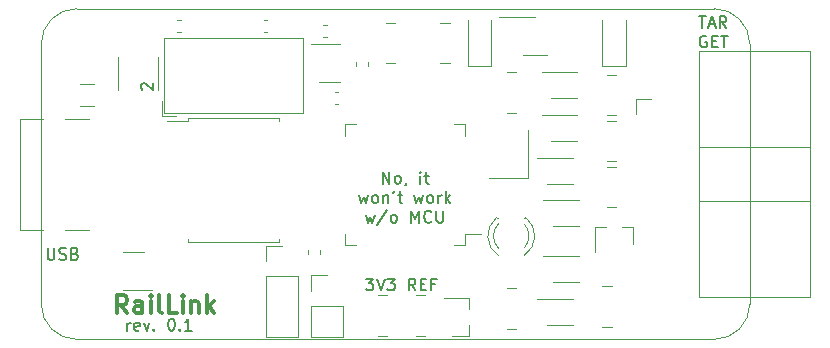
<source format=gbr>
G04 #@! TF.GenerationSoftware,KiCad,Pcbnew,5.1.5+dfsg1-2build2*
G04 #@! TF.CreationDate,2020-09-23T01:19:26+04:00*
G04 #@! TF.ProjectId,RailLink,5261696c-4c69-46e6-9b2e-6b696361645f,rev?*
G04 #@! TF.SameCoordinates,PX5f5e100PY7a12000*
G04 #@! TF.FileFunction,Legend,Top*
G04 #@! TF.FilePolarity,Positive*
%FSLAX46Y46*%
G04 Gerber Fmt 4.6, Leading zero omitted, Abs format (unit mm)*
G04 Created by KiCad (PCBNEW 5.1.5+dfsg1-2build2) date 2020-09-23 01:19:26*
%MOMM*%
%LPD*%
G04 APERTURE LIST*
%ADD10C,0.160000*%
%ADD11C,0.150000*%
%ADD12C,0.300000*%
%ADD13C,0.050000*%
%ADD14C,0.120000*%
%ADD15R,1.600000X2.100000*%
%ADD16O,1.600000X2.100000*%
%ADD17R,1.550000X0.550000*%
%ADD18C,1.900000*%
%ADD19R,1.900000X1.900000*%
%ADD20R,1.300000X1.000000*%
%ADD21O,1.800000X1.800000*%
%ADD22R,1.800000X1.800000*%
%ADD23R,0.900000X0.400000*%
%ADD24C,5.100000*%
%ADD25C,0.900000*%
%ADD26R,1.550000X0.700000*%
%ADD27R,1.550000X0.400000*%
%ADD28O,2.200000X1.100000*%
%ADD29C,0.750000*%
%ADD30O,1.700000X1.100000*%
%ADD31O,1.827200X1.827200*%
%ADD32R,1.827200X1.827200*%
%ADD33R,1.000000X0.500000*%
%ADD34R,1.300000X1.500000*%
%ADD35R,1.160000X0.750000*%
%ADD36R,1.000000X0.900000*%
%ADD37R,0.900000X1.000000*%
G04 APERTURE END LIST*
D10*
X27500000Y5147620D02*
X28119047Y5147620D01*
X27785714Y4766667D01*
X27928571Y4766667D01*
X28023809Y4719048D01*
X28071428Y4671429D01*
X28119047Y4576191D01*
X28119047Y4338096D01*
X28071428Y4242858D01*
X28023809Y4195239D01*
X27928571Y4147620D01*
X27642857Y4147620D01*
X27547619Y4195239D01*
X27500000Y4242858D01*
X28404761Y5147620D02*
X28738095Y4147620D01*
X29071428Y5147620D01*
X29309523Y5147620D02*
X29928571Y5147620D01*
X29595238Y4766667D01*
X29738095Y4766667D01*
X29833333Y4719048D01*
X29880952Y4671429D01*
X29928571Y4576191D01*
X29928571Y4338096D01*
X29880952Y4242858D01*
X29833333Y4195239D01*
X29738095Y4147620D01*
X29452380Y4147620D01*
X29357142Y4195239D01*
X29309523Y4242858D01*
X31690476Y4147620D02*
X31357142Y4623810D01*
X31119047Y4147620D02*
X31119047Y5147620D01*
X31500000Y5147620D01*
X31595238Y5100000D01*
X31642857Y5052381D01*
X31690476Y4957143D01*
X31690476Y4814286D01*
X31642857Y4719048D01*
X31595238Y4671429D01*
X31500000Y4623810D01*
X31119047Y4623810D01*
X32119047Y4671429D02*
X32452380Y4671429D01*
X32595238Y4147620D02*
X32119047Y4147620D01*
X32119047Y5147620D01*
X32595238Y5147620D01*
X33357142Y4671429D02*
X33023809Y4671429D01*
X33023809Y4147620D02*
X33023809Y5147620D01*
X33500000Y5147620D01*
D11*
X28919047Y13197620D02*
X28919047Y14197620D01*
X29490476Y13197620D01*
X29490476Y14197620D01*
X30109523Y13197620D02*
X30014285Y13245239D01*
X29966666Y13292858D01*
X29919047Y13388096D01*
X29919047Y13673810D01*
X29966666Y13769048D01*
X30014285Y13816667D01*
X30109523Y13864286D01*
X30252380Y13864286D01*
X30347619Y13816667D01*
X30395238Y13769048D01*
X30442857Y13673810D01*
X30442857Y13388096D01*
X30395238Y13292858D01*
X30347619Y13245239D01*
X30252380Y13197620D01*
X30109523Y13197620D01*
X30919047Y13245239D02*
X30919047Y13197620D01*
X30871428Y13102381D01*
X30823809Y13054762D01*
X32109523Y13197620D02*
X32109523Y13864286D01*
X32109523Y14197620D02*
X32061904Y14150000D01*
X32109523Y14102381D01*
X32157142Y14150000D01*
X32109523Y14197620D01*
X32109523Y14102381D01*
X32442857Y13864286D02*
X32823809Y13864286D01*
X32585714Y14197620D02*
X32585714Y13340477D01*
X32633333Y13245239D01*
X32728571Y13197620D01*
X32823809Y13197620D01*
X26919047Y12214286D02*
X27109523Y11547620D01*
X27300000Y12023810D01*
X27490476Y11547620D01*
X27680952Y12214286D01*
X28204761Y11547620D02*
X28109523Y11595239D01*
X28061904Y11642858D01*
X28014285Y11738096D01*
X28014285Y12023810D01*
X28061904Y12119048D01*
X28109523Y12166667D01*
X28204761Y12214286D01*
X28347619Y12214286D01*
X28442857Y12166667D01*
X28490476Y12119048D01*
X28538095Y12023810D01*
X28538095Y11738096D01*
X28490476Y11642858D01*
X28442857Y11595239D01*
X28347619Y11547620D01*
X28204761Y11547620D01*
X28966666Y12214286D02*
X28966666Y11547620D01*
X28966666Y12119048D02*
X29014285Y12166667D01*
X29109523Y12214286D01*
X29252380Y12214286D01*
X29347619Y12166667D01*
X29395238Y12071429D01*
X29395238Y11547620D01*
X29919047Y12547620D02*
X29823809Y12357143D01*
X30204761Y12214286D02*
X30585714Y12214286D01*
X30347619Y12547620D02*
X30347619Y11690477D01*
X30395238Y11595239D01*
X30490476Y11547620D01*
X30585714Y11547620D01*
X31585714Y12214286D02*
X31776190Y11547620D01*
X31966666Y12023810D01*
X32157142Y11547620D01*
X32347619Y12214286D01*
X32871428Y11547620D02*
X32776190Y11595239D01*
X32728571Y11642858D01*
X32680952Y11738096D01*
X32680952Y12023810D01*
X32728571Y12119048D01*
X32776190Y12166667D01*
X32871428Y12214286D01*
X33014285Y12214286D01*
X33109523Y12166667D01*
X33157142Y12119048D01*
X33204761Y12023810D01*
X33204761Y11738096D01*
X33157142Y11642858D01*
X33109523Y11595239D01*
X33014285Y11547620D01*
X32871428Y11547620D01*
X33633333Y11547620D02*
X33633333Y12214286D01*
X33633333Y12023810D02*
X33680952Y12119048D01*
X33728571Y12166667D01*
X33823809Y12214286D01*
X33919047Y12214286D01*
X34252380Y11547620D02*
X34252380Y12547620D01*
X34347619Y11928572D02*
X34633333Y11547620D01*
X34633333Y12214286D02*
X34252380Y11833334D01*
X27466666Y10564286D02*
X27657142Y9897620D01*
X27847619Y10373810D01*
X28038095Y9897620D01*
X28228571Y10564286D01*
X29323809Y10945239D02*
X28466666Y9659524D01*
X29800000Y9897620D02*
X29704761Y9945239D01*
X29657142Y9992858D01*
X29609523Y10088096D01*
X29609523Y10373810D01*
X29657142Y10469048D01*
X29704761Y10516667D01*
X29800000Y10564286D01*
X29942857Y10564286D01*
X30038095Y10516667D01*
X30085714Y10469048D01*
X30133333Y10373810D01*
X30133333Y10088096D01*
X30085714Y9992858D01*
X30038095Y9945239D01*
X29942857Y9897620D01*
X29800000Y9897620D01*
X31323809Y9897620D02*
X31323809Y10897620D01*
X31657142Y10183334D01*
X31990476Y10897620D01*
X31990476Y9897620D01*
X33038095Y9992858D02*
X32990476Y9945239D01*
X32847619Y9897620D01*
X32752380Y9897620D01*
X32609523Y9945239D01*
X32514285Y10040477D01*
X32466666Y10135715D01*
X32419047Y10326191D01*
X32419047Y10469048D01*
X32466666Y10659524D01*
X32514285Y10754762D01*
X32609523Y10850000D01*
X32752380Y10897620D01*
X32847619Y10897620D01*
X32990476Y10850000D01*
X33038095Y10802381D01*
X33466666Y10897620D02*
X33466666Y10088096D01*
X33514285Y9992858D01*
X33561904Y9945239D01*
X33657142Y9897620D01*
X33847619Y9897620D01*
X33942857Y9945239D01*
X33990476Y9992858D01*
X34038095Y10088096D01*
X34038095Y10897620D01*
D10*
X55685714Y27377620D02*
X56257142Y27377620D01*
X55971428Y26377620D02*
X55971428Y27377620D01*
X56542857Y26663334D02*
X57019047Y26663334D01*
X56447619Y26377620D02*
X56780952Y27377620D01*
X57114285Y26377620D01*
X58019047Y26377620D02*
X57685714Y26853810D01*
X57447619Y26377620D02*
X57447619Y27377620D01*
X57828571Y27377620D01*
X57923809Y27330000D01*
X57971428Y27282381D01*
X58019047Y27187143D01*
X58019047Y27044286D01*
X57971428Y26949048D01*
X57923809Y26901429D01*
X57828571Y26853810D01*
X57447619Y26853810D01*
X56328571Y25670000D02*
X56233333Y25717620D01*
X56090476Y25717620D01*
X55947619Y25670000D01*
X55852380Y25574762D01*
X55804761Y25479524D01*
X55757142Y25289048D01*
X55757142Y25146191D01*
X55804761Y24955715D01*
X55852380Y24860477D01*
X55947619Y24765239D01*
X56090476Y24717620D01*
X56185714Y24717620D01*
X56328571Y24765239D01*
X56376190Y24812858D01*
X56376190Y25146191D01*
X56185714Y25146191D01*
X56804761Y25241429D02*
X57138095Y25241429D01*
X57280952Y24717620D02*
X56804761Y24717620D01*
X56804761Y25717620D01*
X57280952Y25717620D01*
X57566666Y25717620D02*
X58138095Y25717620D01*
X57852380Y24717620D02*
X57852380Y25717620D01*
X538095Y7747620D02*
X538095Y6938096D01*
X585714Y6842858D01*
X633333Y6795239D01*
X728571Y6747620D01*
X919047Y6747620D01*
X1014285Y6795239D01*
X1061904Y6842858D01*
X1109523Y6938096D01*
X1109523Y7747620D01*
X1538095Y6795239D02*
X1680952Y6747620D01*
X1919047Y6747620D01*
X2014285Y6795239D01*
X2061904Y6842858D01*
X2109523Y6938096D01*
X2109523Y7033334D01*
X2061904Y7128572D01*
X2014285Y7176191D01*
X1919047Y7223810D01*
X1728571Y7271429D01*
X1633333Y7319048D01*
X1585714Y7366667D01*
X1538095Y7461905D01*
X1538095Y7557143D01*
X1585714Y7652381D01*
X1633333Y7700000D01*
X1728571Y7747620D01*
X1966666Y7747620D01*
X2109523Y7700000D01*
X2871428Y7271429D02*
X3014285Y7223810D01*
X3061904Y7176191D01*
X3109523Y7080953D01*
X3109523Y6938096D01*
X3061904Y6842858D01*
X3014285Y6795239D01*
X2919047Y6747620D01*
X2538095Y6747620D01*
X2538095Y7747620D01*
X2871428Y7747620D01*
X2966666Y7700000D01*
X3014285Y7652381D01*
X3061904Y7557143D01*
X3061904Y7461905D01*
X3014285Y7366667D01*
X2966666Y7319048D01*
X2871428Y7271429D01*
X2538095Y7271429D01*
X7309523Y747620D02*
X7309523Y1414286D01*
X7309523Y1223810D02*
X7357142Y1319048D01*
X7404761Y1366667D01*
X7500000Y1414286D01*
X7595238Y1414286D01*
X8309523Y795239D02*
X8214285Y747620D01*
X8023809Y747620D01*
X7928571Y795239D01*
X7880952Y890477D01*
X7880952Y1271429D01*
X7928571Y1366667D01*
X8023809Y1414286D01*
X8214285Y1414286D01*
X8309523Y1366667D01*
X8357142Y1271429D01*
X8357142Y1176191D01*
X7880952Y1080953D01*
X8690476Y1414286D02*
X8928571Y747620D01*
X9166666Y1414286D01*
X9547619Y842858D02*
X9595238Y795239D01*
X9547619Y747620D01*
X9500000Y795239D01*
X9547619Y842858D01*
X9547619Y747620D01*
X10976190Y1747620D02*
X11071428Y1747620D01*
X11166666Y1700000D01*
X11214285Y1652381D01*
X11261904Y1557143D01*
X11309523Y1366667D01*
X11309523Y1128572D01*
X11261904Y938096D01*
X11214285Y842858D01*
X11166666Y795239D01*
X11071428Y747620D01*
X10976190Y747620D01*
X10880952Y795239D01*
X10833333Y842858D01*
X10785714Y938096D01*
X10738095Y1128572D01*
X10738095Y1366667D01*
X10785714Y1557143D01*
X10833333Y1652381D01*
X10880952Y1700000D01*
X10976190Y1747620D01*
X11738095Y842858D02*
X11785714Y795239D01*
X11738095Y747620D01*
X11690476Y795239D01*
X11738095Y842858D01*
X11738095Y747620D01*
X12738095Y747620D02*
X12166666Y747620D01*
X12452380Y747620D02*
X12452380Y1747620D01*
X12357142Y1604762D01*
X12261904Y1509524D01*
X12166666Y1461905D01*
D12*
X7285714Y2221429D02*
X6785714Y2935715D01*
X6428571Y2221429D02*
X6428571Y3721429D01*
X7000000Y3721429D01*
X7142857Y3650000D01*
X7214285Y3578572D01*
X7285714Y3435715D01*
X7285714Y3221429D01*
X7214285Y3078572D01*
X7142857Y3007143D01*
X7000000Y2935715D01*
X6428571Y2935715D01*
X8571428Y2221429D02*
X8571428Y3007143D01*
X8500000Y3150000D01*
X8357142Y3221429D01*
X8071428Y3221429D01*
X7928571Y3150000D01*
X8571428Y2292858D02*
X8428571Y2221429D01*
X8071428Y2221429D01*
X7928571Y2292858D01*
X7857142Y2435715D01*
X7857142Y2578572D01*
X7928571Y2721429D01*
X8071428Y2792858D01*
X8428571Y2792858D01*
X8571428Y2864286D01*
X9285714Y2221429D02*
X9285714Y3221429D01*
X9285714Y3721429D02*
X9214285Y3650000D01*
X9285714Y3578572D01*
X9357142Y3650000D01*
X9285714Y3721429D01*
X9285714Y3578572D01*
X10214285Y2221429D02*
X10071428Y2292858D01*
X10000000Y2435715D01*
X10000000Y3721429D01*
X11500000Y2221429D02*
X10785714Y2221429D01*
X10785714Y3721429D01*
X12000000Y2221429D02*
X12000000Y3221429D01*
X12000000Y3721429D02*
X11928571Y3650000D01*
X12000000Y3578572D01*
X12071428Y3650000D01*
X12000000Y3721429D01*
X12000000Y3578572D01*
X12714285Y3221429D02*
X12714285Y2221429D01*
X12714285Y3078572D02*
X12785714Y3150000D01*
X12928571Y3221429D01*
X13142857Y3221429D01*
X13285714Y3150000D01*
X13357142Y3007143D01*
X13357142Y2221429D01*
X14071428Y2221429D02*
X14071428Y3721429D01*
X14214285Y2792858D02*
X14642857Y2221429D01*
X14642857Y3221429D02*
X14071428Y2650000D01*
D13*
X3000000Y0D02*
G75*
G02X0Y3000000I0J3000000D01*
G01*
X0Y25000000D02*
G75*
G02X3000000Y28000000I3000000J0D01*
G01*
X57000000Y28000000D02*
G75*
G02X60000000Y25000000I0J-3000000D01*
G01*
X60000000Y3000000D02*
G75*
G02X57000000Y0I-3000000J0D01*
G01*
X57000000Y28000000D02*
X3000000Y28000000D01*
X60000000Y3000000D02*
X60000000Y25000000D01*
X3000000Y0D02*
X57000000Y0D01*
X0Y25000000D02*
X0Y3000000D01*
D14*
X10230000Y18950000D02*
X11430000Y18950000D01*
X10230000Y20150000D02*
X10230000Y18950000D01*
X22200000Y25490000D02*
X22200000Y19150000D01*
X10430000Y19150000D02*
X22200000Y19150000D01*
X10430000Y25490000D02*
X10430000Y19150000D01*
X10430000Y25490000D02*
X22200000Y25490000D01*
X41800000Y27320000D02*
X38800000Y27320000D01*
X42800000Y24080000D02*
X40800000Y24080000D01*
X38720000Y10320000D02*
X38564000Y10320000D01*
X41036000Y10320000D02*
X40880000Y10320000D01*
X38720163Y7718870D02*
G75*
G02X38720000Y9800961I1079837J1041130D01*
G01*
X40879837Y7718870D02*
G75*
G03X40880000Y9800961I-1079837J1041130D01*
G01*
X38721392Y7087665D02*
G75*
G02X38564484Y10320000I1078608J1672335D01*
G01*
X40878608Y7087665D02*
G75*
G03X41035516Y10320000I-1078608J1672335D01*
G01*
X47500000Y23150000D02*
X47500000Y27050000D01*
X49500000Y23150000D02*
X49500000Y27050000D01*
X47500000Y23150000D02*
X49500000Y23150000D01*
X22870000Y5430000D02*
X24200000Y5430000D01*
X22870000Y4100000D02*
X22870000Y5430000D01*
X22870000Y2830000D02*
X25530000Y2830000D01*
X25530000Y2830000D02*
X25530000Y230000D01*
X22870000Y2830000D02*
X22870000Y230000D01*
X22870000Y230000D02*
X25530000Y230000D01*
X35910000Y8940000D02*
X37250000Y8940000D01*
X35910000Y7990000D02*
X35910000Y8940000D01*
X34960000Y7990000D02*
X35910000Y7990000D01*
X25690000Y7990000D02*
X25690000Y8940000D01*
X26640000Y7990000D02*
X25690000Y7990000D01*
X35910000Y18210000D02*
X35910000Y17260000D01*
X34960000Y18210000D02*
X35910000Y18210000D01*
X25690000Y18210000D02*
X25690000Y17260000D01*
X26640000Y18210000D02*
X25690000Y18210000D01*
X45400000Y19000000D02*
X42400000Y19000000D01*
X45400000Y16800000D02*
X43200000Y16800000D01*
X-1750000Y18700000D02*
X-1750000Y9300000D01*
X4050000Y9300000D02*
X2050000Y9300000D01*
X150000Y9300000D02*
X-1750000Y9300000D01*
X4050000Y18700000D02*
X2050000Y18700000D01*
X150000Y18700000D02*
X-1750000Y18700000D01*
X36100000Y23150000D02*
X36100000Y27050000D01*
X38100000Y23150000D02*
X38100000Y27050000D01*
X36100000Y23150000D02*
X38100000Y23150000D01*
X55730000Y11750000D02*
X65080000Y11750000D01*
X55730000Y16250000D02*
X65080000Y16250000D01*
X55730000Y3570000D02*
X55730000Y24430000D01*
X55730000Y3570000D02*
X65080000Y3570000D01*
X55730000Y24430000D02*
X65080000Y24430000D01*
X65080000Y24430000D02*
X65080000Y3570000D01*
X51600000Y20350000D02*
X50330000Y20350000D01*
X50330000Y20350000D02*
X50330000Y19080000D01*
X45500000Y7100000D02*
X42500000Y7100000D01*
X45500000Y4900000D02*
X43300000Y4900000D01*
X45500000Y11800000D02*
X42500000Y11800000D01*
X45500000Y9600000D02*
X43300000Y9600000D01*
X48300000Y4520000D02*
X47500000Y4520000D01*
X48300000Y1080000D02*
X47500000Y1080000D01*
X48700000Y22420000D02*
X47900000Y22420000D01*
X48700000Y18980000D02*
X47900000Y18980000D01*
X48700000Y18520000D02*
X47900000Y18520000D01*
X48700000Y15080000D02*
X47900000Y15080000D01*
X47900000Y11180000D02*
X48700000Y11180000D01*
X47900000Y14620000D02*
X48700000Y14620000D01*
X41250000Y13700000D02*
X41250000Y17700000D01*
X37950000Y13700000D02*
X41250000Y13700000D01*
X45000000Y3400000D02*
X42000000Y3400000D01*
X45000000Y1200000D02*
X42800000Y1200000D01*
X45000000Y15400000D02*
X42000000Y15400000D01*
X45000000Y13200000D02*
X42800000Y13200000D01*
X45400000Y22600000D02*
X42400000Y22600000D01*
X45400000Y20400000D02*
X43200000Y20400000D01*
X25300000Y25010000D02*
X22850000Y25010000D01*
X23500000Y21790000D02*
X25300000Y21790000D01*
X12440000Y18505000D02*
X10625000Y18505000D01*
X12440000Y18760000D02*
X12440000Y18505000D01*
X16300000Y18760000D02*
X12440000Y18760000D01*
X20160000Y18760000D02*
X20160000Y18505000D01*
X16300000Y18760000D02*
X20160000Y18760000D01*
X12440000Y8240000D02*
X12440000Y8495000D01*
X16300000Y8240000D02*
X12440000Y8240000D01*
X20160000Y8240000D02*
X20160000Y8495000D01*
X16300000Y8240000D02*
X20160000Y8240000D01*
X6900000Y4190000D02*
X9350000Y4190000D01*
X8700000Y7410000D02*
X6900000Y7410000D01*
X40200000Y4320000D02*
X39400000Y4320000D01*
X40200000Y880000D02*
X39400000Y880000D01*
X40200000Y22620000D02*
X39400000Y22620000D01*
X40200000Y19180000D02*
X39400000Y19180000D01*
X28500000Y280000D02*
X29300000Y280000D01*
X28500000Y3720000D02*
X29300000Y3720000D01*
X30000000Y26820000D02*
X29200000Y26820000D01*
X30000000Y23380000D02*
X29200000Y23380000D01*
X34600000Y26820000D02*
X33800000Y26820000D01*
X34600000Y23380000D02*
X33800000Y23380000D01*
X31700000Y280000D02*
X32500000Y280000D01*
X31700000Y3720000D02*
X32500000Y3720000D01*
X4502064Y21610000D02*
X3297936Y21610000D01*
X4502064Y19790000D02*
X3297936Y19790000D01*
X36260000Y320000D02*
X34800000Y320000D01*
X36260000Y3480000D02*
X34100000Y3480000D01*
X36260000Y3480000D02*
X36260000Y2550000D01*
X36260000Y320000D02*
X36260000Y1250000D01*
X50080000Y9560000D02*
X50080000Y8100000D01*
X46920000Y9560000D02*
X46920000Y7400000D01*
X46920000Y9560000D02*
X47850000Y9560000D01*
X50080000Y9560000D02*
X49150000Y9560000D01*
X19070000Y7930000D02*
X20400000Y7930000D01*
X19070000Y6600000D02*
X19070000Y7930000D01*
X19070000Y5330000D02*
X21730000Y5330000D01*
X21730000Y5330000D02*
X21730000Y190000D01*
X19070000Y5330000D02*
X19070000Y190000D01*
X19070000Y190000D02*
X21730000Y190000D01*
X22590000Y7562779D02*
X22590000Y7237221D01*
X23610000Y7562779D02*
X23610000Y7237221D01*
X26690000Y23462779D02*
X26690000Y23137221D01*
X27710000Y23462779D02*
X27710000Y23137221D01*
X25162779Y20910000D02*
X24837221Y20910000D01*
X25162779Y19890000D02*
X24837221Y19890000D01*
X24162779Y26610000D02*
X23837221Y26610000D01*
X24162779Y25590000D02*
X23837221Y25590000D01*
X18837221Y25990000D02*
X19162779Y25990000D01*
X18837221Y27010000D02*
X19162779Y27010000D01*
X11537221Y25990000D02*
X11862779Y25990000D01*
X11537221Y27010000D02*
X11862779Y27010000D01*
X6490000Y23886252D02*
X6490000Y21113748D01*
X9910000Y23886252D02*
X9910000Y21113748D01*
D11*
X8452380Y20138096D02*
X9261904Y20138096D01*
X9357142Y20185715D01*
X9404761Y20233334D01*
X9452380Y20328572D01*
X9452380Y20519048D01*
X9404761Y20614286D01*
X9357142Y20661905D01*
X9261904Y20709524D01*
X8452380Y20709524D01*
X8547619Y21138096D02*
X8500000Y21185715D01*
X8452380Y21280953D01*
X8452380Y21519048D01*
X8500000Y21614286D01*
X8547619Y21661905D01*
X8642857Y21709524D01*
X8738095Y21709524D01*
X8880952Y21661905D01*
X9452380Y21090477D01*
X9452380Y21709524D01*
%LPC*%
D15*
X12500000Y20400000D03*
D16*
X15040000Y20400000D03*
X17580000Y20400000D03*
X20120000Y20400000D03*
D17*
X44000000Y26675000D03*
X44000000Y26025000D03*
X44000000Y25375000D03*
X44000000Y24725000D03*
X39600000Y24725000D03*
X39600000Y25375000D03*
X39600000Y26025000D03*
X39600000Y26675000D03*
D18*
X39800000Y6220000D03*
X39800000Y8760000D03*
D19*
X39800000Y11300000D03*
D10*
G36*
X26814408Y4259169D02*
G01*
X26831153Y4256685D01*
X26847574Y4252572D01*
X26863513Y4246869D01*
X26878816Y4239631D01*
X26893336Y4230929D01*
X26906933Y4220844D01*
X26919476Y4209476D01*
X26930844Y4196933D01*
X26940929Y4183336D01*
X26949631Y4168816D01*
X26956869Y4153513D01*
X26962572Y4137574D01*
X26966685Y4121153D01*
X26969169Y4104408D01*
X26970000Y4087500D01*
X26970000Y3742500D01*
X26969169Y3725592D01*
X26966685Y3708847D01*
X26962572Y3692426D01*
X26956869Y3676487D01*
X26949631Y3661184D01*
X26940929Y3646664D01*
X26930844Y3633067D01*
X26919476Y3620524D01*
X26906933Y3609156D01*
X26893336Y3599071D01*
X26878816Y3590369D01*
X26863513Y3583131D01*
X26847574Y3577428D01*
X26831153Y3573315D01*
X26814408Y3570831D01*
X26797500Y3570000D01*
X26402500Y3570000D01*
X26385592Y3570831D01*
X26368847Y3573315D01*
X26352426Y3577428D01*
X26336487Y3583131D01*
X26321184Y3590369D01*
X26306664Y3599071D01*
X26293067Y3609156D01*
X26280524Y3620524D01*
X26269156Y3633067D01*
X26259071Y3646664D01*
X26250369Y3661184D01*
X26243131Y3676487D01*
X26237428Y3692426D01*
X26233315Y3708847D01*
X26230831Y3725592D01*
X26230000Y3742500D01*
X26230000Y4087500D01*
X26230831Y4104408D01*
X26233315Y4121153D01*
X26237428Y4137574D01*
X26243131Y4153513D01*
X26250369Y4168816D01*
X26259071Y4183336D01*
X26269156Y4196933D01*
X26280524Y4209476D01*
X26293067Y4220844D01*
X26306664Y4230929D01*
X26321184Y4239631D01*
X26336487Y4246869D01*
X26352426Y4252572D01*
X26368847Y4256685D01*
X26385592Y4259169D01*
X26402500Y4260000D01*
X26797500Y4260000D01*
X26814408Y4259169D01*
G37*
G36*
X26814408Y5229169D02*
G01*
X26831153Y5226685D01*
X26847574Y5222572D01*
X26863513Y5216869D01*
X26878816Y5209631D01*
X26893336Y5200929D01*
X26906933Y5190844D01*
X26919476Y5179476D01*
X26930844Y5166933D01*
X26940929Y5153336D01*
X26949631Y5138816D01*
X26956869Y5123513D01*
X26962572Y5107574D01*
X26966685Y5091153D01*
X26969169Y5074408D01*
X26970000Y5057500D01*
X26970000Y4712500D01*
X26969169Y4695592D01*
X26966685Y4678847D01*
X26962572Y4662426D01*
X26956869Y4646487D01*
X26949631Y4631184D01*
X26940929Y4616664D01*
X26930844Y4603067D01*
X26919476Y4590524D01*
X26906933Y4579156D01*
X26893336Y4569071D01*
X26878816Y4560369D01*
X26863513Y4553131D01*
X26847574Y4547428D01*
X26831153Y4543315D01*
X26814408Y4540831D01*
X26797500Y4540000D01*
X26402500Y4540000D01*
X26385592Y4540831D01*
X26368847Y4543315D01*
X26352426Y4547428D01*
X26336487Y4553131D01*
X26321184Y4560369D01*
X26306664Y4569071D01*
X26293067Y4579156D01*
X26280524Y4590524D01*
X26269156Y4603067D01*
X26259071Y4616664D01*
X26250369Y4631184D01*
X26243131Y4646487D01*
X26237428Y4662426D01*
X26233315Y4678847D01*
X26230831Y4695592D01*
X26230000Y4712500D01*
X26230000Y5057500D01*
X26230831Y5074408D01*
X26233315Y5091153D01*
X26237428Y5107574D01*
X26243131Y5123513D01*
X26250369Y5138816D01*
X26259071Y5153336D01*
X26269156Y5166933D01*
X26280524Y5179476D01*
X26293067Y5190844D01*
X26306664Y5200929D01*
X26321184Y5209631D01*
X26336487Y5216869D01*
X26352426Y5222572D01*
X26368847Y5226685D01*
X26385592Y5229169D01*
X26402500Y5230000D01*
X26797500Y5230000D01*
X26814408Y5229169D01*
G37*
D20*
X48500000Y27050000D03*
X48500000Y23750000D03*
D21*
X24200000Y1560000D03*
D22*
X24200000Y4100000D03*
D10*
G36*
X34659802Y8249518D02*
G01*
X34669509Y8248079D01*
X34679028Y8245694D01*
X34688268Y8242388D01*
X34697140Y8238192D01*
X34705557Y8233147D01*
X34713439Y8227301D01*
X34720711Y8220711D01*
X34727301Y8213439D01*
X34733147Y8205557D01*
X34738192Y8197140D01*
X34742388Y8188268D01*
X34745694Y8179028D01*
X34748079Y8169509D01*
X34749518Y8159802D01*
X34750000Y8150000D01*
X34750000Y6700000D01*
X34749518Y6690198D01*
X34748079Y6680491D01*
X34745694Y6670972D01*
X34742388Y6661732D01*
X34738192Y6652860D01*
X34733147Y6644443D01*
X34727301Y6636561D01*
X34720711Y6629289D01*
X34713439Y6622699D01*
X34705557Y6616853D01*
X34697140Y6611808D01*
X34688268Y6607612D01*
X34679028Y6604306D01*
X34669509Y6601921D01*
X34659802Y6600482D01*
X34650000Y6600000D01*
X34450000Y6600000D01*
X34440198Y6600482D01*
X34430491Y6601921D01*
X34420972Y6604306D01*
X34411732Y6607612D01*
X34402860Y6611808D01*
X34394443Y6616853D01*
X34386561Y6622699D01*
X34379289Y6629289D01*
X34372699Y6636561D01*
X34366853Y6644443D01*
X34361808Y6652860D01*
X34357612Y6661732D01*
X34354306Y6670972D01*
X34351921Y6680491D01*
X34350482Y6690198D01*
X34350000Y6700000D01*
X34350000Y8150000D01*
X34350482Y8159802D01*
X34351921Y8169509D01*
X34354306Y8179028D01*
X34357612Y8188268D01*
X34361808Y8197140D01*
X34366853Y8205557D01*
X34372699Y8213439D01*
X34379289Y8220711D01*
X34386561Y8227301D01*
X34394443Y8233147D01*
X34402860Y8238192D01*
X34411732Y8242388D01*
X34420972Y8245694D01*
X34430491Y8248079D01*
X34440198Y8249518D01*
X34450000Y8250000D01*
X34650000Y8250000D01*
X34659802Y8249518D01*
G37*
G36*
X34159802Y8249518D02*
G01*
X34169509Y8248079D01*
X34179028Y8245694D01*
X34188268Y8242388D01*
X34197140Y8238192D01*
X34205557Y8233147D01*
X34213439Y8227301D01*
X34220711Y8220711D01*
X34227301Y8213439D01*
X34233147Y8205557D01*
X34238192Y8197140D01*
X34242388Y8188268D01*
X34245694Y8179028D01*
X34248079Y8169509D01*
X34249518Y8159802D01*
X34250000Y8150000D01*
X34250000Y6700000D01*
X34249518Y6690198D01*
X34248079Y6680491D01*
X34245694Y6670972D01*
X34242388Y6661732D01*
X34238192Y6652860D01*
X34233147Y6644443D01*
X34227301Y6636561D01*
X34220711Y6629289D01*
X34213439Y6622699D01*
X34205557Y6616853D01*
X34197140Y6611808D01*
X34188268Y6607612D01*
X34179028Y6604306D01*
X34169509Y6601921D01*
X34159802Y6600482D01*
X34150000Y6600000D01*
X33950000Y6600000D01*
X33940198Y6600482D01*
X33930491Y6601921D01*
X33920972Y6604306D01*
X33911732Y6607612D01*
X33902860Y6611808D01*
X33894443Y6616853D01*
X33886561Y6622699D01*
X33879289Y6629289D01*
X33872699Y6636561D01*
X33866853Y6644443D01*
X33861808Y6652860D01*
X33857612Y6661732D01*
X33854306Y6670972D01*
X33851921Y6680491D01*
X33850482Y6690198D01*
X33850000Y6700000D01*
X33850000Y8150000D01*
X33850482Y8159802D01*
X33851921Y8169509D01*
X33854306Y8179028D01*
X33857612Y8188268D01*
X33861808Y8197140D01*
X33866853Y8205557D01*
X33872699Y8213439D01*
X33879289Y8220711D01*
X33886561Y8227301D01*
X33894443Y8233147D01*
X33902860Y8238192D01*
X33911732Y8242388D01*
X33920972Y8245694D01*
X33930491Y8248079D01*
X33940198Y8249518D01*
X33950000Y8250000D01*
X34150000Y8250000D01*
X34159802Y8249518D01*
G37*
G36*
X33659802Y8249518D02*
G01*
X33669509Y8248079D01*
X33679028Y8245694D01*
X33688268Y8242388D01*
X33697140Y8238192D01*
X33705557Y8233147D01*
X33713439Y8227301D01*
X33720711Y8220711D01*
X33727301Y8213439D01*
X33733147Y8205557D01*
X33738192Y8197140D01*
X33742388Y8188268D01*
X33745694Y8179028D01*
X33748079Y8169509D01*
X33749518Y8159802D01*
X33750000Y8150000D01*
X33750000Y6700000D01*
X33749518Y6690198D01*
X33748079Y6680491D01*
X33745694Y6670972D01*
X33742388Y6661732D01*
X33738192Y6652860D01*
X33733147Y6644443D01*
X33727301Y6636561D01*
X33720711Y6629289D01*
X33713439Y6622699D01*
X33705557Y6616853D01*
X33697140Y6611808D01*
X33688268Y6607612D01*
X33679028Y6604306D01*
X33669509Y6601921D01*
X33659802Y6600482D01*
X33650000Y6600000D01*
X33450000Y6600000D01*
X33440198Y6600482D01*
X33430491Y6601921D01*
X33420972Y6604306D01*
X33411732Y6607612D01*
X33402860Y6611808D01*
X33394443Y6616853D01*
X33386561Y6622699D01*
X33379289Y6629289D01*
X33372699Y6636561D01*
X33366853Y6644443D01*
X33361808Y6652860D01*
X33357612Y6661732D01*
X33354306Y6670972D01*
X33351921Y6680491D01*
X33350482Y6690198D01*
X33350000Y6700000D01*
X33350000Y8150000D01*
X33350482Y8159802D01*
X33351921Y8169509D01*
X33354306Y8179028D01*
X33357612Y8188268D01*
X33361808Y8197140D01*
X33366853Y8205557D01*
X33372699Y8213439D01*
X33379289Y8220711D01*
X33386561Y8227301D01*
X33394443Y8233147D01*
X33402860Y8238192D01*
X33411732Y8242388D01*
X33420972Y8245694D01*
X33430491Y8248079D01*
X33440198Y8249518D01*
X33450000Y8250000D01*
X33650000Y8250000D01*
X33659802Y8249518D01*
G37*
G36*
X33159802Y8249518D02*
G01*
X33169509Y8248079D01*
X33179028Y8245694D01*
X33188268Y8242388D01*
X33197140Y8238192D01*
X33205557Y8233147D01*
X33213439Y8227301D01*
X33220711Y8220711D01*
X33227301Y8213439D01*
X33233147Y8205557D01*
X33238192Y8197140D01*
X33242388Y8188268D01*
X33245694Y8179028D01*
X33248079Y8169509D01*
X33249518Y8159802D01*
X33250000Y8150000D01*
X33250000Y6700000D01*
X33249518Y6690198D01*
X33248079Y6680491D01*
X33245694Y6670972D01*
X33242388Y6661732D01*
X33238192Y6652860D01*
X33233147Y6644443D01*
X33227301Y6636561D01*
X33220711Y6629289D01*
X33213439Y6622699D01*
X33205557Y6616853D01*
X33197140Y6611808D01*
X33188268Y6607612D01*
X33179028Y6604306D01*
X33169509Y6601921D01*
X33159802Y6600482D01*
X33150000Y6600000D01*
X32950000Y6600000D01*
X32940198Y6600482D01*
X32930491Y6601921D01*
X32920972Y6604306D01*
X32911732Y6607612D01*
X32902860Y6611808D01*
X32894443Y6616853D01*
X32886561Y6622699D01*
X32879289Y6629289D01*
X32872699Y6636561D01*
X32866853Y6644443D01*
X32861808Y6652860D01*
X32857612Y6661732D01*
X32854306Y6670972D01*
X32851921Y6680491D01*
X32850482Y6690198D01*
X32850000Y6700000D01*
X32850000Y8150000D01*
X32850482Y8159802D01*
X32851921Y8169509D01*
X32854306Y8179028D01*
X32857612Y8188268D01*
X32861808Y8197140D01*
X32866853Y8205557D01*
X32872699Y8213439D01*
X32879289Y8220711D01*
X32886561Y8227301D01*
X32894443Y8233147D01*
X32902860Y8238192D01*
X32911732Y8242388D01*
X32920972Y8245694D01*
X32930491Y8248079D01*
X32940198Y8249518D01*
X32950000Y8250000D01*
X33150000Y8250000D01*
X33159802Y8249518D01*
G37*
G36*
X32659802Y8249518D02*
G01*
X32669509Y8248079D01*
X32679028Y8245694D01*
X32688268Y8242388D01*
X32697140Y8238192D01*
X32705557Y8233147D01*
X32713439Y8227301D01*
X32720711Y8220711D01*
X32727301Y8213439D01*
X32733147Y8205557D01*
X32738192Y8197140D01*
X32742388Y8188268D01*
X32745694Y8179028D01*
X32748079Y8169509D01*
X32749518Y8159802D01*
X32750000Y8150000D01*
X32750000Y6700000D01*
X32749518Y6690198D01*
X32748079Y6680491D01*
X32745694Y6670972D01*
X32742388Y6661732D01*
X32738192Y6652860D01*
X32733147Y6644443D01*
X32727301Y6636561D01*
X32720711Y6629289D01*
X32713439Y6622699D01*
X32705557Y6616853D01*
X32697140Y6611808D01*
X32688268Y6607612D01*
X32679028Y6604306D01*
X32669509Y6601921D01*
X32659802Y6600482D01*
X32650000Y6600000D01*
X32450000Y6600000D01*
X32440198Y6600482D01*
X32430491Y6601921D01*
X32420972Y6604306D01*
X32411732Y6607612D01*
X32402860Y6611808D01*
X32394443Y6616853D01*
X32386561Y6622699D01*
X32379289Y6629289D01*
X32372699Y6636561D01*
X32366853Y6644443D01*
X32361808Y6652860D01*
X32357612Y6661732D01*
X32354306Y6670972D01*
X32351921Y6680491D01*
X32350482Y6690198D01*
X32350000Y6700000D01*
X32350000Y8150000D01*
X32350482Y8159802D01*
X32351921Y8169509D01*
X32354306Y8179028D01*
X32357612Y8188268D01*
X32361808Y8197140D01*
X32366853Y8205557D01*
X32372699Y8213439D01*
X32379289Y8220711D01*
X32386561Y8227301D01*
X32394443Y8233147D01*
X32402860Y8238192D01*
X32411732Y8242388D01*
X32420972Y8245694D01*
X32430491Y8248079D01*
X32440198Y8249518D01*
X32450000Y8250000D01*
X32650000Y8250000D01*
X32659802Y8249518D01*
G37*
G36*
X32159802Y8249518D02*
G01*
X32169509Y8248079D01*
X32179028Y8245694D01*
X32188268Y8242388D01*
X32197140Y8238192D01*
X32205557Y8233147D01*
X32213439Y8227301D01*
X32220711Y8220711D01*
X32227301Y8213439D01*
X32233147Y8205557D01*
X32238192Y8197140D01*
X32242388Y8188268D01*
X32245694Y8179028D01*
X32248079Y8169509D01*
X32249518Y8159802D01*
X32250000Y8150000D01*
X32250000Y6700000D01*
X32249518Y6690198D01*
X32248079Y6680491D01*
X32245694Y6670972D01*
X32242388Y6661732D01*
X32238192Y6652860D01*
X32233147Y6644443D01*
X32227301Y6636561D01*
X32220711Y6629289D01*
X32213439Y6622699D01*
X32205557Y6616853D01*
X32197140Y6611808D01*
X32188268Y6607612D01*
X32179028Y6604306D01*
X32169509Y6601921D01*
X32159802Y6600482D01*
X32150000Y6600000D01*
X31950000Y6600000D01*
X31940198Y6600482D01*
X31930491Y6601921D01*
X31920972Y6604306D01*
X31911732Y6607612D01*
X31902860Y6611808D01*
X31894443Y6616853D01*
X31886561Y6622699D01*
X31879289Y6629289D01*
X31872699Y6636561D01*
X31866853Y6644443D01*
X31861808Y6652860D01*
X31857612Y6661732D01*
X31854306Y6670972D01*
X31851921Y6680491D01*
X31850482Y6690198D01*
X31850000Y6700000D01*
X31850000Y8150000D01*
X31850482Y8159802D01*
X31851921Y8169509D01*
X31854306Y8179028D01*
X31857612Y8188268D01*
X31861808Y8197140D01*
X31866853Y8205557D01*
X31872699Y8213439D01*
X31879289Y8220711D01*
X31886561Y8227301D01*
X31894443Y8233147D01*
X31902860Y8238192D01*
X31911732Y8242388D01*
X31920972Y8245694D01*
X31930491Y8248079D01*
X31940198Y8249518D01*
X31950000Y8250000D01*
X32150000Y8250000D01*
X32159802Y8249518D01*
G37*
G36*
X31659802Y8249518D02*
G01*
X31669509Y8248079D01*
X31679028Y8245694D01*
X31688268Y8242388D01*
X31697140Y8238192D01*
X31705557Y8233147D01*
X31713439Y8227301D01*
X31720711Y8220711D01*
X31727301Y8213439D01*
X31733147Y8205557D01*
X31738192Y8197140D01*
X31742388Y8188268D01*
X31745694Y8179028D01*
X31748079Y8169509D01*
X31749518Y8159802D01*
X31750000Y8150000D01*
X31750000Y6700000D01*
X31749518Y6690198D01*
X31748079Y6680491D01*
X31745694Y6670972D01*
X31742388Y6661732D01*
X31738192Y6652860D01*
X31733147Y6644443D01*
X31727301Y6636561D01*
X31720711Y6629289D01*
X31713439Y6622699D01*
X31705557Y6616853D01*
X31697140Y6611808D01*
X31688268Y6607612D01*
X31679028Y6604306D01*
X31669509Y6601921D01*
X31659802Y6600482D01*
X31650000Y6600000D01*
X31450000Y6600000D01*
X31440198Y6600482D01*
X31430491Y6601921D01*
X31420972Y6604306D01*
X31411732Y6607612D01*
X31402860Y6611808D01*
X31394443Y6616853D01*
X31386561Y6622699D01*
X31379289Y6629289D01*
X31372699Y6636561D01*
X31366853Y6644443D01*
X31361808Y6652860D01*
X31357612Y6661732D01*
X31354306Y6670972D01*
X31351921Y6680491D01*
X31350482Y6690198D01*
X31350000Y6700000D01*
X31350000Y8150000D01*
X31350482Y8159802D01*
X31351921Y8169509D01*
X31354306Y8179028D01*
X31357612Y8188268D01*
X31361808Y8197140D01*
X31366853Y8205557D01*
X31372699Y8213439D01*
X31379289Y8220711D01*
X31386561Y8227301D01*
X31394443Y8233147D01*
X31402860Y8238192D01*
X31411732Y8242388D01*
X31420972Y8245694D01*
X31430491Y8248079D01*
X31440198Y8249518D01*
X31450000Y8250000D01*
X31650000Y8250000D01*
X31659802Y8249518D01*
G37*
G36*
X31159802Y8249518D02*
G01*
X31169509Y8248079D01*
X31179028Y8245694D01*
X31188268Y8242388D01*
X31197140Y8238192D01*
X31205557Y8233147D01*
X31213439Y8227301D01*
X31220711Y8220711D01*
X31227301Y8213439D01*
X31233147Y8205557D01*
X31238192Y8197140D01*
X31242388Y8188268D01*
X31245694Y8179028D01*
X31248079Y8169509D01*
X31249518Y8159802D01*
X31250000Y8150000D01*
X31250000Y6700000D01*
X31249518Y6690198D01*
X31248079Y6680491D01*
X31245694Y6670972D01*
X31242388Y6661732D01*
X31238192Y6652860D01*
X31233147Y6644443D01*
X31227301Y6636561D01*
X31220711Y6629289D01*
X31213439Y6622699D01*
X31205557Y6616853D01*
X31197140Y6611808D01*
X31188268Y6607612D01*
X31179028Y6604306D01*
X31169509Y6601921D01*
X31159802Y6600482D01*
X31150000Y6600000D01*
X30950000Y6600000D01*
X30940198Y6600482D01*
X30930491Y6601921D01*
X30920972Y6604306D01*
X30911732Y6607612D01*
X30902860Y6611808D01*
X30894443Y6616853D01*
X30886561Y6622699D01*
X30879289Y6629289D01*
X30872699Y6636561D01*
X30866853Y6644443D01*
X30861808Y6652860D01*
X30857612Y6661732D01*
X30854306Y6670972D01*
X30851921Y6680491D01*
X30850482Y6690198D01*
X30850000Y6700000D01*
X30850000Y8150000D01*
X30850482Y8159802D01*
X30851921Y8169509D01*
X30854306Y8179028D01*
X30857612Y8188268D01*
X30861808Y8197140D01*
X30866853Y8205557D01*
X30872699Y8213439D01*
X30879289Y8220711D01*
X30886561Y8227301D01*
X30894443Y8233147D01*
X30902860Y8238192D01*
X30911732Y8242388D01*
X30920972Y8245694D01*
X30930491Y8248079D01*
X30940198Y8249518D01*
X30950000Y8250000D01*
X31150000Y8250000D01*
X31159802Y8249518D01*
G37*
G36*
X30659802Y8249518D02*
G01*
X30669509Y8248079D01*
X30679028Y8245694D01*
X30688268Y8242388D01*
X30697140Y8238192D01*
X30705557Y8233147D01*
X30713439Y8227301D01*
X30720711Y8220711D01*
X30727301Y8213439D01*
X30733147Y8205557D01*
X30738192Y8197140D01*
X30742388Y8188268D01*
X30745694Y8179028D01*
X30748079Y8169509D01*
X30749518Y8159802D01*
X30750000Y8150000D01*
X30750000Y6700000D01*
X30749518Y6690198D01*
X30748079Y6680491D01*
X30745694Y6670972D01*
X30742388Y6661732D01*
X30738192Y6652860D01*
X30733147Y6644443D01*
X30727301Y6636561D01*
X30720711Y6629289D01*
X30713439Y6622699D01*
X30705557Y6616853D01*
X30697140Y6611808D01*
X30688268Y6607612D01*
X30679028Y6604306D01*
X30669509Y6601921D01*
X30659802Y6600482D01*
X30650000Y6600000D01*
X30450000Y6600000D01*
X30440198Y6600482D01*
X30430491Y6601921D01*
X30420972Y6604306D01*
X30411732Y6607612D01*
X30402860Y6611808D01*
X30394443Y6616853D01*
X30386561Y6622699D01*
X30379289Y6629289D01*
X30372699Y6636561D01*
X30366853Y6644443D01*
X30361808Y6652860D01*
X30357612Y6661732D01*
X30354306Y6670972D01*
X30351921Y6680491D01*
X30350482Y6690198D01*
X30350000Y6700000D01*
X30350000Y8150000D01*
X30350482Y8159802D01*
X30351921Y8169509D01*
X30354306Y8179028D01*
X30357612Y8188268D01*
X30361808Y8197140D01*
X30366853Y8205557D01*
X30372699Y8213439D01*
X30379289Y8220711D01*
X30386561Y8227301D01*
X30394443Y8233147D01*
X30402860Y8238192D01*
X30411732Y8242388D01*
X30420972Y8245694D01*
X30430491Y8248079D01*
X30440198Y8249518D01*
X30450000Y8250000D01*
X30650000Y8250000D01*
X30659802Y8249518D01*
G37*
G36*
X30159802Y8249518D02*
G01*
X30169509Y8248079D01*
X30179028Y8245694D01*
X30188268Y8242388D01*
X30197140Y8238192D01*
X30205557Y8233147D01*
X30213439Y8227301D01*
X30220711Y8220711D01*
X30227301Y8213439D01*
X30233147Y8205557D01*
X30238192Y8197140D01*
X30242388Y8188268D01*
X30245694Y8179028D01*
X30248079Y8169509D01*
X30249518Y8159802D01*
X30250000Y8150000D01*
X30250000Y6700000D01*
X30249518Y6690198D01*
X30248079Y6680491D01*
X30245694Y6670972D01*
X30242388Y6661732D01*
X30238192Y6652860D01*
X30233147Y6644443D01*
X30227301Y6636561D01*
X30220711Y6629289D01*
X30213439Y6622699D01*
X30205557Y6616853D01*
X30197140Y6611808D01*
X30188268Y6607612D01*
X30179028Y6604306D01*
X30169509Y6601921D01*
X30159802Y6600482D01*
X30150000Y6600000D01*
X29950000Y6600000D01*
X29940198Y6600482D01*
X29930491Y6601921D01*
X29920972Y6604306D01*
X29911732Y6607612D01*
X29902860Y6611808D01*
X29894443Y6616853D01*
X29886561Y6622699D01*
X29879289Y6629289D01*
X29872699Y6636561D01*
X29866853Y6644443D01*
X29861808Y6652860D01*
X29857612Y6661732D01*
X29854306Y6670972D01*
X29851921Y6680491D01*
X29850482Y6690198D01*
X29850000Y6700000D01*
X29850000Y8150000D01*
X29850482Y8159802D01*
X29851921Y8169509D01*
X29854306Y8179028D01*
X29857612Y8188268D01*
X29861808Y8197140D01*
X29866853Y8205557D01*
X29872699Y8213439D01*
X29879289Y8220711D01*
X29886561Y8227301D01*
X29894443Y8233147D01*
X29902860Y8238192D01*
X29911732Y8242388D01*
X29920972Y8245694D01*
X29930491Y8248079D01*
X29940198Y8249518D01*
X29950000Y8250000D01*
X30150000Y8250000D01*
X30159802Y8249518D01*
G37*
G36*
X29659802Y8249518D02*
G01*
X29669509Y8248079D01*
X29679028Y8245694D01*
X29688268Y8242388D01*
X29697140Y8238192D01*
X29705557Y8233147D01*
X29713439Y8227301D01*
X29720711Y8220711D01*
X29727301Y8213439D01*
X29733147Y8205557D01*
X29738192Y8197140D01*
X29742388Y8188268D01*
X29745694Y8179028D01*
X29748079Y8169509D01*
X29749518Y8159802D01*
X29750000Y8150000D01*
X29750000Y6700000D01*
X29749518Y6690198D01*
X29748079Y6680491D01*
X29745694Y6670972D01*
X29742388Y6661732D01*
X29738192Y6652860D01*
X29733147Y6644443D01*
X29727301Y6636561D01*
X29720711Y6629289D01*
X29713439Y6622699D01*
X29705557Y6616853D01*
X29697140Y6611808D01*
X29688268Y6607612D01*
X29679028Y6604306D01*
X29669509Y6601921D01*
X29659802Y6600482D01*
X29650000Y6600000D01*
X29450000Y6600000D01*
X29440198Y6600482D01*
X29430491Y6601921D01*
X29420972Y6604306D01*
X29411732Y6607612D01*
X29402860Y6611808D01*
X29394443Y6616853D01*
X29386561Y6622699D01*
X29379289Y6629289D01*
X29372699Y6636561D01*
X29366853Y6644443D01*
X29361808Y6652860D01*
X29357612Y6661732D01*
X29354306Y6670972D01*
X29351921Y6680491D01*
X29350482Y6690198D01*
X29350000Y6700000D01*
X29350000Y8150000D01*
X29350482Y8159802D01*
X29351921Y8169509D01*
X29354306Y8179028D01*
X29357612Y8188268D01*
X29361808Y8197140D01*
X29366853Y8205557D01*
X29372699Y8213439D01*
X29379289Y8220711D01*
X29386561Y8227301D01*
X29394443Y8233147D01*
X29402860Y8238192D01*
X29411732Y8242388D01*
X29420972Y8245694D01*
X29430491Y8248079D01*
X29440198Y8249518D01*
X29450000Y8250000D01*
X29650000Y8250000D01*
X29659802Y8249518D01*
G37*
G36*
X29159802Y8249518D02*
G01*
X29169509Y8248079D01*
X29179028Y8245694D01*
X29188268Y8242388D01*
X29197140Y8238192D01*
X29205557Y8233147D01*
X29213439Y8227301D01*
X29220711Y8220711D01*
X29227301Y8213439D01*
X29233147Y8205557D01*
X29238192Y8197140D01*
X29242388Y8188268D01*
X29245694Y8179028D01*
X29248079Y8169509D01*
X29249518Y8159802D01*
X29250000Y8150000D01*
X29250000Y6700000D01*
X29249518Y6690198D01*
X29248079Y6680491D01*
X29245694Y6670972D01*
X29242388Y6661732D01*
X29238192Y6652860D01*
X29233147Y6644443D01*
X29227301Y6636561D01*
X29220711Y6629289D01*
X29213439Y6622699D01*
X29205557Y6616853D01*
X29197140Y6611808D01*
X29188268Y6607612D01*
X29179028Y6604306D01*
X29169509Y6601921D01*
X29159802Y6600482D01*
X29150000Y6600000D01*
X28950000Y6600000D01*
X28940198Y6600482D01*
X28930491Y6601921D01*
X28920972Y6604306D01*
X28911732Y6607612D01*
X28902860Y6611808D01*
X28894443Y6616853D01*
X28886561Y6622699D01*
X28879289Y6629289D01*
X28872699Y6636561D01*
X28866853Y6644443D01*
X28861808Y6652860D01*
X28857612Y6661732D01*
X28854306Y6670972D01*
X28851921Y6680491D01*
X28850482Y6690198D01*
X28850000Y6700000D01*
X28850000Y8150000D01*
X28850482Y8159802D01*
X28851921Y8169509D01*
X28854306Y8179028D01*
X28857612Y8188268D01*
X28861808Y8197140D01*
X28866853Y8205557D01*
X28872699Y8213439D01*
X28879289Y8220711D01*
X28886561Y8227301D01*
X28894443Y8233147D01*
X28902860Y8238192D01*
X28911732Y8242388D01*
X28920972Y8245694D01*
X28930491Y8248079D01*
X28940198Y8249518D01*
X28950000Y8250000D01*
X29150000Y8250000D01*
X29159802Y8249518D01*
G37*
G36*
X28659802Y8249518D02*
G01*
X28669509Y8248079D01*
X28679028Y8245694D01*
X28688268Y8242388D01*
X28697140Y8238192D01*
X28705557Y8233147D01*
X28713439Y8227301D01*
X28720711Y8220711D01*
X28727301Y8213439D01*
X28733147Y8205557D01*
X28738192Y8197140D01*
X28742388Y8188268D01*
X28745694Y8179028D01*
X28748079Y8169509D01*
X28749518Y8159802D01*
X28750000Y8150000D01*
X28750000Y6700000D01*
X28749518Y6690198D01*
X28748079Y6680491D01*
X28745694Y6670972D01*
X28742388Y6661732D01*
X28738192Y6652860D01*
X28733147Y6644443D01*
X28727301Y6636561D01*
X28720711Y6629289D01*
X28713439Y6622699D01*
X28705557Y6616853D01*
X28697140Y6611808D01*
X28688268Y6607612D01*
X28679028Y6604306D01*
X28669509Y6601921D01*
X28659802Y6600482D01*
X28650000Y6600000D01*
X28450000Y6600000D01*
X28440198Y6600482D01*
X28430491Y6601921D01*
X28420972Y6604306D01*
X28411732Y6607612D01*
X28402860Y6611808D01*
X28394443Y6616853D01*
X28386561Y6622699D01*
X28379289Y6629289D01*
X28372699Y6636561D01*
X28366853Y6644443D01*
X28361808Y6652860D01*
X28357612Y6661732D01*
X28354306Y6670972D01*
X28351921Y6680491D01*
X28350482Y6690198D01*
X28350000Y6700000D01*
X28350000Y8150000D01*
X28350482Y8159802D01*
X28351921Y8169509D01*
X28354306Y8179028D01*
X28357612Y8188268D01*
X28361808Y8197140D01*
X28366853Y8205557D01*
X28372699Y8213439D01*
X28379289Y8220711D01*
X28386561Y8227301D01*
X28394443Y8233147D01*
X28402860Y8238192D01*
X28411732Y8242388D01*
X28420972Y8245694D01*
X28430491Y8248079D01*
X28440198Y8249518D01*
X28450000Y8250000D01*
X28650000Y8250000D01*
X28659802Y8249518D01*
G37*
G36*
X28159802Y8249518D02*
G01*
X28169509Y8248079D01*
X28179028Y8245694D01*
X28188268Y8242388D01*
X28197140Y8238192D01*
X28205557Y8233147D01*
X28213439Y8227301D01*
X28220711Y8220711D01*
X28227301Y8213439D01*
X28233147Y8205557D01*
X28238192Y8197140D01*
X28242388Y8188268D01*
X28245694Y8179028D01*
X28248079Y8169509D01*
X28249518Y8159802D01*
X28250000Y8150000D01*
X28250000Y6700000D01*
X28249518Y6690198D01*
X28248079Y6680491D01*
X28245694Y6670972D01*
X28242388Y6661732D01*
X28238192Y6652860D01*
X28233147Y6644443D01*
X28227301Y6636561D01*
X28220711Y6629289D01*
X28213439Y6622699D01*
X28205557Y6616853D01*
X28197140Y6611808D01*
X28188268Y6607612D01*
X28179028Y6604306D01*
X28169509Y6601921D01*
X28159802Y6600482D01*
X28150000Y6600000D01*
X27950000Y6600000D01*
X27940198Y6600482D01*
X27930491Y6601921D01*
X27920972Y6604306D01*
X27911732Y6607612D01*
X27902860Y6611808D01*
X27894443Y6616853D01*
X27886561Y6622699D01*
X27879289Y6629289D01*
X27872699Y6636561D01*
X27866853Y6644443D01*
X27861808Y6652860D01*
X27857612Y6661732D01*
X27854306Y6670972D01*
X27851921Y6680491D01*
X27850482Y6690198D01*
X27850000Y6700000D01*
X27850000Y8150000D01*
X27850482Y8159802D01*
X27851921Y8169509D01*
X27854306Y8179028D01*
X27857612Y8188268D01*
X27861808Y8197140D01*
X27866853Y8205557D01*
X27872699Y8213439D01*
X27879289Y8220711D01*
X27886561Y8227301D01*
X27894443Y8233147D01*
X27902860Y8238192D01*
X27911732Y8242388D01*
X27920972Y8245694D01*
X27930491Y8248079D01*
X27940198Y8249518D01*
X27950000Y8250000D01*
X28150000Y8250000D01*
X28159802Y8249518D01*
G37*
G36*
X27659802Y8249518D02*
G01*
X27669509Y8248079D01*
X27679028Y8245694D01*
X27688268Y8242388D01*
X27697140Y8238192D01*
X27705557Y8233147D01*
X27713439Y8227301D01*
X27720711Y8220711D01*
X27727301Y8213439D01*
X27733147Y8205557D01*
X27738192Y8197140D01*
X27742388Y8188268D01*
X27745694Y8179028D01*
X27748079Y8169509D01*
X27749518Y8159802D01*
X27750000Y8150000D01*
X27750000Y6700000D01*
X27749518Y6690198D01*
X27748079Y6680491D01*
X27745694Y6670972D01*
X27742388Y6661732D01*
X27738192Y6652860D01*
X27733147Y6644443D01*
X27727301Y6636561D01*
X27720711Y6629289D01*
X27713439Y6622699D01*
X27705557Y6616853D01*
X27697140Y6611808D01*
X27688268Y6607612D01*
X27679028Y6604306D01*
X27669509Y6601921D01*
X27659802Y6600482D01*
X27650000Y6600000D01*
X27450000Y6600000D01*
X27440198Y6600482D01*
X27430491Y6601921D01*
X27420972Y6604306D01*
X27411732Y6607612D01*
X27402860Y6611808D01*
X27394443Y6616853D01*
X27386561Y6622699D01*
X27379289Y6629289D01*
X27372699Y6636561D01*
X27366853Y6644443D01*
X27361808Y6652860D01*
X27357612Y6661732D01*
X27354306Y6670972D01*
X27351921Y6680491D01*
X27350482Y6690198D01*
X27350000Y6700000D01*
X27350000Y8150000D01*
X27350482Y8159802D01*
X27351921Y8169509D01*
X27354306Y8179028D01*
X27357612Y8188268D01*
X27361808Y8197140D01*
X27366853Y8205557D01*
X27372699Y8213439D01*
X27379289Y8220711D01*
X27386561Y8227301D01*
X27394443Y8233147D01*
X27402860Y8238192D01*
X27411732Y8242388D01*
X27420972Y8245694D01*
X27430491Y8248079D01*
X27440198Y8249518D01*
X27450000Y8250000D01*
X27650000Y8250000D01*
X27659802Y8249518D01*
G37*
G36*
X27159802Y8249518D02*
G01*
X27169509Y8248079D01*
X27179028Y8245694D01*
X27188268Y8242388D01*
X27197140Y8238192D01*
X27205557Y8233147D01*
X27213439Y8227301D01*
X27220711Y8220711D01*
X27227301Y8213439D01*
X27233147Y8205557D01*
X27238192Y8197140D01*
X27242388Y8188268D01*
X27245694Y8179028D01*
X27248079Y8169509D01*
X27249518Y8159802D01*
X27250000Y8150000D01*
X27250000Y6700000D01*
X27249518Y6690198D01*
X27248079Y6680491D01*
X27245694Y6670972D01*
X27242388Y6661732D01*
X27238192Y6652860D01*
X27233147Y6644443D01*
X27227301Y6636561D01*
X27220711Y6629289D01*
X27213439Y6622699D01*
X27205557Y6616853D01*
X27197140Y6611808D01*
X27188268Y6607612D01*
X27179028Y6604306D01*
X27169509Y6601921D01*
X27159802Y6600482D01*
X27150000Y6600000D01*
X26950000Y6600000D01*
X26940198Y6600482D01*
X26930491Y6601921D01*
X26920972Y6604306D01*
X26911732Y6607612D01*
X26902860Y6611808D01*
X26894443Y6616853D01*
X26886561Y6622699D01*
X26879289Y6629289D01*
X26872699Y6636561D01*
X26866853Y6644443D01*
X26861808Y6652860D01*
X26857612Y6661732D01*
X26854306Y6670972D01*
X26851921Y6680491D01*
X26850482Y6690198D01*
X26850000Y6700000D01*
X26850000Y8150000D01*
X26850482Y8159802D01*
X26851921Y8169509D01*
X26854306Y8179028D01*
X26857612Y8188268D01*
X26861808Y8197140D01*
X26866853Y8205557D01*
X26872699Y8213439D01*
X26879289Y8220711D01*
X26886561Y8227301D01*
X26894443Y8233147D01*
X26902860Y8238192D01*
X26911732Y8242388D01*
X26920972Y8245694D01*
X26930491Y8248079D01*
X26940198Y8249518D01*
X26950000Y8250000D01*
X27150000Y8250000D01*
X27159802Y8249518D01*
G37*
G36*
X25859802Y9549518D02*
G01*
X25869509Y9548079D01*
X25879028Y9545694D01*
X25888268Y9542388D01*
X25897140Y9538192D01*
X25905557Y9533147D01*
X25913439Y9527301D01*
X25920711Y9520711D01*
X25927301Y9513439D01*
X25933147Y9505557D01*
X25938192Y9497140D01*
X25942388Y9488268D01*
X25945694Y9479028D01*
X25948079Y9469509D01*
X25949518Y9459802D01*
X25950000Y9450000D01*
X25950000Y9250000D01*
X25949518Y9240198D01*
X25948079Y9230491D01*
X25945694Y9220972D01*
X25942388Y9211732D01*
X25938192Y9202860D01*
X25933147Y9194443D01*
X25927301Y9186561D01*
X25920711Y9179289D01*
X25913439Y9172699D01*
X25905557Y9166853D01*
X25897140Y9161808D01*
X25888268Y9157612D01*
X25879028Y9154306D01*
X25869509Y9151921D01*
X25859802Y9150482D01*
X25850000Y9150000D01*
X24400000Y9150000D01*
X24390198Y9150482D01*
X24380491Y9151921D01*
X24370972Y9154306D01*
X24361732Y9157612D01*
X24352860Y9161808D01*
X24344443Y9166853D01*
X24336561Y9172699D01*
X24329289Y9179289D01*
X24322699Y9186561D01*
X24316853Y9194443D01*
X24311808Y9202860D01*
X24307612Y9211732D01*
X24304306Y9220972D01*
X24301921Y9230491D01*
X24300482Y9240198D01*
X24300000Y9250000D01*
X24300000Y9450000D01*
X24300482Y9459802D01*
X24301921Y9469509D01*
X24304306Y9479028D01*
X24307612Y9488268D01*
X24311808Y9497140D01*
X24316853Y9505557D01*
X24322699Y9513439D01*
X24329289Y9520711D01*
X24336561Y9527301D01*
X24344443Y9533147D01*
X24352860Y9538192D01*
X24361732Y9542388D01*
X24370972Y9545694D01*
X24380491Y9548079D01*
X24390198Y9549518D01*
X24400000Y9550000D01*
X25850000Y9550000D01*
X25859802Y9549518D01*
G37*
G36*
X25859802Y10049518D02*
G01*
X25869509Y10048079D01*
X25879028Y10045694D01*
X25888268Y10042388D01*
X25897140Y10038192D01*
X25905557Y10033147D01*
X25913439Y10027301D01*
X25920711Y10020711D01*
X25927301Y10013439D01*
X25933147Y10005557D01*
X25938192Y9997140D01*
X25942388Y9988268D01*
X25945694Y9979028D01*
X25948079Y9969509D01*
X25949518Y9959802D01*
X25950000Y9950000D01*
X25950000Y9750000D01*
X25949518Y9740198D01*
X25948079Y9730491D01*
X25945694Y9720972D01*
X25942388Y9711732D01*
X25938192Y9702860D01*
X25933147Y9694443D01*
X25927301Y9686561D01*
X25920711Y9679289D01*
X25913439Y9672699D01*
X25905557Y9666853D01*
X25897140Y9661808D01*
X25888268Y9657612D01*
X25879028Y9654306D01*
X25869509Y9651921D01*
X25859802Y9650482D01*
X25850000Y9650000D01*
X24400000Y9650000D01*
X24390198Y9650482D01*
X24380491Y9651921D01*
X24370972Y9654306D01*
X24361732Y9657612D01*
X24352860Y9661808D01*
X24344443Y9666853D01*
X24336561Y9672699D01*
X24329289Y9679289D01*
X24322699Y9686561D01*
X24316853Y9694443D01*
X24311808Y9702860D01*
X24307612Y9711732D01*
X24304306Y9720972D01*
X24301921Y9730491D01*
X24300482Y9740198D01*
X24300000Y9750000D01*
X24300000Y9950000D01*
X24300482Y9959802D01*
X24301921Y9969509D01*
X24304306Y9979028D01*
X24307612Y9988268D01*
X24311808Y9997140D01*
X24316853Y10005557D01*
X24322699Y10013439D01*
X24329289Y10020711D01*
X24336561Y10027301D01*
X24344443Y10033147D01*
X24352860Y10038192D01*
X24361732Y10042388D01*
X24370972Y10045694D01*
X24380491Y10048079D01*
X24390198Y10049518D01*
X24400000Y10050000D01*
X25850000Y10050000D01*
X25859802Y10049518D01*
G37*
G36*
X25859802Y10549518D02*
G01*
X25869509Y10548079D01*
X25879028Y10545694D01*
X25888268Y10542388D01*
X25897140Y10538192D01*
X25905557Y10533147D01*
X25913439Y10527301D01*
X25920711Y10520711D01*
X25927301Y10513439D01*
X25933147Y10505557D01*
X25938192Y10497140D01*
X25942388Y10488268D01*
X25945694Y10479028D01*
X25948079Y10469509D01*
X25949518Y10459802D01*
X25950000Y10450000D01*
X25950000Y10250000D01*
X25949518Y10240198D01*
X25948079Y10230491D01*
X25945694Y10220972D01*
X25942388Y10211732D01*
X25938192Y10202860D01*
X25933147Y10194443D01*
X25927301Y10186561D01*
X25920711Y10179289D01*
X25913439Y10172699D01*
X25905557Y10166853D01*
X25897140Y10161808D01*
X25888268Y10157612D01*
X25879028Y10154306D01*
X25869509Y10151921D01*
X25859802Y10150482D01*
X25850000Y10150000D01*
X24400000Y10150000D01*
X24390198Y10150482D01*
X24380491Y10151921D01*
X24370972Y10154306D01*
X24361732Y10157612D01*
X24352860Y10161808D01*
X24344443Y10166853D01*
X24336561Y10172699D01*
X24329289Y10179289D01*
X24322699Y10186561D01*
X24316853Y10194443D01*
X24311808Y10202860D01*
X24307612Y10211732D01*
X24304306Y10220972D01*
X24301921Y10230491D01*
X24300482Y10240198D01*
X24300000Y10250000D01*
X24300000Y10450000D01*
X24300482Y10459802D01*
X24301921Y10469509D01*
X24304306Y10479028D01*
X24307612Y10488268D01*
X24311808Y10497140D01*
X24316853Y10505557D01*
X24322699Y10513439D01*
X24329289Y10520711D01*
X24336561Y10527301D01*
X24344443Y10533147D01*
X24352860Y10538192D01*
X24361732Y10542388D01*
X24370972Y10545694D01*
X24380491Y10548079D01*
X24390198Y10549518D01*
X24400000Y10550000D01*
X25850000Y10550000D01*
X25859802Y10549518D01*
G37*
G36*
X25859802Y11049518D02*
G01*
X25869509Y11048079D01*
X25879028Y11045694D01*
X25888268Y11042388D01*
X25897140Y11038192D01*
X25905557Y11033147D01*
X25913439Y11027301D01*
X25920711Y11020711D01*
X25927301Y11013439D01*
X25933147Y11005557D01*
X25938192Y10997140D01*
X25942388Y10988268D01*
X25945694Y10979028D01*
X25948079Y10969509D01*
X25949518Y10959802D01*
X25950000Y10950000D01*
X25950000Y10750000D01*
X25949518Y10740198D01*
X25948079Y10730491D01*
X25945694Y10720972D01*
X25942388Y10711732D01*
X25938192Y10702860D01*
X25933147Y10694443D01*
X25927301Y10686561D01*
X25920711Y10679289D01*
X25913439Y10672699D01*
X25905557Y10666853D01*
X25897140Y10661808D01*
X25888268Y10657612D01*
X25879028Y10654306D01*
X25869509Y10651921D01*
X25859802Y10650482D01*
X25850000Y10650000D01*
X24400000Y10650000D01*
X24390198Y10650482D01*
X24380491Y10651921D01*
X24370972Y10654306D01*
X24361732Y10657612D01*
X24352860Y10661808D01*
X24344443Y10666853D01*
X24336561Y10672699D01*
X24329289Y10679289D01*
X24322699Y10686561D01*
X24316853Y10694443D01*
X24311808Y10702860D01*
X24307612Y10711732D01*
X24304306Y10720972D01*
X24301921Y10730491D01*
X24300482Y10740198D01*
X24300000Y10750000D01*
X24300000Y10950000D01*
X24300482Y10959802D01*
X24301921Y10969509D01*
X24304306Y10979028D01*
X24307612Y10988268D01*
X24311808Y10997140D01*
X24316853Y11005557D01*
X24322699Y11013439D01*
X24329289Y11020711D01*
X24336561Y11027301D01*
X24344443Y11033147D01*
X24352860Y11038192D01*
X24361732Y11042388D01*
X24370972Y11045694D01*
X24380491Y11048079D01*
X24390198Y11049518D01*
X24400000Y11050000D01*
X25850000Y11050000D01*
X25859802Y11049518D01*
G37*
G36*
X25859802Y11549518D02*
G01*
X25869509Y11548079D01*
X25879028Y11545694D01*
X25888268Y11542388D01*
X25897140Y11538192D01*
X25905557Y11533147D01*
X25913439Y11527301D01*
X25920711Y11520711D01*
X25927301Y11513439D01*
X25933147Y11505557D01*
X25938192Y11497140D01*
X25942388Y11488268D01*
X25945694Y11479028D01*
X25948079Y11469509D01*
X25949518Y11459802D01*
X25950000Y11450000D01*
X25950000Y11250000D01*
X25949518Y11240198D01*
X25948079Y11230491D01*
X25945694Y11220972D01*
X25942388Y11211732D01*
X25938192Y11202860D01*
X25933147Y11194443D01*
X25927301Y11186561D01*
X25920711Y11179289D01*
X25913439Y11172699D01*
X25905557Y11166853D01*
X25897140Y11161808D01*
X25888268Y11157612D01*
X25879028Y11154306D01*
X25869509Y11151921D01*
X25859802Y11150482D01*
X25850000Y11150000D01*
X24400000Y11150000D01*
X24390198Y11150482D01*
X24380491Y11151921D01*
X24370972Y11154306D01*
X24361732Y11157612D01*
X24352860Y11161808D01*
X24344443Y11166853D01*
X24336561Y11172699D01*
X24329289Y11179289D01*
X24322699Y11186561D01*
X24316853Y11194443D01*
X24311808Y11202860D01*
X24307612Y11211732D01*
X24304306Y11220972D01*
X24301921Y11230491D01*
X24300482Y11240198D01*
X24300000Y11250000D01*
X24300000Y11450000D01*
X24300482Y11459802D01*
X24301921Y11469509D01*
X24304306Y11479028D01*
X24307612Y11488268D01*
X24311808Y11497140D01*
X24316853Y11505557D01*
X24322699Y11513439D01*
X24329289Y11520711D01*
X24336561Y11527301D01*
X24344443Y11533147D01*
X24352860Y11538192D01*
X24361732Y11542388D01*
X24370972Y11545694D01*
X24380491Y11548079D01*
X24390198Y11549518D01*
X24400000Y11550000D01*
X25850000Y11550000D01*
X25859802Y11549518D01*
G37*
G36*
X25859802Y12049518D02*
G01*
X25869509Y12048079D01*
X25879028Y12045694D01*
X25888268Y12042388D01*
X25897140Y12038192D01*
X25905557Y12033147D01*
X25913439Y12027301D01*
X25920711Y12020711D01*
X25927301Y12013439D01*
X25933147Y12005557D01*
X25938192Y11997140D01*
X25942388Y11988268D01*
X25945694Y11979028D01*
X25948079Y11969509D01*
X25949518Y11959802D01*
X25950000Y11950000D01*
X25950000Y11750000D01*
X25949518Y11740198D01*
X25948079Y11730491D01*
X25945694Y11720972D01*
X25942388Y11711732D01*
X25938192Y11702860D01*
X25933147Y11694443D01*
X25927301Y11686561D01*
X25920711Y11679289D01*
X25913439Y11672699D01*
X25905557Y11666853D01*
X25897140Y11661808D01*
X25888268Y11657612D01*
X25879028Y11654306D01*
X25869509Y11651921D01*
X25859802Y11650482D01*
X25850000Y11650000D01*
X24400000Y11650000D01*
X24390198Y11650482D01*
X24380491Y11651921D01*
X24370972Y11654306D01*
X24361732Y11657612D01*
X24352860Y11661808D01*
X24344443Y11666853D01*
X24336561Y11672699D01*
X24329289Y11679289D01*
X24322699Y11686561D01*
X24316853Y11694443D01*
X24311808Y11702860D01*
X24307612Y11711732D01*
X24304306Y11720972D01*
X24301921Y11730491D01*
X24300482Y11740198D01*
X24300000Y11750000D01*
X24300000Y11950000D01*
X24300482Y11959802D01*
X24301921Y11969509D01*
X24304306Y11979028D01*
X24307612Y11988268D01*
X24311808Y11997140D01*
X24316853Y12005557D01*
X24322699Y12013439D01*
X24329289Y12020711D01*
X24336561Y12027301D01*
X24344443Y12033147D01*
X24352860Y12038192D01*
X24361732Y12042388D01*
X24370972Y12045694D01*
X24380491Y12048079D01*
X24390198Y12049518D01*
X24400000Y12050000D01*
X25850000Y12050000D01*
X25859802Y12049518D01*
G37*
G36*
X25859802Y12549518D02*
G01*
X25869509Y12548079D01*
X25879028Y12545694D01*
X25888268Y12542388D01*
X25897140Y12538192D01*
X25905557Y12533147D01*
X25913439Y12527301D01*
X25920711Y12520711D01*
X25927301Y12513439D01*
X25933147Y12505557D01*
X25938192Y12497140D01*
X25942388Y12488268D01*
X25945694Y12479028D01*
X25948079Y12469509D01*
X25949518Y12459802D01*
X25950000Y12450000D01*
X25950000Y12250000D01*
X25949518Y12240198D01*
X25948079Y12230491D01*
X25945694Y12220972D01*
X25942388Y12211732D01*
X25938192Y12202860D01*
X25933147Y12194443D01*
X25927301Y12186561D01*
X25920711Y12179289D01*
X25913439Y12172699D01*
X25905557Y12166853D01*
X25897140Y12161808D01*
X25888268Y12157612D01*
X25879028Y12154306D01*
X25869509Y12151921D01*
X25859802Y12150482D01*
X25850000Y12150000D01*
X24400000Y12150000D01*
X24390198Y12150482D01*
X24380491Y12151921D01*
X24370972Y12154306D01*
X24361732Y12157612D01*
X24352860Y12161808D01*
X24344443Y12166853D01*
X24336561Y12172699D01*
X24329289Y12179289D01*
X24322699Y12186561D01*
X24316853Y12194443D01*
X24311808Y12202860D01*
X24307612Y12211732D01*
X24304306Y12220972D01*
X24301921Y12230491D01*
X24300482Y12240198D01*
X24300000Y12250000D01*
X24300000Y12450000D01*
X24300482Y12459802D01*
X24301921Y12469509D01*
X24304306Y12479028D01*
X24307612Y12488268D01*
X24311808Y12497140D01*
X24316853Y12505557D01*
X24322699Y12513439D01*
X24329289Y12520711D01*
X24336561Y12527301D01*
X24344443Y12533147D01*
X24352860Y12538192D01*
X24361732Y12542388D01*
X24370972Y12545694D01*
X24380491Y12548079D01*
X24390198Y12549518D01*
X24400000Y12550000D01*
X25850000Y12550000D01*
X25859802Y12549518D01*
G37*
G36*
X25859802Y13049518D02*
G01*
X25869509Y13048079D01*
X25879028Y13045694D01*
X25888268Y13042388D01*
X25897140Y13038192D01*
X25905557Y13033147D01*
X25913439Y13027301D01*
X25920711Y13020711D01*
X25927301Y13013439D01*
X25933147Y13005557D01*
X25938192Y12997140D01*
X25942388Y12988268D01*
X25945694Y12979028D01*
X25948079Y12969509D01*
X25949518Y12959802D01*
X25950000Y12950000D01*
X25950000Y12750000D01*
X25949518Y12740198D01*
X25948079Y12730491D01*
X25945694Y12720972D01*
X25942388Y12711732D01*
X25938192Y12702860D01*
X25933147Y12694443D01*
X25927301Y12686561D01*
X25920711Y12679289D01*
X25913439Y12672699D01*
X25905557Y12666853D01*
X25897140Y12661808D01*
X25888268Y12657612D01*
X25879028Y12654306D01*
X25869509Y12651921D01*
X25859802Y12650482D01*
X25850000Y12650000D01*
X24400000Y12650000D01*
X24390198Y12650482D01*
X24380491Y12651921D01*
X24370972Y12654306D01*
X24361732Y12657612D01*
X24352860Y12661808D01*
X24344443Y12666853D01*
X24336561Y12672699D01*
X24329289Y12679289D01*
X24322699Y12686561D01*
X24316853Y12694443D01*
X24311808Y12702860D01*
X24307612Y12711732D01*
X24304306Y12720972D01*
X24301921Y12730491D01*
X24300482Y12740198D01*
X24300000Y12750000D01*
X24300000Y12950000D01*
X24300482Y12959802D01*
X24301921Y12969509D01*
X24304306Y12979028D01*
X24307612Y12988268D01*
X24311808Y12997140D01*
X24316853Y13005557D01*
X24322699Y13013439D01*
X24329289Y13020711D01*
X24336561Y13027301D01*
X24344443Y13033147D01*
X24352860Y13038192D01*
X24361732Y13042388D01*
X24370972Y13045694D01*
X24380491Y13048079D01*
X24390198Y13049518D01*
X24400000Y13050000D01*
X25850000Y13050000D01*
X25859802Y13049518D01*
G37*
G36*
X25859802Y13549518D02*
G01*
X25869509Y13548079D01*
X25879028Y13545694D01*
X25888268Y13542388D01*
X25897140Y13538192D01*
X25905557Y13533147D01*
X25913439Y13527301D01*
X25920711Y13520711D01*
X25927301Y13513439D01*
X25933147Y13505557D01*
X25938192Y13497140D01*
X25942388Y13488268D01*
X25945694Y13479028D01*
X25948079Y13469509D01*
X25949518Y13459802D01*
X25950000Y13450000D01*
X25950000Y13250000D01*
X25949518Y13240198D01*
X25948079Y13230491D01*
X25945694Y13220972D01*
X25942388Y13211732D01*
X25938192Y13202860D01*
X25933147Y13194443D01*
X25927301Y13186561D01*
X25920711Y13179289D01*
X25913439Y13172699D01*
X25905557Y13166853D01*
X25897140Y13161808D01*
X25888268Y13157612D01*
X25879028Y13154306D01*
X25869509Y13151921D01*
X25859802Y13150482D01*
X25850000Y13150000D01*
X24400000Y13150000D01*
X24390198Y13150482D01*
X24380491Y13151921D01*
X24370972Y13154306D01*
X24361732Y13157612D01*
X24352860Y13161808D01*
X24344443Y13166853D01*
X24336561Y13172699D01*
X24329289Y13179289D01*
X24322699Y13186561D01*
X24316853Y13194443D01*
X24311808Y13202860D01*
X24307612Y13211732D01*
X24304306Y13220972D01*
X24301921Y13230491D01*
X24300482Y13240198D01*
X24300000Y13250000D01*
X24300000Y13450000D01*
X24300482Y13459802D01*
X24301921Y13469509D01*
X24304306Y13479028D01*
X24307612Y13488268D01*
X24311808Y13497140D01*
X24316853Y13505557D01*
X24322699Y13513439D01*
X24329289Y13520711D01*
X24336561Y13527301D01*
X24344443Y13533147D01*
X24352860Y13538192D01*
X24361732Y13542388D01*
X24370972Y13545694D01*
X24380491Y13548079D01*
X24390198Y13549518D01*
X24400000Y13550000D01*
X25850000Y13550000D01*
X25859802Y13549518D01*
G37*
G36*
X25859802Y14049518D02*
G01*
X25869509Y14048079D01*
X25879028Y14045694D01*
X25888268Y14042388D01*
X25897140Y14038192D01*
X25905557Y14033147D01*
X25913439Y14027301D01*
X25920711Y14020711D01*
X25927301Y14013439D01*
X25933147Y14005557D01*
X25938192Y13997140D01*
X25942388Y13988268D01*
X25945694Y13979028D01*
X25948079Y13969509D01*
X25949518Y13959802D01*
X25950000Y13950000D01*
X25950000Y13750000D01*
X25949518Y13740198D01*
X25948079Y13730491D01*
X25945694Y13720972D01*
X25942388Y13711732D01*
X25938192Y13702860D01*
X25933147Y13694443D01*
X25927301Y13686561D01*
X25920711Y13679289D01*
X25913439Y13672699D01*
X25905557Y13666853D01*
X25897140Y13661808D01*
X25888268Y13657612D01*
X25879028Y13654306D01*
X25869509Y13651921D01*
X25859802Y13650482D01*
X25850000Y13650000D01*
X24400000Y13650000D01*
X24390198Y13650482D01*
X24380491Y13651921D01*
X24370972Y13654306D01*
X24361732Y13657612D01*
X24352860Y13661808D01*
X24344443Y13666853D01*
X24336561Y13672699D01*
X24329289Y13679289D01*
X24322699Y13686561D01*
X24316853Y13694443D01*
X24311808Y13702860D01*
X24307612Y13711732D01*
X24304306Y13720972D01*
X24301921Y13730491D01*
X24300482Y13740198D01*
X24300000Y13750000D01*
X24300000Y13950000D01*
X24300482Y13959802D01*
X24301921Y13969509D01*
X24304306Y13979028D01*
X24307612Y13988268D01*
X24311808Y13997140D01*
X24316853Y14005557D01*
X24322699Y14013439D01*
X24329289Y14020711D01*
X24336561Y14027301D01*
X24344443Y14033147D01*
X24352860Y14038192D01*
X24361732Y14042388D01*
X24370972Y14045694D01*
X24380491Y14048079D01*
X24390198Y14049518D01*
X24400000Y14050000D01*
X25850000Y14050000D01*
X25859802Y14049518D01*
G37*
G36*
X25859802Y14549518D02*
G01*
X25869509Y14548079D01*
X25879028Y14545694D01*
X25888268Y14542388D01*
X25897140Y14538192D01*
X25905557Y14533147D01*
X25913439Y14527301D01*
X25920711Y14520711D01*
X25927301Y14513439D01*
X25933147Y14505557D01*
X25938192Y14497140D01*
X25942388Y14488268D01*
X25945694Y14479028D01*
X25948079Y14469509D01*
X25949518Y14459802D01*
X25950000Y14450000D01*
X25950000Y14250000D01*
X25949518Y14240198D01*
X25948079Y14230491D01*
X25945694Y14220972D01*
X25942388Y14211732D01*
X25938192Y14202860D01*
X25933147Y14194443D01*
X25927301Y14186561D01*
X25920711Y14179289D01*
X25913439Y14172699D01*
X25905557Y14166853D01*
X25897140Y14161808D01*
X25888268Y14157612D01*
X25879028Y14154306D01*
X25869509Y14151921D01*
X25859802Y14150482D01*
X25850000Y14150000D01*
X24400000Y14150000D01*
X24390198Y14150482D01*
X24380491Y14151921D01*
X24370972Y14154306D01*
X24361732Y14157612D01*
X24352860Y14161808D01*
X24344443Y14166853D01*
X24336561Y14172699D01*
X24329289Y14179289D01*
X24322699Y14186561D01*
X24316853Y14194443D01*
X24311808Y14202860D01*
X24307612Y14211732D01*
X24304306Y14220972D01*
X24301921Y14230491D01*
X24300482Y14240198D01*
X24300000Y14250000D01*
X24300000Y14450000D01*
X24300482Y14459802D01*
X24301921Y14469509D01*
X24304306Y14479028D01*
X24307612Y14488268D01*
X24311808Y14497140D01*
X24316853Y14505557D01*
X24322699Y14513439D01*
X24329289Y14520711D01*
X24336561Y14527301D01*
X24344443Y14533147D01*
X24352860Y14538192D01*
X24361732Y14542388D01*
X24370972Y14545694D01*
X24380491Y14548079D01*
X24390198Y14549518D01*
X24400000Y14550000D01*
X25850000Y14550000D01*
X25859802Y14549518D01*
G37*
G36*
X25859802Y15049518D02*
G01*
X25869509Y15048079D01*
X25879028Y15045694D01*
X25888268Y15042388D01*
X25897140Y15038192D01*
X25905557Y15033147D01*
X25913439Y15027301D01*
X25920711Y15020711D01*
X25927301Y15013439D01*
X25933147Y15005557D01*
X25938192Y14997140D01*
X25942388Y14988268D01*
X25945694Y14979028D01*
X25948079Y14969509D01*
X25949518Y14959802D01*
X25950000Y14950000D01*
X25950000Y14750000D01*
X25949518Y14740198D01*
X25948079Y14730491D01*
X25945694Y14720972D01*
X25942388Y14711732D01*
X25938192Y14702860D01*
X25933147Y14694443D01*
X25927301Y14686561D01*
X25920711Y14679289D01*
X25913439Y14672699D01*
X25905557Y14666853D01*
X25897140Y14661808D01*
X25888268Y14657612D01*
X25879028Y14654306D01*
X25869509Y14651921D01*
X25859802Y14650482D01*
X25850000Y14650000D01*
X24400000Y14650000D01*
X24390198Y14650482D01*
X24380491Y14651921D01*
X24370972Y14654306D01*
X24361732Y14657612D01*
X24352860Y14661808D01*
X24344443Y14666853D01*
X24336561Y14672699D01*
X24329289Y14679289D01*
X24322699Y14686561D01*
X24316853Y14694443D01*
X24311808Y14702860D01*
X24307612Y14711732D01*
X24304306Y14720972D01*
X24301921Y14730491D01*
X24300482Y14740198D01*
X24300000Y14750000D01*
X24300000Y14950000D01*
X24300482Y14959802D01*
X24301921Y14969509D01*
X24304306Y14979028D01*
X24307612Y14988268D01*
X24311808Y14997140D01*
X24316853Y15005557D01*
X24322699Y15013439D01*
X24329289Y15020711D01*
X24336561Y15027301D01*
X24344443Y15033147D01*
X24352860Y15038192D01*
X24361732Y15042388D01*
X24370972Y15045694D01*
X24380491Y15048079D01*
X24390198Y15049518D01*
X24400000Y15050000D01*
X25850000Y15050000D01*
X25859802Y15049518D01*
G37*
G36*
X25859802Y15549518D02*
G01*
X25869509Y15548079D01*
X25879028Y15545694D01*
X25888268Y15542388D01*
X25897140Y15538192D01*
X25905557Y15533147D01*
X25913439Y15527301D01*
X25920711Y15520711D01*
X25927301Y15513439D01*
X25933147Y15505557D01*
X25938192Y15497140D01*
X25942388Y15488268D01*
X25945694Y15479028D01*
X25948079Y15469509D01*
X25949518Y15459802D01*
X25950000Y15450000D01*
X25950000Y15250000D01*
X25949518Y15240198D01*
X25948079Y15230491D01*
X25945694Y15220972D01*
X25942388Y15211732D01*
X25938192Y15202860D01*
X25933147Y15194443D01*
X25927301Y15186561D01*
X25920711Y15179289D01*
X25913439Y15172699D01*
X25905557Y15166853D01*
X25897140Y15161808D01*
X25888268Y15157612D01*
X25879028Y15154306D01*
X25869509Y15151921D01*
X25859802Y15150482D01*
X25850000Y15150000D01*
X24400000Y15150000D01*
X24390198Y15150482D01*
X24380491Y15151921D01*
X24370972Y15154306D01*
X24361732Y15157612D01*
X24352860Y15161808D01*
X24344443Y15166853D01*
X24336561Y15172699D01*
X24329289Y15179289D01*
X24322699Y15186561D01*
X24316853Y15194443D01*
X24311808Y15202860D01*
X24307612Y15211732D01*
X24304306Y15220972D01*
X24301921Y15230491D01*
X24300482Y15240198D01*
X24300000Y15250000D01*
X24300000Y15450000D01*
X24300482Y15459802D01*
X24301921Y15469509D01*
X24304306Y15479028D01*
X24307612Y15488268D01*
X24311808Y15497140D01*
X24316853Y15505557D01*
X24322699Y15513439D01*
X24329289Y15520711D01*
X24336561Y15527301D01*
X24344443Y15533147D01*
X24352860Y15538192D01*
X24361732Y15542388D01*
X24370972Y15545694D01*
X24380491Y15548079D01*
X24390198Y15549518D01*
X24400000Y15550000D01*
X25850000Y15550000D01*
X25859802Y15549518D01*
G37*
G36*
X25859802Y16049518D02*
G01*
X25869509Y16048079D01*
X25879028Y16045694D01*
X25888268Y16042388D01*
X25897140Y16038192D01*
X25905557Y16033147D01*
X25913439Y16027301D01*
X25920711Y16020711D01*
X25927301Y16013439D01*
X25933147Y16005557D01*
X25938192Y15997140D01*
X25942388Y15988268D01*
X25945694Y15979028D01*
X25948079Y15969509D01*
X25949518Y15959802D01*
X25950000Y15950000D01*
X25950000Y15750000D01*
X25949518Y15740198D01*
X25948079Y15730491D01*
X25945694Y15720972D01*
X25942388Y15711732D01*
X25938192Y15702860D01*
X25933147Y15694443D01*
X25927301Y15686561D01*
X25920711Y15679289D01*
X25913439Y15672699D01*
X25905557Y15666853D01*
X25897140Y15661808D01*
X25888268Y15657612D01*
X25879028Y15654306D01*
X25869509Y15651921D01*
X25859802Y15650482D01*
X25850000Y15650000D01*
X24400000Y15650000D01*
X24390198Y15650482D01*
X24380491Y15651921D01*
X24370972Y15654306D01*
X24361732Y15657612D01*
X24352860Y15661808D01*
X24344443Y15666853D01*
X24336561Y15672699D01*
X24329289Y15679289D01*
X24322699Y15686561D01*
X24316853Y15694443D01*
X24311808Y15702860D01*
X24307612Y15711732D01*
X24304306Y15720972D01*
X24301921Y15730491D01*
X24300482Y15740198D01*
X24300000Y15750000D01*
X24300000Y15950000D01*
X24300482Y15959802D01*
X24301921Y15969509D01*
X24304306Y15979028D01*
X24307612Y15988268D01*
X24311808Y15997140D01*
X24316853Y16005557D01*
X24322699Y16013439D01*
X24329289Y16020711D01*
X24336561Y16027301D01*
X24344443Y16033147D01*
X24352860Y16038192D01*
X24361732Y16042388D01*
X24370972Y16045694D01*
X24380491Y16048079D01*
X24390198Y16049518D01*
X24400000Y16050000D01*
X25850000Y16050000D01*
X25859802Y16049518D01*
G37*
G36*
X25859802Y16549518D02*
G01*
X25869509Y16548079D01*
X25879028Y16545694D01*
X25888268Y16542388D01*
X25897140Y16538192D01*
X25905557Y16533147D01*
X25913439Y16527301D01*
X25920711Y16520711D01*
X25927301Y16513439D01*
X25933147Y16505557D01*
X25938192Y16497140D01*
X25942388Y16488268D01*
X25945694Y16479028D01*
X25948079Y16469509D01*
X25949518Y16459802D01*
X25950000Y16450000D01*
X25950000Y16250000D01*
X25949518Y16240198D01*
X25948079Y16230491D01*
X25945694Y16220972D01*
X25942388Y16211732D01*
X25938192Y16202860D01*
X25933147Y16194443D01*
X25927301Y16186561D01*
X25920711Y16179289D01*
X25913439Y16172699D01*
X25905557Y16166853D01*
X25897140Y16161808D01*
X25888268Y16157612D01*
X25879028Y16154306D01*
X25869509Y16151921D01*
X25859802Y16150482D01*
X25850000Y16150000D01*
X24400000Y16150000D01*
X24390198Y16150482D01*
X24380491Y16151921D01*
X24370972Y16154306D01*
X24361732Y16157612D01*
X24352860Y16161808D01*
X24344443Y16166853D01*
X24336561Y16172699D01*
X24329289Y16179289D01*
X24322699Y16186561D01*
X24316853Y16194443D01*
X24311808Y16202860D01*
X24307612Y16211732D01*
X24304306Y16220972D01*
X24301921Y16230491D01*
X24300482Y16240198D01*
X24300000Y16250000D01*
X24300000Y16450000D01*
X24300482Y16459802D01*
X24301921Y16469509D01*
X24304306Y16479028D01*
X24307612Y16488268D01*
X24311808Y16497140D01*
X24316853Y16505557D01*
X24322699Y16513439D01*
X24329289Y16520711D01*
X24336561Y16527301D01*
X24344443Y16533147D01*
X24352860Y16538192D01*
X24361732Y16542388D01*
X24370972Y16545694D01*
X24380491Y16548079D01*
X24390198Y16549518D01*
X24400000Y16550000D01*
X25850000Y16550000D01*
X25859802Y16549518D01*
G37*
G36*
X25859802Y17049518D02*
G01*
X25869509Y17048079D01*
X25879028Y17045694D01*
X25888268Y17042388D01*
X25897140Y17038192D01*
X25905557Y17033147D01*
X25913439Y17027301D01*
X25920711Y17020711D01*
X25927301Y17013439D01*
X25933147Y17005557D01*
X25938192Y16997140D01*
X25942388Y16988268D01*
X25945694Y16979028D01*
X25948079Y16969509D01*
X25949518Y16959802D01*
X25950000Y16950000D01*
X25950000Y16750000D01*
X25949518Y16740198D01*
X25948079Y16730491D01*
X25945694Y16720972D01*
X25942388Y16711732D01*
X25938192Y16702860D01*
X25933147Y16694443D01*
X25927301Y16686561D01*
X25920711Y16679289D01*
X25913439Y16672699D01*
X25905557Y16666853D01*
X25897140Y16661808D01*
X25888268Y16657612D01*
X25879028Y16654306D01*
X25869509Y16651921D01*
X25859802Y16650482D01*
X25850000Y16650000D01*
X24400000Y16650000D01*
X24390198Y16650482D01*
X24380491Y16651921D01*
X24370972Y16654306D01*
X24361732Y16657612D01*
X24352860Y16661808D01*
X24344443Y16666853D01*
X24336561Y16672699D01*
X24329289Y16679289D01*
X24322699Y16686561D01*
X24316853Y16694443D01*
X24311808Y16702860D01*
X24307612Y16711732D01*
X24304306Y16720972D01*
X24301921Y16730491D01*
X24300482Y16740198D01*
X24300000Y16750000D01*
X24300000Y16950000D01*
X24300482Y16959802D01*
X24301921Y16969509D01*
X24304306Y16979028D01*
X24307612Y16988268D01*
X24311808Y16997140D01*
X24316853Y17005557D01*
X24322699Y17013439D01*
X24329289Y17020711D01*
X24336561Y17027301D01*
X24344443Y17033147D01*
X24352860Y17038192D01*
X24361732Y17042388D01*
X24370972Y17045694D01*
X24380491Y17048079D01*
X24390198Y17049518D01*
X24400000Y17050000D01*
X25850000Y17050000D01*
X25859802Y17049518D01*
G37*
G36*
X27159802Y19599518D02*
G01*
X27169509Y19598079D01*
X27179028Y19595694D01*
X27188268Y19592388D01*
X27197140Y19588192D01*
X27205557Y19583147D01*
X27213439Y19577301D01*
X27220711Y19570711D01*
X27227301Y19563439D01*
X27233147Y19555557D01*
X27238192Y19547140D01*
X27242388Y19538268D01*
X27245694Y19529028D01*
X27248079Y19519509D01*
X27249518Y19509802D01*
X27250000Y19500000D01*
X27250000Y18050000D01*
X27249518Y18040198D01*
X27248079Y18030491D01*
X27245694Y18020972D01*
X27242388Y18011732D01*
X27238192Y18002860D01*
X27233147Y17994443D01*
X27227301Y17986561D01*
X27220711Y17979289D01*
X27213439Y17972699D01*
X27205557Y17966853D01*
X27197140Y17961808D01*
X27188268Y17957612D01*
X27179028Y17954306D01*
X27169509Y17951921D01*
X27159802Y17950482D01*
X27150000Y17950000D01*
X26950000Y17950000D01*
X26940198Y17950482D01*
X26930491Y17951921D01*
X26920972Y17954306D01*
X26911732Y17957612D01*
X26902860Y17961808D01*
X26894443Y17966853D01*
X26886561Y17972699D01*
X26879289Y17979289D01*
X26872699Y17986561D01*
X26866853Y17994443D01*
X26861808Y18002860D01*
X26857612Y18011732D01*
X26854306Y18020972D01*
X26851921Y18030491D01*
X26850482Y18040198D01*
X26850000Y18050000D01*
X26850000Y19500000D01*
X26850482Y19509802D01*
X26851921Y19519509D01*
X26854306Y19529028D01*
X26857612Y19538268D01*
X26861808Y19547140D01*
X26866853Y19555557D01*
X26872699Y19563439D01*
X26879289Y19570711D01*
X26886561Y19577301D01*
X26894443Y19583147D01*
X26902860Y19588192D01*
X26911732Y19592388D01*
X26920972Y19595694D01*
X26930491Y19598079D01*
X26940198Y19599518D01*
X26950000Y19600000D01*
X27150000Y19600000D01*
X27159802Y19599518D01*
G37*
G36*
X27659802Y19599518D02*
G01*
X27669509Y19598079D01*
X27679028Y19595694D01*
X27688268Y19592388D01*
X27697140Y19588192D01*
X27705557Y19583147D01*
X27713439Y19577301D01*
X27720711Y19570711D01*
X27727301Y19563439D01*
X27733147Y19555557D01*
X27738192Y19547140D01*
X27742388Y19538268D01*
X27745694Y19529028D01*
X27748079Y19519509D01*
X27749518Y19509802D01*
X27750000Y19500000D01*
X27750000Y18050000D01*
X27749518Y18040198D01*
X27748079Y18030491D01*
X27745694Y18020972D01*
X27742388Y18011732D01*
X27738192Y18002860D01*
X27733147Y17994443D01*
X27727301Y17986561D01*
X27720711Y17979289D01*
X27713439Y17972699D01*
X27705557Y17966853D01*
X27697140Y17961808D01*
X27688268Y17957612D01*
X27679028Y17954306D01*
X27669509Y17951921D01*
X27659802Y17950482D01*
X27650000Y17950000D01*
X27450000Y17950000D01*
X27440198Y17950482D01*
X27430491Y17951921D01*
X27420972Y17954306D01*
X27411732Y17957612D01*
X27402860Y17961808D01*
X27394443Y17966853D01*
X27386561Y17972699D01*
X27379289Y17979289D01*
X27372699Y17986561D01*
X27366853Y17994443D01*
X27361808Y18002860D01*
X27357612Y18011732D01*
X27354306Y18020972D01*
X27351921Y18030491D01*
X27350482Y18040198D01*
X27350000Y18050000D01*
X27350000Y19500000D01*
X27350482Y19509802D01*
X27351921Y19519509D01*
X27354306Y19529028D01*
X27357612Y19538268D01*
X27361808Y19547140D01*
X27366853Y19555557D01*
X27372699Y19563439D01*
X27379289Y19570711D01*
X27386561Y19577301D01*
X27394443Y19583147D01*
X27402860Y19588192D01*
X27411732Y19592388D01*
X27420972Y19595694D01*
X27430491Y19598079D01*
X27440198Y19599518D01*
X27450000Y19600000D01*
X27650000Y19600000D01*
X27659802Y19599518D01*
G37*
G36*
X28159802Y19599518D02*
G01*
X28169509Y19598079D01*
X28179028Y19595694D01*
X28188268Y19592388D01*
X28197140Y19588192D01*
X28205557Y19583147D01*
X28213439Y19577301D01*
X28220711Y19570711D01*
X28227301Y19563439D01*
X28233147Y19555557D01*
X28238192Y19547140D01*
X28242388Y19538268D01*
X28245694Y19529028D01*
X28248079Y19519509D01*
X28249518Y19509802D01*
X28250000Y19500000D01*
X28250000Y18050000D01*
X28249518Y18040198D01*
X28248079Y18030491D01*
X28245694Y18020972D01*
X28242388Y18011732D01*
X28238192Y18002860D01*
X28233147Y17994443D01*
X28227301Y17986561D01*
X28220711Y17979289D01*
X28213439Y17972699D01*
X28205557Y17966853D01*
X28197140Y17961808D01*
X28188268Y17957612D01*
X28179028Y17954306D01*
X28169509Y17951921D01*
X28159802Y17950482D01*
X28150000Y17950000D01*
X27950000Y17950000D01*
X27940198Y17950482D01*
X27930491Y17951921D01*
X27920972Y17954306D01*
X27911732Y17957612D01*
X27902860Y17961808D01*
X27894443Y17966853D01*
X27886561Y17972699D01*
X27879289Y17979289D01*
X27872699Y17986561D01*
X27866853Y17994443D01*
X27861808Y18002860D01*
X27857612Y18011732D01*
X27854306Y18020972D01*
X27851921Y18030491D01*
X27850482Y18040198D01*
X27850000Y18050000D01*
X27850000Y19500000D01*
X27850482Y19509802D01*
X27851921Y19519509D01*
X27854306Y19529028D01*
X27857612Y19538268D01*
X27861808Y19547140D01*
X27866853Y19555557D01*
X27872699Y19563439D01*
X27879289Y19570711D01*
X27886561Y19577301D01*
X27894443Y19583147D01*
X27902860Y19588192D01*
X27911732Y19592388D01*
X27920972Y19595694D01*
X27930491Y19598079D01*
X27940198Y19599518D01*
X27950000Y19600000D01*
X28150000Y19600000D01*
X28159802Y19599518D01*
G37*
G36*
X28659802Y19599518D02*
G01*
X28669509Y19598079D01*
X28679028Y19595694D01*
X28688268Y19592388D01*
X28697140Y19588192D01*
X28705557Y19583147D01*
X28713439Y19577301D01*
X28720711Y19570711D01*
X28727301Y19563439D01*
X28733147Y19555557D01*
X28738192Y19547140D01*
X28742388Y19538268D01*
X28745694Y19529028D01*
X28748079Y19519509D01*
X28749518Y19509802D01*
X28750000Y19500000D01*
X28750000Y18050000D01*
X28749518Y18040198D01*
X28748079Y18030491D01*
X28745694Y18020972D01*
X28742388Y18011732D01*
X28738192Y18002860D01*
X28733147Y17994443D01*
X28727301Y17986561D01*
X28720711Y17979289D01*
X28713439Y17972699D01*
X28705557Y17966853D01*
X28697140Y17961808D01*
X28688268Y17957612D01*
X28679028Y17954306D01*
X28669509Y17951921D01*
X28659802Y17950482D01*
X28650000Y17950000D01*
X28450000Y17950000D01*
X28440198Y17950482D01*
X28430491Y17951921D01*
X28420972Y17954306D01*
X28411732Y17957612D01*
X28402860Y17961808D01*
X28394443Y17966853D01*
X28386561Y17972699D01*
X28379289Y17979289D01*
X28372699Y17986561D01*
X28366853Y17994443D01*
X28361808Y18002860D01*
X28357612Y18011732D01*
X28354306Y18020972D01*
X28351921Y18030491D01*
X28350482Y18040198D01*
X28350000Y18050000D01*
X28350000Y19500000D01*
X28350482Y19509802D01*
X28351921Y19519509D01*
X28354306Y19529028D01*
X28357612Y19538268D01*
X28361808Y19547140D01*
X28366853Y19555557D01*
X28372699Y19563439D01*
X28379289Y19570711D01*
X28386561Y19577301D01*
X28394443Y19583147D01*
X28402860Y19588192D01*
X28411732Y19592388D01*
X28420972Y19595694D01*
X28430491Y19598079D01*
X28440198Y19599518D01*
X28450000Y19600000D01*
X28650000Y19600000D01*
X28659802Y19599518D01*
G37*
G36*
X29159802Y19599518D02*
G01*
X29169509Y19598079D01*
X29179028Y19595694D01*
X29188268Y19592388D01*
X29197140Y19588192D01*
X29205557Y19583147D01*
X29213439Y19577301D01*
X29220711Y19570711D01*
X29227301Y19563439D01*
X29233147Y19555557D01*
X29238192Y19547140D01*
X29242388Y19538268D01*
X29245694Y19529028D01*
X29248079Y19519509D01*
X29249518Y19509802D01*
X29250000Y19500000D01*
X29250000Y18050000D01*
X29249518Y18040198D01*
X29248079Y18030491D01*
X29245694Y18020972D01*
X29242388Y18011732D01*
X29238192Y18002860D01*
X29233147Y17994443D01*
X29227301Y17986561D01*
X29220711Y17979289D01*
X29213439Y17972699D01*
X29205557Y17966853D01*
X29197140Y17961808D01*
X29188268Y17957612D01*
X29179028Y17954306D01*
X29169509Y17951921D01*
X29159802Y17950482D01*
X29150000Y17950000D01*
X28950000Y17950000D01*
X28940198Y17950482D01*
X28930491Y17951921D01*
X28920972Y17954306D01*
X28911732Y17957612D01*
X28902860Y17961808D01*
X28894443Y17966853D01*
X28886561Y17972699D01*
X28879289Y17979289D01*
X28872699Y17986561D01*
X28866853Y17994443D01*
X28861808Y18002860D01*
X28857612Y18011732D01*
X28854306Y18020972D01*
X28851921Y18030491D01*
X28850482Y18040198D01*
X28850000Y18050000D01*
X28850000Y19500000D01*
X28850482Y19509802D01*
X28851921Y19519509D01*
X28854306Y19529028D01*
X28857612Y19538268D01*
X28861808Y19547140D01*
X28866853Y19555557D01*
X28872699Y19563439D01*
X28879289Y19570711D01*
X28886561Y19577301D01*
X28894443Y19583147D01*
X28902860Y19588192D01*
X28911732Y19592388D01*
X28920972Y19595694D01*
X28930491Y19598079D01*
X28940198Y19599518D01*
X28950000Y19600000D01*
X29150000Y19600000D01*
X29159802Y19599518D01*
G37*
G36*
X29659802Y19599518D02*
G01*
X29669509Y19598079D01*
X29679028Y19595694D01*
X29688268Y19592388D01*
X29697140Y19588192D01*
X29705557Y19583147D01*
X29713439Y19577301D01*
X29720711Y19570711D01*
X29727301Y19563439D01*
X29733147Y19555557D01*
X29738192Y19547140D01*
X29742388Y19538268D01*
X29745694Y19529028D01*
X29748079Y19519509D01*
X29749518Y19509802D01*
X29750000Y19500000D01*
X29750000Y18050000D01*
X29749518Y18040198D01*
X29748079Y18030491D01*
X29745694Y18020972D01*
X29742388Y18011732D01*
X29738192Y18002860D01*
X29733147Y17994443D01*
X29727301Y17986561D01*
X29720711Y17979289D01*
X29713439Y17972699D01*
X29705557Y17966853D01*
X29697140Y17961808D01*
X29688268Y17957612D01*
X29679028Y17954306D01*
X29669509Y17951921D01*
X29659802Y17950482D01*
X29650000Y17950000D01*
X29450000Y17950000D01*
X29440198Y17950482D01*
X29430491Y17951921D01*
X29420972Y17954306D01*
X29411732Y17957612D01*
X29402860Y17961808D01*
X29394443Y17966853D01*
X29386561Y17972699D01*
X29379289Y17979289D01*
X29372699Y17986561D01*
X29366853Y17994443D01*
X29361808Y18002860D01*
X29357612Y18011732D01*
X29354306Y18020972D01*
X29351921Y18030491D01*
X29350482Y18040198D01*
X29350000Y18050000D01*
X29350000Y19500000D01*
X29350482Y19509802D01*
X29351921Y19519509D01*
X29354306Y19529028D01*
X29357612Y19538268D01*
X29361808Y19547140D01*
X29366853Y19555557D01*
X29372699Y19563439D01*
X29379289Y19570711D01*
X29386561Y19577301D01*
X29394443Y19583147D01*
X29402860Y19588192D01*
X29411732Y19592388D01*
X29420972Y19595694D01*
X29430491Y19598079D01*
X29440198Y19599518D01*
X29450000Y19600000D01*
X29650000Y19600000D01*
X29659802Y19599518D01*
G37*
G36*
X30159802Y19599518D02*
G01*
X30169509Y19598079D01*
X30179028Y19595694D01*
X30188268Y19592388D01*
X30197140Y19588192D01*
X30205557Y19583147D01*
X30213439Y19577301D01*
X30220711Y19570711D01*
X30227301Y19563439D01*
X30233147Y19555557D01*
X30238192Y19547140D01*
X30242388Y19538268D01*
X30245694Y19529028D01*
X30248079Y19519509D01*
X30249518Y19509802D01*
X30250000Y19500000D01*
X30250000Y18050000D01*
X30249518Y18040198D01*
X30248079Y18030491D01*
X30245694Y18020972D01*
X30242388Y18011732D01*
X30238192Y18002860D01*
X30233147Y17994443D01*
X30227301Y17986561D01*
X30220711Y17979289D01*
X30213439Y17972699D01*
X30205557Y17966853D01*
X30197140Y17961808D01*
X30188268Y17957612D01*
X30179028Y17954306D01*
X30169509Y17951921D01*
X30159802Y17950482D01*
X30150000Y17950000D01*
X29950000Y17950000D01*
X29940198Y17950482D01*
X29930491Y17951921D01*
X29920972Y17954306D01*
X29911732Y17957612D01*
X29902860Y17961808D01*
X29894443Y17966853D01*
X29886561Y17972699D01*
X29879289Y17979289D01*
X29872699Y17986561D01*
X29866853Y17994443D01*
X29861808Y18002860D01*
X29857612Y18011732D01*
X29854306Y18020972D01*
X29851921Y18030491D01*
X29850482Y18040198D01*
X29850000Y18050000D01*
X29850000Y19500000D01*
X29850482Y19509802D01*
X29851921Y19519509D01*
X29854306Y19529028D01*
X29857612Y19538268D01*
X29861808Y19547140D01*
X29866853Y19555557D01*
X29872699Y19563439D01*
X29879289Y19570711D01*
X29886561Y19577301D01*
X29894443Y19583147D01*
X29902860Y19588192D01*
X29911732Y19592388D01*
X29920972Y19595694D01*
X29930491Y19598079D01*
X29940198Y19599518D01*
X29950000Y19600000D01*
X30150000Y19600000D01*
X30159802Y19599518D01*
G37*
G36*
X30659802Y19599518D02*
G01*
X30669509Y19598079D01*
X30679028Y19595694D01*
X30688268Y19592388D01*
X30697140Y19588192D01*
X30705557Y19583147D01*
X30713439Y19577301D01*
X30720711Y19570711D01*
X30727301Y19563439D01*
X30733147Y19555557D01*
X30738192Y19547140D01*
X30742388Y19538268D01*
X30745694Y19529028D01*
X30748079Y19519509D01*
X30749518Y19509802D01*
X30750000Y19500000D01*
X30750000Y18050000D01*
X30749518Y18040198D01*
X30748079Y18030491D01*
X30745694Y18020972D01*
X30742388Y18011732D01*
X30738192Y18002860D01*
X30733147Y17994443D01*
X30727301Y17986561D01*
X30720711Y17979289D01*
X30713439Y17972699D01*
X30705557Y17966853D01*
X30697140Y17961808D01*
X30688268Y17957612D01*
X30679028Y17954306D01*
X30669509Y17951921D01*
X30659802Y17950482D01*
X30650000Y17950000D01*
X30450000Y17950000D01*
X30440198Y17950482D01*
X30430491Y17951921D01*
X30420972Y17954306D01*
X30411732Y17957612D01*
X30402860Y17961808D01*
X30394443Y17966853D01*
X30386561Y17972699D01*
X30379289Y17979289D01*
X30372699Y17986561D01*
X30366853Y17994443D01*
X30361808Y18002860D01*
X30357612Y18011732D01*
X30354306Y18020972D01*
X30351921Y18030491D01*
X30350482Y18040198D01*
X30350000Y18050000D01*
X30350000Y19500000D01*
X30350482Y19509802D01*
X30351921Y19519509D01*
X30354306Y19529028D01*
X30357612Y19538268D01*
X30361808Y19547140D01*
X30366853Y19555557D01*
X30372699Y19563439D01*
X30379289Y19570711D01*
X30386561Y19577301D01*
X30394443Y19583147D01*
X30402860Y19588192D01*
X30411732Y19592388D01*
X30420972Y19595694D01*
X30430491Y19598079D01*
X30440198Y19599518D01*
X30450000Y19600000D01*
X30650000Y19600000D01*
X30659802Y19599518D01*
G37*
G36*
X31159802Y19599518D02*
G01*
X31169509Y19598079D01*
X31179028Y19595694D01*
X31188268Y19592388D01*
X31197140Y19588192D01*
X31205557Y19583147D01*
X31213439Y19577301D01*
X31220711Y19570711D01*
X31227301Y19563439D01*
X31233147Y19555557D01*
X31238192Y19547140D01*
X31242388Y19538268D01*
X31245694Y19529028D01*
X31248079Y19519509D01*
X31249518Y19509802D01*
X31250000Y19500000D01*
X31250000Y18050000D01*
X31249518Y18040198D01*
X31248079Y18030491D01*
X31245694Y18020972D01*
X31242388Y18011732D01*
X31238192Y18002860D01*
X31233147Y17994443D01*
X31227301Y17986561D01*
X31220711Y17979289D01*
X31213439Y17972699D01*
X31205557Y17966853D01*
X31197140Y17961808D01*
X31188268Y17957612D01*
X31179028Y17954306D01*
X31169509Y17951921D01*
X31159802Y17950482D01*
X31150000Y17950000D01*
X30950000Y17950000D01*
X30940198Y17950482D01*
X30930491Y17951921D01*
X30920972Y17954306D01*
X30911732Y17957612D01*
X30902860Y17961808D01*
X30894443Y17966853D01*
X30886561Y17972699D01*
X30879289Y17979289D01*
X30872699Y17986561D01*
X30866853Y17994443D01*
X30861808Y18002860D01*
X30857612Y18011732D01*
X30854306Y18020972D01*
X30851921Y18030491D01*
X30850482Y18040198D01*
X30850000Y18050000D01*
X30850000Y19500000D01*
X30850482Y19509802D01*
X30851921Y19519509D01*
X30854306Y19529028D01*
X30857612Y19538268D01*
X30861808Y19547140D01*
X30866853Y19555557D01*
X30872699Y19563439D01*
X30879289Y19570711D01*
X30886561Y19577301D01*
X30894443Y19583147D01*
X30902860Y19588192D01*
X30911732Y19592388D01*
X30920972Y19595694D01*
X30930491Y19598079D01*
X30940198Y19599518D01*
X30950000Y19600000D01*
X31150000Y19600000D01*
X31159802Y19599518D01*
G37*
G36*
X31659802Y19599518D02*
G01*
X31669509Y19598079D01*
X31679028Y19595694D01*
X31688268Y19592388D01*
X31697140Y19588192D01*
X31705557Y19583147D01*
X31713439Y19577301D01*
X31720711Y19570711D01*
X31727301Y19563439D01*
X31733147Y19555557D01*
X31738192Y19547140D01*
X31742388Y19538268D01*
X31745694Y19529028D01*
X31748079Y19519509D01*
X31749518Y19509802D01*
X31750000Y19500000D01*
X31750000Y18050000D01*
X31749518Y18040198D01*
X31748079Y18030491D01*
X31745694Y18020972D01*
X31742388Y18011732D01*
X31738192Y18002860D01*
X31733147Y17994443D01*
X31727301Y17986561D01*
X31720711Y17979289D01*
X31713439Y17972699D01*
X31705557Y17966853D01*
X31697140Y17961808D01*
X31688268Y17957612D01*
X31679028Y17954306D01*
X31669509Y17951921D01*
X31659802Y17950482D01*
X31650000Y17950000D01*
X31450000Y17950000D01*
X31440198Y17950482D01*
X31430491Y17951921D01*
X31420972Y17954306D01*
X31411732Y17957612D01*
X31402860Y17961808D01*
X31394443Y17966853D01*
X31386561Y17972699D01*
X31379289Y17979289D01*
X31372699Y17986561D01*
X31366853Y17994443D01*
X31361808Y18002860D01*
X31357612Y18011732D01*
X31354306Y18020972D01*
X31351921Y18030491D01*
X31350482Y18040198D01*
X31350000Y18050000D01*
X31350000Y19500000D01*
X31350482Y19509802D01*
X31351921Y19519509D01*
X31354306Y19529028D01*
X31357612Y19538268D01*
X31361808Y19547140D01*
X31366853Y19555557D01*
X31372699Y19563439D01*
X31379289Y19570711D01*
X31386561Y19577301D01*
X31394443Y19583147D01*
X31402860Y19588192D01*
X31411732Y19592388D01*
X31420972Y19595694D01*
X31430491Y19598079D01*
X31440198Y19599518D01*
X31450000Y19600000D01*
X31650000Y19600000D01*
X31659802Y19599518D01*
G37*
G36*
X32159802Y19599518D02*
G01*
X32169509Y19598079D01*
X32179028Y19595694D01*
X32188268Y19592388D01*
X32197140Y19588192D01*
X32205557Y19583147D01*
X32213439Y19577301D01*
X32220711Y19570711D01*
X32227301Y19563439D01*
X32233147Y19555557D01*
X32238192Y19547140D01*
X32242388Y19538268D01*
X32245694Y19529028D01*
X32248079Y19519509D01*
X32249518Y19509802D01*
X32250000Y19500000D01*
X32250000Y18050000D01*
X32249518Y18040198D01*
X32248079Y18030491D01*
X32245694Y18020972D01*
X32242388Y18011732D01*
X32238192Y18002860D01*
X32233147Y17994443D01*
X32227301Y17986561D01*
X32220711Y17979289D01*
X32213439Y17972699D01*
X32205557Y17966853D01*
X32197140Y17961808D01*
X32188268Y17957612D01*
X32179028Y17954306D01*
X32169509Y17951921D01*
X32159802Y17950482D01*
X32150000Y17950000D01*
X31950000Y17950000D01*
X31940198Y17950482D01*
X31930491Y17951921D01*
X31920972Y17954306D01*
X31911732Y17957612D01*
X31902860Y17961808D01*
X31894443Y17966853D01*
X31886561Y17972699D01*
X31879289Y17979289D01*
X31872699Y17986561D01*
X31866853Y17994443D01*
X31861808Y18002860D01*
X31857612Y18011732D01*
X31854306Y18020972D01*
X31851921Y18030491D01*
X31850482Y18040198D01*
X31850000Y18050000D01*
X31850000Y19500000D01*
X31850482Y19509802D01*
X31851921Y19519509D01*
X31854306Y19529028D01*
X31857612Y19538268D01*
X31861808Y19547140D01*
X31866853Y19555557D01*
X31872699Y19563439D01*
X31879289Y19570711D01*
X31886561Y19577301D01*
X31894443Y19583147D01*
X31902860Y19588192D01*
X31911732Y19592388D01*
X31920972Y19595694D01*
X31930491Y19598079D01*
X31940198Y19599518D01*
X31950000Y19600000D01*
X32150000Y19600000D01*
X32159802Y19599518D01*
G37*
G36*
X32659802Y19599518D02*
G01*
X32669509Y19598079D01*
X32679028Y19595694D01*
X32688268Y19592388D01*
X32697140Y19588192D01*
X32705557Y19583147D01*
X32713439Y19577301D01*
X32720711Y19570711D01*
X32727301Y19563439D01*
X32733147Y19555557D01*
X32738192Y19547140D01*
X32742388Y19538268D01*
X32745694Y19529028D01*
X32748079Y19519509D01*
X32749518Y19509802D01*
X32750000Y19500000D01*
X32750000Y18050000D01*
X32749518Y18040198D01*
X32748079Y18030491D01*
X32745694Y18020972D01*
X32742388Y18011732D01*
X32738192Y18002860D01*
X32733147Y17994443D01*
X32727301Y17986561D01*
X32720711Y17979289D01*
X32713439Y17972699D01*
X32705557Y17966853D01*
X32697140Y17961808D01*
X32688268Y17957612D01*
X32679028Y17954306D01*
X32669509Y17951921D01*
X32659802Y17950482D01*
X32650000Y17950000D01*
X32450000Y17950000D01*
X32440198Y17950482D01*
X32430491Y17951921D01*
X32420972Y17954306D01*
X32411732Y17957612D01*
X32402860Y17961808D01*
X32394443Y17966853D01*
X32386561Y17972699D01*
X32379289Y17979289D01*
X32372699Y17986561D01*
X32366853Y17994443D01*
X32361808Y18002860D01*
X32357612Y18011732D01*
X32354306Y18020972D01*
X32351921Y18030491D01*
X32350482Y18040198D01*
X32350000Y18050000D01*
X32350000Y19500000D01*
X32350482Y19509802D01*
X32351921Y19519509D01*
X32354306Y19529028D01*
X32357612Y19538268D01*
X32361808Y19547140D01*
X32366853Y19555557D01*
X32372699Y19563439D01*
X32379289Y19570711D01*
X32386561Y19577301D01*
X32394443Y19583147D01*
X32402860Y19588192D01*
X32411732Y19592388D01*
X32420972Y19595694D01*
X32430491Y19598079D01*
X32440198Y19599518D01*
X32450000Y19600000D01*
X32650000Y19600000D01*
X32659802Y19599518D01*
G37*
G36*
X33159802Y19599518D02*
G01*
X33169509Y19598079D01*
X33179028Y19595694D01*
X33188268Y19592388D01*
X33197140Y19588192D01*
X33205557Y19583147D01*
X33213439Y19577301D01*
X33220711Y19570711D01*
X33227301Y19563439D01*
X33233147Y19555557D01*
X33238192Y19547140D01*
X33242388Y19538268D01*
X33245694Y19529028D01*
X33248079Y19519509D01*
X33249518Y19509802D01*
X33250000Y19500000D01*
X33250000Y18050000D01*
X33249518Y18040198D01*
X33248079Y18030491D01*
X33245694Y18020972D01*
X33242388Y18011732D01*
X33238192Y18002860D01*
X33233147Y17994443D01*
X33227301Y17986561D01*
X33220711Y17979289D01*
X33213439Y17972699D01*
X33205557Y17966853D01*
X33197140Y17961808D01*
X33188268Y17957612D01*
X33179028Y17954306D01*
X33169509Y17951921D01*
X33159802Y17950482D01*
X33150000Y17950000D01*
X32950000Y17950000D01*
X32940198Y17950482D01*
X32930491Y17951921D01*
X32920972Y17954306D01*
X32911732Y17957612D01*
X32902860Y17961808D01*
X32894443Y17966853D01*
X32886561Y17972699D01*
X32879289Y17979289D01*
X32872699Y17986561D01*
X32866853Y17994443D01*
X32861808Y18002860D01*
X32857612Y18011732D01*
X32854306Y18020972D01*
X32851921Y18030491D01*
X32850482Y18040198D01*
X32850000Y18050000D01*
X32850000Y19500000D01*
X32850482Y19509802D01*
X32851921Y19519509D01*
X32854306Y19529028D01*
X32857612Y19538268D01*
X32861808Y19547140D01*
X32866853Y19555557D01*
X32872699Y19563439D01*
X32879289Y19570711D01*
X32886561Y19577301D01*
X32894443Y19583147D01*
X32902860Y19588192D01*
X32911732Y19592388D01*
X32920972Y19595694D01*
X32930491Y19598079D01*
X32940198Y19599518D01*
X32950000Y19600000D01*
X33150000Y19600000D01*
X33159802Y19599518D01*
G37*
G36*
X33659802Y19599518D02*
G01*
X33669509Y19598079D01*
X33679028Y19595694D01*
X33688268Y19592388D01*
X33697140Y19588192D01*
X33705557Y19583147D01*
X33713439Y19577301D01*
X33720711Y19570711D01*
X33727301Y19563439D01*
X33733147Y19555557D01*
X33738192Y19547140D01*
X33742388Y19538268D01*
X33745694Y19529028D01*
X33748079Y19519509D01*
X33749518Y19509802D01*
X33750000Y19500000D01*
X33750000Y18050000D01*
X33749518Y18040198D01*
X33748079Y18030491D01*
X33745694Y18020972D01*
X33742388Y18011732D01*
X33738192Y18002860D01*
X33733147Y17994443D01*
X33727301Y17986561D01*
X33720711Y17979289D01*
X33713439Y17972699D01*
X33705557Y17966853D01*
X33697140Y17961808D01*
X33688268Y17957612D01*
X33679028Y17954306D01*
X33669509Y17951921D01*
X33659802Y17950482D01*
X33650000Y17950000D01*
X33450000Y17950000D01*
X33440198Y17950482D01*
X33430491Y17951921D01*
X33420972Y17954306D01*
X33411732Y17957612D01*
X33402860Y17961808D01*
X33394443Y17966853D01*
X33386561Y17972699D01*
X33379289Y17979289D01*
X33372699Y17986561D01*
X33366853Y17994443D01*
X33361808Y18002860D01*
X33357612Y18011732D01*
X33354306Y18020972D01*
X33351921Y18030491D01*
X33350482Y18040198D01*
X33350000Y18050000D01*
X33350000Y19500000D01*
X33350482Y19509802D01*
X33351921Y19519509D01*
X33354306Y19529028D01*
X33357612Y19538268D01*
X33361808Y19547140D01*
X33366853Y19555557D01*
X33372699Y19563439D01*
X33379289Y19570711D01*
X33386561Y19577301D01*
X33394443Y19583147D01*
X33402860Y19588192D01*
X33411732Y19592388D01*
X33420972Y19595694D01*
X33430491Y19598079D01*
X33440198Y19599518D01*
X33450000Y19600000D01*
X33650000Y19600000D01*
X33659802Y19599518D01*
G37*
G36*
X34159802Y19599518D02*
G01*
X34169509Y19598079D01*
X34179028Y19595694D01*
X34188268Y19592388D01*
X34197140Y19588192D01*
X34205557Y19583147D01*
X34213439Y19577301D01*
X34220711Y19570711D01*
X34227301Y19563439D01*
X34233147Y19555557D01*
X34238192Y19547140D01*
X34242388Y19538268D01*
X34245694Y19529028D01*
X34248079Y19519509D01*
X34249518Y19509802D01*
X34250000Y19500000D01*
X34250000Y18050000D01*
X34249518Y18040198D01*
X34248079Y18030491D01*
X34245694Y18020972D01*
X34242388Y18011732D01*
X34238192Y18002860D01*
X34233147Y17994443D01*
X34227301Y17986561D01*
X34220711Y17979289D01*
X34213439Y17972699D01*
X34205557Y17966853D01*
X34197140Y17961808D01*
X34188268Y17957612D01*
X34179028Y17954306D01*
X34169509Y17951921D01*
X34159802Y17950482D01*
X34150000Y17950000D01*
X33950000Y17950000D01*
X33940198Y17950482D01*
X33930491Y17951921D01*
X33920972Y17954306D01*
X33911732Y17957612D01*
X33902860Y17961808D01*
X33894443Y17966853D01*
X33886561Y17972699D01*
X33879289Y17979289D01*
X33872699Y17986561D01*
X33866853Y17994443D01*
X33861808Y18002860D01*
X33857612Y18011732D01*
X33854306Y18020972D01*
X33851921Y18030491D01*
X33850482Y18040198D01*
X33850000Y18050000D01*
X33850000Y19500000D01*
X33850482Y19509802D01*
X33851921Y19519509D01*
X33854306Y19529028D01*
X33857612Y19538268D01*
X33861808Y19547140D01*
X33866853Y19555557D01*
X33872699Y19563439D01*
X33879289Y19570711D01*
X33886561Y19577301D01*
X33894443Y19583147D01*
X33902860Y19588192D01*
X33911732Y19592388D01*
X33920972Y19595694D01*
X33930491Y19598079D01*
X33940198Y19599518D01*
X33950000Y19600000D01*
X34150000Y19600000D01*
X34159802Y19599518D01*
G37*
G36*
X34659802Y19599518D02*
G01*
X34669509Y19598079D01*
X34679028Y19595694D01*
X34688268Y19592388D01*
X34697140Y19588192D01*
X34705557Y19583147D01*
X34713439Y19577301D01*
X34720711Y19570711D01*
X34727301Y19563439D01*
X34733147Y19555557D01*
X34738192Y19547140D01*
X34742388Y19538268D01*
X34745694Y19529028D01*
X34748079Y19519509D01*
X34749518Y19509802D01*
X34750000Y19500000D01*
X34750000Y18050000D01*
X34749518Y18040198D01*
X34748079Y18030491D01*
X34745694Y18020972D01*
X34742388Y18011732D01*
X34738192Y18002860D01*
X34733147Y17994443D01*
X34727301Y17986561D01*
X34720711Y17979289D01*
X34713439Y17972699D01*
X34705557Y17966853D01*
X34697140Y17961808D01*
X34688268Y17957612D01*
X34679028Y17954306D01*
X34669509Y17951921D01*
X34659802Y17950482D01*
X34650000Y17950000D01*
X34450000Y17950000D01*
X34440198Y17950482D01*
X34430491Y17951921D01*
X34420972Y17954306D01*
X34411732Y17957612D01*
X34402860Y17961808D01*
X34394443Y17966853D01*
X34386561Y17972699D01*
X34379289Y17979289D01*
X34372699Y17986561D01*
X34366853Y17994443D01*
X34361808Y18002860D01*
X34357612Y18011732D01*
X34354306Y18020972D01*
X34351921Y18030491D01*
X34350482Y18040198D01*
X34350000Y18050000D01*
X34350000Y19500000D01*
X34350482Y19509802D01*
X34351921Y19519509D01*
X34354306Y19529028D01*
X34357612Y19538268D01*
X34361808Y19547140D01*
X34366853Y19555557D01*
X34372699Y19563439D01*
X34379289Y19570711D01*
X34386561Y19577301D01*
X34394443Y19583147D01*
X34402860Y19588192D01*
X34411732Y19592388D01*
X34420972Y19595694D01*
X34430491Y19598079D01*
X34440198Y19599518D01*
X34450000Y19600000D01*
X34650000Y19600000D01*
X34659802Y19599518D01*
G37*
G36*
X37209802Y17049518D02*
G01*
X37219509Y17048079D01*
X37229028Y17045694D01*
X37238268Y17042388D01*
X37247140Y17038192D01*
X37255557Y17033147D01*
X37263439Y17027301D01*
X37270711Y17020711D01*
X37277301Y17013439D01*
X37283147Y17005557D01*
X37288192Y16997140D01*
X37292388Y16988268D01*
X37295694Y16979028D01*
X37298079Y16969509D01*
X37299518Y16959802D01*
X37300000Y16950000D01*
X37300000Y16750000D01*
X37299518Y16740198D01*
X37298079Y16730491D01*
X37295694Y16720972D01*
X37292388Y16711732D01*
X37288192Y16702860D01*
X37283147Y16694443D01*
X37277301Y16686561D01*
X37270711Y16679289D01*
X37263439Y16672699D01*
X37255557Y16666853D01*
X37247140Y16661808D01*
X37238268Y16657612D01*
X37229028Y16654306D01*
X37219509Y16651921D01*
X37209802Y16650482D01*
X37200000Y16650000D01*
X35750000Y16650000D01*
X35740198Y16650482D01*
X35730491Y16651921D01*
X35720972Y16654306D01*
X35711732Y16657612D01*
X35702860Y16661808D01*
X35694443Y16666853D01*
X35686561Y16672699D01*
X35679289Y16679289D01*
X35672699Y16686561D01*
X35666853Y16694443D01*
X35661808Y16702860D01*
X35657612Y16711732D01*
X35654306Y16720972D01*
X35651921Y16730491D01*
X35650482Y16740198D01*
X35650000Y16750000D01*
X35650000Y16950000D01*
X35650482Y16959802D01*
X35651921Y16969509D01*
X35654306Y16979028D01*
X35657612Y16988268D01*
X35661808Y16997140D01*
X35666853Y17005557D01*
X35672699Y17013439D01*
X35679289Y17020711D01*
X35686561Y17027301D01*
X35694443Y17033147D01*
X35702860Y17038192D01*
X35711732Y17042388D01*
X35720972Y17045694D01*
X35730491Y17048079D01*
X35740198Y17049518D01*
X35750000Y17050000D01*
X37200000Y17050000D01*
X37209802Y17049518D01*
G37*
G36*
X37209802Y16549518D02*
G01*
X37219509Y16548079D01*
X37229028Y16545694D01*
X37238268Y16542388D01*
X37247140Y16538192D01*
X37255557Y16533147D01*
X37263439Y16527301D01*
X37270711Y16520711D01*
X37277301Y16513439D01*
X37283147Y16505557D01*
X37288192Y16497140D01*
X37292388Y16488268D01*
X37295694Y16479028D01*
X37298079Y16469509D01*
X37299518Y16459802D01*
X37300000Y16450000D01*
X37300000Y16250000D01*
X37299518Y16240198D01*
X37298079Y16230491D01*
X37295694Y16220972D01*
X37292388Y16211732D01*
X37288192Y16202860D01*
X37283147Y16194443D01*
X37277301Y16186561D01*
X37270711Y16179289D01*
X37263439Y16172699D01*
X37255557Y16166853D01*
X37247140Y16161808D01*
X37238268Y16157612D01*
X37229028Y16154306D01*
X37219509Y16151921D01*
X37209802Y16150482D01*
X37200000Y16150000D01*
X35750000Y16150000D01*
X35740198Y16150482D01*
X35730491Y16151921D01*
X35720972Y16154306D01*
X35711732Y16157612D01*
X35702860Y16161808D01*
X35694443Y16166853D01*
X35686561Y16172699D01*
X35679289Y16179289D01*
X35672699Y16186561D01*
X35666853Y16194443D01*
X35661808Y16202860D01*
X35657612Y16211732D01*
X35654306Y16220972D01*
X35651921Y16230491D01*
X35650482Y16240198D01*
X35650000Y16250000D01*
X35650000Y16450000D01*
X35650482Y16459802D01*
X35651921Y16469509D01*
X35654306Y16479028D01*
X35657612Y16488268D01*
X35661808Y16497140D01*
X35666853Y16505557D01*
X35672699Y16513439D01*
X35679289Y16520711D01*
X35686561Y16527301D01*
X35694443Y16533147D01*
X35702860Y16538192D01*
X35711732Y16542388D01*
X35720972Y16545694D01*
X35730491Y16548079D01*
X35740198Y16549518D01*
X35750000Y16550000D01*
X37200000Y16550000D01*
X37209802Y16549518D01*
G37*
G36*
X37209802Y16049518D02*
G01*
X37219509Y16048079D01*
X37229028Y16045694D01*
X37238268Y16042388D01*
X37247140Y16038192D01*
X37255557Y16033147D01*
X37263439Y16027301D01*
X37270711Y16020711D01*
X37277301Y16013439D01*
X37283147Y16005557D01*
X37288192Y15997140D01*
X37292388Y15988268D01*
X37295694Y15979028D01*
X37298079Y15969509D01*
X37299518Y15959802D01*
X37300000Y15950000D01*
X37300000Y15750000D01*
X37299518Y15740198D01*
X37298079Y15730491D01*
X37295694Y15720972D01*
X37292388Y15711732D01*
X37288192Y15702860D01*
X37283147Y15694443D01*
X37277301Y15686561D01*
X37270711Y15679289D01*
X37263439Y15672699D01*
X37255557Y15666853D01*
X37247140Y15661808D01*
X37238268Y15657612D01*
X37229028Y15654306D01*
X37219509Y15651921D01*
X37209802Y15650482D01*
X37200000Y15650000D01*
X35750000Y15650000D01*
X35740198Y15650482D01*
X35730491Y15651921D01*
X35720972Y15654306D01*
X35711732Y15657612D01*
X35702860Y15661808D01*
X35694443Y15666853D01*
X35686561Y15672699D01*
X35679289Y15679289D01*
X35672699Y15686561D01*
X35666853Y15694443D01*
X35661808Y15702860D01*
X35657612Y15711732D01*
X35654306Y15720972D01*
X35651921Y15730491D01*
X35650482Y15740198D01*
X35650000Y15750000D01*
X35650000Y15950000D01*
X35650482Y15959802D01*
X35651921Y15969509D01*
X35654306Y15979028D01*
X35657612Y15988268D01*
X35661808Y15997140D01*
X35666853Y16005557D01*
X35672699Y16013439D01*
X35679289Y16020711D01*
X35686561Y16027301D01*
X35694443Y16033147D01*
X35702860Y16038192D01*
X35711732Y16042388D01*
X35720972Y16045694D01*
X35730491Y16048079D01*
X35740198Y16049518D01*
X35750000Y16050000D01*
X37200000Y16050000D01*
X37209802Y16049518D01*
G37*
G36*
X37209802Y15549518D02*
G01*
X37219509Y15548079D01*
X37229028Y15545694D01*
X37238268Y15542388D01*
X37247140Y15538192D01*
X37255557Y15533147D01*
X37263439Y15527301D01*
X37270711Y15520711D01*
X37277301Y15513439D01*
X37283147Y15505557D01*
X37288192Y15497140D01*
X37292388Y15488268D01*
X37295694Y15479028D01*
X37298079Y15469509D01*
X37299518Y15459802D01*
X37300000Y15450000D01*
X37300000Y15250000D01*
X37299518Y15240198D01*
X37298079Y15230491D01*
X37295694Y15220972D01*
X37292388Y15211732D01*
X37288192Y15202860D01*
X37283147Y15194443D01*
X37277301Y15186561D01*
X37270711Y15179289D01*
X37263439Y15172699D01*
X37255557Y15166853D01*
X37247140Y15161808D01*
X37238268Y15157612D01*
X37229028Y15154306D01*
X37219509Y15151921D01*
X37209802Y15150482D01*
X37200000Y15150000D01*
X35750000Y15150000D01*
X35740198Y15150482D01*
X35730491Y15151921D01*
X35720972Y15154306D01*
X35711732Y15157612D01*
X35702860Y15161808D01*
X35694443Y15166853D01*
X35686561Y15172699D01*
X35679289Y15179289D01*
X35672699Y15186561D01*
X35666853Y15194443D01*
X35661808Y15202860D01*
X35657612Y15211732D01*
X35654306Y15220972D01*
X35651921Y15230491D01*
X35650482Y15240198D01*
X35650000Y15250000D01*
X35650000Y15450000D01*
X35650482Y15459802D01*
X35651921Y15469509D01*
X35654306Y15479028D01*
X35657612Y15488268D01*
X35661808Y15497140D01*
X35666853Y15505557D01*
X35672699Y15513439D01*
X35679289Y15520711D01*
X35686561Y15527301D01*
X35694443Y15533147D01*
X35702860Y15538192D01*
X35711732Y15542388D01*
X35720972Y15545694D01*
X35730491Y15548079D01*
X35740198Y15549518D01*
X35750000Y15550000D01*
X37200000Y15550000D01*
X37209802Y15549518D01*
G37*
G36*
X37209802Y15049518D02*
G01*
X37219509Y15048079D01*
X37229028Y15045694D01*
X37238268Y15042388D01*
X37247140Y15038192D01*
X37255557Y15033147D01*
X37263439Y15027301D01*
X37270711Y15020711D01*
X37277301Y15013439D01*
X37283147Y15005557D01*
X37288192Y14997140D01*
X37292388Y14988268D01*
X37295694Y14979028D01*
X37298079Y14969509D01*
X37299518Y14959802D01*
X37300000Y14950000D01*
X37300000Y14750000D01*
X37299518Y14740198D01*
X37298079Y14730491D01*
X37295694Y14720972D01*
X37292388Y14711732D01*
X37288192Y14702860D01*
X37283147Y14694443D01*
X37277301Y14686561D01*
X37270711Y14679289D01*
X37263439Y14672699D01*
X37255557Y14666853D01*
X37247140Y14661808D01*
X37238268Y14657612D01*
X37229028Y14654306D01*
X37219509Y14651921D01*
X37209802Y14650482D01*
X37200000Y14650000D01*
X35750000Y14650000D01*
X35740198Y14650482D01*
X35730491Y14651921D01*
X35720972Y14654306D01*
X35711732Y14657612D01*
X35702860Y14661808D01*
X35694443Y14666853D01*
X35686561Y14672699D01*
X35679289Y14679289D01*
X35672699Y14686561D01*
X35666853Y14694443D01*
X35661808Y14702860D01*
X35657612Y14711732D01*
X35654306Y14720972D01*
X35651921Y14730491D01*
X35650482Y14740198D01*
X35650000Y14750000D01*
X35650000Y14950000D01*
X35650482Y14959802D01*
X35651921Y14969509D01*
X35654306Y14979028D01*
X35657612Y14988268D01*
X35661808Y14997140D01*
X35666853Y15005557D01*
X35672699Y15013439D01*
X35679289Y15020711D01*
X35686561Y15027301D01*
X35694443Y15033147D01*
X35702860Y15038192D01*
X35711732Y15042388D01*
X35720972Y15045694D01*
X35730491Y15048079D01*
X35740198Y15049518D01*
X35750000Y15050000D01*
X37200000Y15050000D01*
X37209802Y15049518D01*
G37*
G36*
X37209802Y14549518D02*
G01*
X37219509Y14548079D01*
X37229028Y14545694D01*
X37238268Y14542388D01*
X37247140Y14538192D01*
X37255557Y14533147D01*
X37263439Y14527301D01*
X37270711Y14520711D01*
X37277301Y14513439D01*
X37283147Y14505557D01*
X37288192Y14497140D01*
X37292388Y14488268D01*
X37295694Y14479028D01*
X37298079Y14469509D01*
X37299518Y14459802D01*
X37300000Y14450000D01*
X37300000Y14250000D01*
X37299518Y14240198D01*
X37298079Y14230491D01*
X37295694Y14220972D01*
X37292388Y14211732D01*
X37288192Y14202860D01*
X37283147Y14194443D01*
X37277301Y14186561D01*
X37270711Y14179289D01*
X37263439Y14172699D01*
X37255557Y14166853D01*
X37247140Y14161808D01*
X37238268Y14157612D01*
X37229028Y14154306D01*
X37219509Y14151921D01*
X37209802Y14150482D01*
X37200000Y14150000D01*
X35750000Y14150000D01*
X35740198Y14150482D01*
X35730491Y14151921D01*
X35720972Y14154306D01*
X35711732Y14157612D01*
X35702860Y14161808D01*
X35694443Y14166853D01*
X35686561Y14172699D01*
X35679289Y14179289D01*
X35672699Y14186561D01*
X35666853Y14194443D01*
X35661808Y14202860D01*
X35657612Y14211732D01*
X35654306Y14220972D01*
X35651921Y14230491D01*
X35650482Y14240198D01*
X35650000Y14250000D01*
X35650000Y14450000D01*
X35650482Y14459802D01*
X35651921Y14469509D01*
X35654306Y14479028D01*
X35657612Y14488268D01*
X35661808Y14497140D01*
X35666853Y14505557D01*
X35672699Y14513439D01*
X35679289Y14520711D01*
X35686561Y14527301D01*
X35694443Y14533147D01*
X35702860Y14538192D01*
X35711732Y14542388D01*
X35720972Y14545694D01*
X35730491Y14548079D01*
X35740198Y14549518D01*
X35750000Y14550000D01*
X37200000Y14550000D01*
X37209802Y14549518D01*
G37*
G36*
X37209802Y14049518D02*
G01*
X37219509Y14048079D01*
X37229028Y14045694D01*
X37238268Y14042388D01*
X37247140Y14038192D01*
X37255557Y14033147D01*
X37263439Y14027301D01*
X37270711Y14020711D01*
X37277301Y14013439D01*
X37283147Y14005557D01*
X37288192Y13997140D01*
X37292388Y13988268D01*
X37295694Y13979028D01*
X37298079Y13969509D01*
X37299518Y13959802D01*
X37300000Y13950000D01*
X37300000Y13750000D01*
X37299518Y13740198D01*
X37298079Y13730491D01*
X37295694Y13720972D01*
X37292388Y13711732D01*
X37288192Y13702860D01*
X37283147Y13694443D01*
X37277301Y13686561D01*
X37270711Y13679289D01*
X37263439Y13672699D01*
X37255557Y13666853D01*
X37247140Y13661808D01*
X37238268Y13657612D01*
X37229028Y13654306D01*
X37219509Y13651921D01*
X37209802Y13650482D01*
X37200000Y13650000D01*
X35750000Y13650000D01*
X35740198Y13650482D01*
X35730491Y13651921D01*
X35720972Y13654306D01*
X35711732Y13657612D01*
X35702860Y13661808D01*
X35694443Y13666853D01*
X35686561Y13672699D01*
X35679289Y13679289D01*
X35672699Y13686561D01*
X35666853Y13694443D01*
X35661808Y13702860D01*
X35657612Y13711732D01*
X35654306Y13720972D01*
X35651921Y13730491D01*
X35650482Y13740198D01*
X35650000Y13750000D01*
X35650000Y13950000D01*
X35650482Y13959802D01*
X35651921Y13969509D01*
X35654306Y13979028D01*
X35657612Y13988268D01*
X35661808Y13997140D01*
X35666853Y14005557D01*
X35672699Y14013439D01*
X35679289Y14020711D01*
X35686561Y14027301D01*
X35694443Y14033147D01*
X35702860Y14038192D01*
X35711732Y14042388D01*
X35720972Y14045694D01*
X35730491Y14048079D01*
X35740198Y14049518D01*
X35750000Y14050000D01*
X37200000Y14050000D01*
X37209802Y14049518D01*
G37*
G36*
X37209802Y13549518D02*
G01*
X37219509Y13548079D01*
X37229028Y13545694D01*
X37238268Y13542388D01*
X37247140Y13538192D01*
X37255557Y13533147D01*
X37263439Y13527301D01*
X37270711Y13520711D01*
X37277301Y13513439D01*
X37283147Y13505557D01*
X37288192Y13497140D01*
X37292388Y13488268D01*
X37295694Y13479028D01*
X37298079Y13469509D01*
X37299518Y13459802D01*
X37300000Y13450000D01*
X37300000Y13250000D01*
X37299518Y13240198D01*
X37298079Y13230491D01*
X37295694Y13220972D01*
X37292388Y13211732D01*
X37288192Y13202860D01*
X37283147Y13194443D01*
X37277301Y13186561D01*
X37270711Y13179289D01*
X37263439Y13172699D01*
X37255557Y13166853D01*
X37247140Y13161808D01*
X37238268Y13157612D01*
X37229028Y13154306D01*
X37219509Y13151921D01*
X37209802Y13150482D01*
X37200000Y13150000D01*
X35750000Y13150000D01*
X35740198Y13150482D01*
X35730491Y13151921D01*
X35720972Y13154306D01*
X35711732Y13157612D01*
X35702860Y13161808D01*
X35694443Y13166853D01*
X35686561Y13172699D01*
X35679289Y13179289D01*
X35672699Y13186561D01*
X35666853Y13194443D01*
X35661808Y13202860D01*
X35657612Y13211732D01*
X35654306Y13220972D01*
X35651921Y13230491D01*
X35650482Y13240198D01*
X35650000Y13250000D01*
X35650000Y13450000D01*
X35650482Y13459802D01*
X35651921Y13469509D01*
X35654306Y13479028D01*
X35657612Y13488268D01*
X35661808Y13497140D01*
X35666853Y13505557D01*
X35672699Y13513439D01*
X35679289Y13520711D01*
X35686561Y13527301D01*
X35694443Y13533147D01*
X35702860Y13538192D01*
X35711732Y13542388D01*
X35720972Y13545694D01*
X35730491Y13548079D01*
X35740198Y13549518D01*
X35750000Y13550000D01*
X37200000Y13550000D01*
X37209802Y13549518D01*
G37*
G36*
X37209802Y13049518D02*
G01*
X37219509Y13048079D01*
X37229028Y13045694D01*
X37238268Y13042388D01*
X37247140Y13038192D01*
X37255557Y13033147D01*
X37263439Y13027301D01*
X37270711Y13020711D01*
X37277301Y13013439D01*
X37283147Y13005557D01*
X37288192Y12997140D01*
X37292388Y12988268D01*
X37295694Y12979028D01*
X37298079Y12969509D01*
X37299518Y12959802D01*
X37300000Y12950000D01*
X37300000Y12750000D01*
X37299518Y12740198D01*
X37298079Y12730491D01*
X37295694Y12720972D01*
X37292388Y12711732D01*
X37288192Y12702860D01*
X37283147Y12694443D01*
X37277301Y12686561D01*
X37270711Y12679289D01*
X37263439Y12672699D01*
X37255557Y12666853D01*
X37247140Y12661808D01*
X37238268Y12657612D01*
X37229028Y12654306D01*
X37219509Y12651921D01*
X37209802Y12650482D01*
X37200000Y12650000D01*
X35750000Y12650000D01*
X35740198Y12650482D01*
X35730491Y12651921D01*
X35720972Y12654306D01*
X35711732Y12657612D01*
X35702860Y12661808D01*
X35694443Y12666853D01*
X35686561Y12672699D01*
X35679289Y12679289D01*
X35672699Y12686561D01*
X35666853Y12694443D01*
X35661808Y12702860D01*
X35657612Y12711732D01*
X35654306Y12720972D01*
X35651921Y12730491D01*
X35650482Y12740198D01*
X35650000Y12750000D01*
X35650000Y12950000D01*
X35650482Y12959802D01*
X35651921Y12969509D01*
X35654306Y12979028D01*
X35657612Y12988268D01*
X35661808Y12997140D01*
X35666853Y13005557D01*
X35672699Y13013439D01*
X35679289Y13020711D01*
X35686561Y13027301D01*
X35694443Y13033147D01*
X35702860Y13038192D01*
X35711732Y13042388D01*
X35720972Y13045694D01*
X35730491Y13048079D01*
X35740198Y13049518D01*
X35750000Y13050000D01*
X37200000Y13050000D01*
X37209802Y13049518D01*
G37*
G36*
X37209802Y12549518D02*
G01*
X37219509Y12548079D01*
X37229028Y12545694D01*
X37238268Y12542388D01*
X37247140Y12538192D01*
X37255557Y12533147D01*
X37263439Y12527301D01*
X37270711Y12520711D01*
X37277301Y12513439D01*
X37283147Y12505557D01*
X37288192Y12497140D01*
X37292388Y12488268D01*
X37295694Y12479028D01*
X37298079Y12469509D01*
X37299518Y12459802D01*
X37300000Y12450000D01*
X37300000Y12250000D01*
X37299518Y12240198D01*
X37298079Y12230491D01*
X37295694Y12220972D01*
X37292388Y12211732D01*
X37288192Y12202860D01*
X37283147Y12194443D01*
X37277301Y12186561D01*
X37270711Y12179289D01*
X37263439Y12172699D01*
X37255557Y12166853D01*
X37247140Y12161808D01*
X37238268Y12157612D01*
X37229028Y12154306D01*
X37219509Y12151921D01*
X37209802Y12150482D01*
X37200000Y12150000D01*
X35750000Y12150000D01*
X35740198Y12150482D01*
X35730491Y12151921D01*
X35720972Y12154306D01*
X35711732Y12157612D01*
X35702860Y12161808D01*
X35694443Y12166853D01*
X35686561Y12172699D01*
X35679289Y12179289D01*
X35672699Y12186561D01*
X35666853Y12194443D01*
X35661808Y12202860D01*
X35657612Y12211732D01*
X35654306Y12220972D01*
X35651921Y12230491D01*
X35650482Y12240198D01*
X35650000Y12250000D01*
X35650000Y12450000D01*
X35650482Y12459802D01*
X35651921Y12469509D01*
X35654306Y12479028D01*
X35657612Y12488268D01*
X35661808Y12497140D01*
X35666853Y12505557D01*
X35672699Y12513439D01*
X35679289Y12520711D01*
X35686561Y12527301D01*
X35694443Y12533147D01*
X35702860Y12538192D01*
X35711732Y12542388D01*
X35720972Y12545694D01*
X35730491Y12548079D01*
X35740198Y12549518D01*
X35750000Y12550000D01*
X37200000Y12550000D01*
X37209802Y12549518D01*
G37*
G36*
X37209802Y12049518D02*
G01*
X37219509Y12048079D01*
X37229028Y12045694D01*
X37238268Y12042388D01*
X37247140Y12038192D01*
X37255557Y12033147D01*
X37263439Y12027301D01*
X37270711Y12020711D01*
X37277301Y12013439D01*
X37283147Y12005557D01*
X37288192Y11997140D01*
X37292388Y11988268D01*
X37295694Y11979028D01*
X37298079Y11969509D01*
X37299518Y11959802D01*
X37300000Y11950000D01*
X37300000Y11750000D01*
X37299518Y11740198D01*
X37298079Y11730491D01*
X37295694Y11720972D01*
X37292388Y11711732D01*
X37288192Y11702860D01*
X37283147Y11694443D01*
X37277301Y11686561D01*
X37270711Y11679289D01*
X37263439Y11672699D01*
X37255557Y11666853D01*
X37247140Y11661808D01*
X37238268Y11657612D01*
X37229028Y11654306D01*
X37219509Y11651921D01*
X37209802Y11650482D01*
X37200000Y11650000D01*
X35750000Y11650000D01*
X35740198Y11650482D01*
X35730491Y11651921D01*
X35720972Y11654306D01*
X35711732Y11657612D01*
X35702860Y11661808D01*
X35694443Y11666853D01*
X35686561Y11672699D01*
X35679289Y11679289D01*
X35672699Y11686561D01*
X35666853Y11694443D01*
X35661808Y11702860D01*
X35657612Y11711732D01*
X35654306Y11720972D01*
X35651921Y11730491D01*
X35650482Y11740198D01*
X35650000Y11750000D01*
X35650000Y11950000D01*
X35650482Y11959802D01*
X35651921Y11969509D01*
X35654306Y11979028D01*
X35657612Y11988268D01*
X35661808Y11997140D01*
X35666853Y12005557D01*
X35672699Y12013439D01*
X35679289Y12020711D01*
X35686561Y12027301D01*
X35694443Y12033147D01*
X35702860Y12038192D01*
X35711732Y12042388D01*
X35720972Y12045694D01*
X35730491Y12048079D01*
X35740198Y12049518D01*
X35750000Y12050000D01*
X37200000Y12050000D01*
X37209802Y12049518D01*
G37*
G36*
X37209802Y11549518D02*
G01*
X37219509Y11548079D01*
X37229028Y11545694D01*
X37238268Y11542388D01*
X37247140Y11538192D01*
X37255557Y11533147D01*
X37263439Y11527301D01*
X37270711Y11520711D01*
X37277301Y11513439D01*
X37283147Y11505557D01*
X37288192Y11497140D01*
X37292388Y11488268D01*
X37295694Y11479028D01*
X37298079Y11469509D01*
X37299518Y11459802D01*
X37300000Y11450000D01*
X37300000Y11250000D01*
X37299518Y11240198D01*
X37298079Y11230491D01*
X37295694Y11220972D01*
X37292388Y11211732D01*
X37288192Y11202860D01*
X37283147Y11194443D01*
X37277301Y11186561D01*
X37270711Y11179289D01*
X37263439Y11172699D01*
X37255557Y11166853D01*
X37247140Y11161808D01*
X37238268Y11157612D01*
X37229028Y11154306D01*
X37219509Y11151921D01*
X37209802Y11150482D01*
X37200000Y11150000D01*
X35750000Y11150000D01*
X35740198Y11150482D01*
X35730491Y11151921D01*
X35720972Y11154306D01*
X35711732Y11157612D01*
X35702860Y11161808D01*
X35694443Y11166853D01*
X35686561Y11172699D01*
X35679289Y11179289D01*
X35672699Y11186561D01*
X35666853Y11194443D01*
X35661808Y11202860D01*
X35657612Y11211732D01*
X35654306Y11220972D01*
X35651921Y11230491D01*
X35650482Y11240198D01*
X35650000Y11250000D01*
X35650000Y11450000D01*
X35650482Y11459802D01*
X35651921Y11469509D01*
X35654306Y11479028D01*
X35657612Y11488268D01*
X35661808Y11497140D01*
X35666853Y11505557D01*
X35672699Y11513439D01*
X35679289Y11520711D01*
X35686561Y11527301D01*
X35694443Y11533147D01*
X35702860Y11538192D01*
X35711732Y11542388D01*
X35720972Y11545694D01*
X35730491Y11548079D01*
X35740198Y11549518D01*
X35750000Y11550000D01*
X37200000Y11550000D01*
X37209802Y11549518D01*
G37*
G36*
X37209802Y11049518D02*
G01*
X37219509Y11048079D01*
X37229028Y11045694D01*
X37238268Y11042388D01*
X37247140Y11038192D01*
X37255557Y11033147D01*
X37263439Y11027301D01*
X37270711Y11020711D01*
X37277301Y11013439D01*
X37283147Y11005557D01*
X37288192Y10997140D01*
X37292388Y10988268D01*
X37295694Y10979028D01*
X37298079Y10969509D01*
X37299518Y10959802D01*
X37300000Y10950000D01*
X37300000Y10750000D01*
X37299518Y10740198D01*
X37298079Y10730491D01*
X37295694Y10720972D01*
X37292388Y10711732D01*
X37288192Y10702860D01*
X37283147Y10694443D01*
X37277301Y10686561D01*
X37270711Y10679289D01*
X37263439Y10672699D01*
X37255557Y10666853D01*
X37247140Y10661808D01*
X37238268Y10657612D01*
X37229028Y10654306D01*
X37219509Y10651921D01*
X37209802Y10650482D01*
X37200000Y10650000D01*
X35750000Y10650000D01*
X35740198Y10650482D01*
X35730491Y10651921D01*
X35720972Y10654306D01*
X35711732Y10657612D01*
X35702860Y10661808D01*
X35694443Y10666853D01*
X35686561Y10672699D01*
X35679289Y10679289D01*
X35672699Y10686561D01*
X35666853Y10694443D01*
X35661808Y10702860D01*
X35657612Y10711732D01*
X35654306Y10720972D01*
X35651921Y10730491D01*
X35650482Y10740198D01*
X35650000Y10750000D01*
X35650000Y10950000D01*
X35650482Y10959802D01*
X35651921Y10969509D01*
X35654306Y10979028D01*
X35657612Y10988268D01*
X35661808Y10997140D01*
X35666853Y11005557D01*
X35672699Y11013439D01*
X35679289Y11020711D01*
X35686561Y11027301D01*
X35694443Y11033147D01*
X35702860Y11038192D01*
X35711732Y11042388D01*
X35720972Y11045694D01*
X35730491Y11048079D01*
X35740198Y11049518D01*
X35750000Y11050000D01*
X37200000Y11050000D01*
X37209802Y11049518D01*
G37*
G36*
X37209802Y10549518D02*
G01*
X37219509Y10548079D01*
X37229028Y10545694D01*
X37238268Y10542388D01*
X37247140Y10538192D01*
X37255557Y10533147D01*
X37263439Y10527301D01*
X37270711Y10520711D01*
X37277301Y10513439D01*
X37283147Y10505557D01*
X37288192Y10497140D01*
X37292388Y10488268D01*
X37295694Y10479028D01*
X37298079Y10469509D01*
X37299518Y10459802D01*
X37300000Y10450000D01*
X37300000Y10250000D01*
X37299518Y10240198D01*
X37298079Y10230491D01*
X37295694Y10220972D01*
X37292388Y10211732D01*
X37288192Y10202860D01*
X37283147Y10194443D01*
X37277301Y10186561D01*
X37270711Y10179289D01*
X37263439Y10172699D01*
X37255557Y10166853D01*
X37247140Y10161808D01*
X37238268Y10157612D01*
X37229028Y10154306D01*
X37219509Y10151921D01*
X37209802Y10150482D01*
X37200000Y10150000D01*
X35750000Y10150000D01*
X35740198Y10150482D01*
X35730491Y10151921D01*
X35720972Y10154306D01*
X35711732Y10157612D01*
X35702860Y10161808D01*
X35694443Y10166853D01*
X35686561Y10172699D01*
X35679289Y10179289D01*
X35672699Y10186561D01*
X35666853Y10194443D01*
X35661808Y10202860D01*
X35657612Y10211732D01*
X35654306Y10220972D01*
X35651921Y10230491D01*
X35650482Y10240198D01*
X35650000Y10250000D01*
X35650000Y10450000D01*
X35650482Y10459802D01*
X35651921Y10469509D01*
X35654306Y10479028D01*
X35657612Y10488268D01*
X35661808Y10497140D01*
X35666853Y10505557D01*
X35672699Y10513439D01*
X35679289Y10520711D01*
X35686561Y10527301D01*
X35694443Y10533147D01*
X35702860Y10538192D01*
X35711732Y10542388D01*
X35720972Y10545694D01*
X35730491Y10548079D01*
X35740198Y10549518D01*
X35750000Y10550000D01*
X37200000Y10550000D01*
X37209802Y10549518D01*
G37*
G36*
X37209802Y10049518D02*
G01*
X37219509Y10048079D01*
X37229028Y10045694D01*
X37238268Y10042388D01*
X37247140Y10038192D01*
X37255557Y10033147D01*
X37263439Y10027301D01*
X37270711Y10020711D01*
X37277301Y10013439D01*
X37283147Y10005557D01*
X37288192Y9997140D01*
X37292388Y9988268D01*
X37295694Y9979028D01*
X37298079Y9969509D01*
X37299518Y9959802D01*
X37300000Y9950000D01*
X37300000Y9750000D01*
X37299518Y9740198D01*
X37298079Y9730491D01*
X37295694Y9720972D01*
X37292388Y9711732D01*
X37288192Y9702860D01*
X37283147Y9694443D01*
X37277301Y9686561D01*
X37270711Y9679289D01*
X37263439Y9672699D01*
X37255557Y9666853D01*
X37247140Y9661808D01*
X37238268Y9657612D01*
X37229028Y9654306D01*
X37219509Y9651921D01*
X37209802Y9650482D01*
X37200000Y9650000D01*
X35750000Y9650000D01*
X35740198Y9650482D01*
X35730491Y9651921D01*
X35720972Y9654306D01*
X35711732Y9657612D01*
X35702860Y9661808D01*
X35694443Y9666853D01*
X35686561Y9672699D01*
X35679289Y9679289D01*
X35672699Y9686561D01*
X35666853Y9694443D01*
X35661808Y9702860D01*
X35657612Y9711732D01*
X35654306Y9720972D01*
X35651921Y9730491D01*
X35650482Y9740198D01*
X35650000Y9750000D01*
X35650000Y9950000D01*
X35650482Y9959802D01*
X35651921Y9969509D01*
X35654306Y9979028D01*
X35657612Y9988268D01*
X35661808Y9997140D01*
X35666853Y10005557D01*
X35672699Y10013439D01*
X35679289Y10020711D01*
X35686561Y10027301D01*
X35694443Y10033147D01*
X35702860Y10038192D01*
X35711732Y10042388D01*
X35720972Y10045694D01*
X35730491Y10048079D01*
X35740198Y10049518D01*
X35750000Y10050000D01*
X37200000Y10050000D01*
X37209802Y10049518D01*
G37*
G36*
X37209802Y9549518D02*
G01*
X37219509Y9548079D01*
X37229028Y9545694D01*
X37238268Y9542388D01*
X37247140Y9538192D01*
X37255557Y9533147D01*
X37263439Y9527301D01*
X37270711Y9520711D01*
X37277301Y9513439D01*
X37283147Y9505557D01*
X37288192Y9497140D01*
X37292388Y9488268D01*
X37295694Y9479028D01*
X37298079Y9469509D01*
X37299518Y9459802D01*
X37300000Y9450000D01*
X37300000Y9250000D01*
X37299518Y9240198D01*
X37298079Y9230491D01*
X37295694Y9220972D01*
X37292388Y9211732D01*
X37288192Y9202860D01*
X37283147Y9194443D01*
X37277301Y9186561D01*
X37270711Y9179289D01*
X37263439Y9172699D01*
X37255557Y9166853D01*
X37247140Y9161808D01*
X37238268Y9157612D01*
X37229028Y9154306D01*
X37219509Y9151921D01*
X37209802Y9150482D01*
X37200000Y9150000D01*
X35750000Y9150000D01*
X35740198Y9150482D01*
X35730491Y9151921D01*
X35720972Y9154306D01*
X35711732Y9157612D01*
X35702860Y9161808D01*
X35694443Y9166853D01*
X35686561Y9172699D01*
X35679289Y9179289D01*
X35672699Y9186561D01*
X35666853Y9194443D01*
X35661808Y9202860D01*
X35657612Y9211732D01*
X35654306Y9220972D01*
X35651921Y9230491D01*
X35650482Y9240198D01*
X35650000Y9250000D01*
X35650000Y9450000D01*
X35650482Y9459802D01*
X35651921Y9469509D01*
X35654306Y9479028D01*
X35657612Y9488268D01*
X35661808Y9497140D01*
X35666853Y9505557D01*
X35672699Y9513439D01*
X35679289Y9520711D01*
X35686561Y9527301D01*
X35694443Y9533147D01*
X35702860Y9538192D01*
X35711732Y9542388D01*
X35720972Y9545694D01*
X35730491Y9548079D01*
X35740198Y9549518D01*
X35750000Y9550000D01*
X37200000Y9550000D01*
X37209802Y9549518D01*
G37*
D23*
X45850000Y18650000D03*
X45850000Y18150000D03*
X45850000Y17650000D03*
X45850000Y17150000D03*
X42750000Y17150000D03*
X42750000Y17650000D03*
X42750000Y18150000D03*
X42750000Y18650000D03*
D10*
G36*
X45404408Y8169169D02*
G01*
X45421153Y8166685D01*
X45437574Y8162572D01*
X45453513Y8156869D01*
X45468816Y8149631D01*
X45483336Y8140929D01*
X45496933Y8130844D01*
X45509476Y8119476D01*
X45520844Y8106933D01*
X45530929Y8093336D01*
X45539631Y8078816D01*
X45546869Y8063513D01*
X45552572Y8047574D01*
X45556685Y8031153D01*
X45559169Y8014408D01*
X45560000Y7997500D01*
X45560000Y7602500D01*
X45559169Y7585592D01*
X45556685Y7568847D01*
X45552572Y7552426D01*
X45546869Y7536487D01*
X45539631Y7521184D01*
X45530929Y7506664D01*
X45520844Y7493067D01*
X45509476Y7480524D01*
X45496933Y7469156D01*
X45483336Y7459071D01*
X45468816Y7450369D01*
X45453513Y7443131D01*
X45437574Y7437428D01*
X45421153Y7433315D01*
X45404408Y7430831D01*
X45387500Y7430000D01*
X45042500Y7430000D01*
X45025592Y7430831D01*
X45008847Y7433315D01*
X44992426Y7437428D01*
X44976487Y7443131D01*
X44961184Y7450369D01*
X44946664Y7459071D01*
X44933067Y7469156D01*
X44920524Y7480524D01*
X44909156Y7493067D01*
X44899071Y7506664D01*
X44890369Y7521184D01*
X44883131Y7536487D01*
X44877428Y7552426D01*
X44873315Y7568847D01*
X44870831Y7585592D01*
X44870000Y7602500D01*
X44870000Y7997500D01*
X44870831Y8014408D01*
X44873315Y8031153D01*
X44877428Y8047574D01*
X44883131Y8063513D01*
X44890369Y8078816D01*
X44899071Y8093336D01*
X44909156Y8106933D01*
X44920524Y8119476D01*
X44933067Y8130844D01*
X44946664Y8140929D01*
X44961184Y8149631D01*
X44976487Y8156869D01*
X44992426Y8162572D01*
X45008847Y8166685D01*
X45025592Y8169169D01*
X45042500Y8170000D01*
X45387500Y8170000D01*
X45404408Y8169169D01*
G37*
G36*
X46374408Y8169169D02*
G01*
X46391153Y8166685D01*
X46407574Y8162572D01*
X46423513Y8156869D01*
X46438816Y8149631D01*
X46453336Y8140929D01*
X46466933Y8130844D01*
X46479476Y8119476D01*
X46490844Y8106933D01*
X46500929Y8093336D01*
X46509631Y8078816D01*
X46516869Y8063513D01*
X46522572Y8047574D01*
X46526685Y8031153D01*
X46529169Y8014408D01*
X46530000Y7997500D01*
X46530000Y7602500D01*
X46529169Y7585592D01*
X46526685Y7568847D01*
X46522572Y7552426D01*
X46516869Y7536487D01*
X46509631Y7521184D01*
X46500929Y7506664D01*
X46490844Y7493067D01*
X46479476Y7480524D01*
X46466933Y7469156D01*
X46453336Y7459071D01*
X46438816Y7450369D01*
X46423513Y7443131D01*
X46407574Y7437428D01*
X46391153Y7433315D01*
X46374408Y7430831D01*
X46357500Y7430000D01*
X46012500Y7430000D01*
X45995592Y7430831D01*
X45978847Y7433315D01*
X45962426Y7437428D01*
X45946487Y7443131D01*
X45931184Y7450369D01*
X45916664Y7459071D01*
X45903067Y7469156D01*
X45890524Y7480524D01*
X45879156Y7493067D01*
X45869071Y7506664D01*
X45860369Y7521184D01*
X45853131Y7536487D01*
X45847428Y7552426D01*
X45843315Y7568847D01*
X45840831Y7585592D01*
X45840000Y7602500D01*
X45840000Y7997500D01*
X45840831Y8014408D01*
X45843315Y8031153D01*
X45847428Y8047574D01*
X45853131Y8063513D01*
X45860369Y8078816D01*
X45869071Y8093336D01*
X45879156Y8106933D01*
X45890524Y8119476D01*
X45903067Y8130844D01*
X45916664Y8140929D01*
X45931184Y8149631D01*
X45946487Y8156869D01*
X45962426Y8162572D01*
X45978847Y8166685D01*
X45995592Y8169169D01*
X46012500Y8170000D01*
X46357500Y8170000D01*
X46374408Y8169169D01*
G37*
D24*
X2900000Y25100000D03*
D25*
X4775000Y25100000D03*
X4225825Y23774175D03*
X2900000Y23225000D03*
X1574175Y23774175D03*
X1025000Y25100000D03*
X1574175Y26425825D03*
X2900000Y26975000D03*
X4225825Y26425825D03*
X4225825Y4225825D03*
X2900000Y4775000D03*
X1574175Y4225825D03*
X1025000Y2900000D03*
X1574175Y1574175D03*
X2900000Y1025000D03*
X4225825Y1574175D03*
X4775000Y2900000D03*
D24*
X2900000Y2900000D03*
D10*
G36*
X37114408Y7629169D02*
G01*
X37131153Y7626685D01*
X37147574Y7622572D01*
X37163513Y7616869D01*
X37178816Y7609631D01*
X37193336Y7600929D01*
X37206933Y7590844D01*
X37219476Y7579476D01*
X37230844Y7566933D01*
X37240929Y7553336D01*
X37249631Y7538816D01*
X37256869Y7523513D01*
X37262572Y7507574D01*
X37266685Y7491153D01*
X37269169Y7474408D01*
X37270000Y7457500D01*
X37270000Y7112500D01*
X37269169Y7095592D01*
X37266685Y7078847D01*
X37262572Y7062426D01*
X37256869Y7046487D01*
X37249631Y7031184D01*
X37240929Y7016664D01*
X37230844Y7003067D01*
X37219476Y6990524D01*
X37206933Y6979156D01*
X37193336Y6969071D01*
X37178816Y6960369D01*
X37163513Y6953131D01*
X37147574Y6947428D01*
X37131153Y6943315D01*
X37114408Y6940831D01*
X37097500Y6940000D01*
X36702500Y6940000D01*
X36685592Y6940831D01*
X36668847Y6943315D01*
X36652426Y6947428D01*
X36636487Y6953131D01*
X36621184Y6960369D01*
X36606664Y6969071D01*
X36593067Y6979156D01*
X36580524Y6990524D01*
X36569156Y7003067D01*
X36559071Y7016664D01*
X36550369Y7031184D01*
X36543131Y7046487D01*
X36537428Y7062426D01*
X36533315Y7078847D01*
X36530831Y7095592D01*
X36530000Y7112500D01*
X36530000Y7457500D01*
X36530831Y7474408D01*
X36533315Y7491153D01*
X36537428Y7507574D01*
X36543131Y7523513D01*
X36550369Y7538816D01*
X36559071Y7553336D01*
X36569156Y7566933D01*
X36580524Y7579476D01*
X36593067Y7590844D01*
X36606664Y7600929D01*
X36621184Y7609631D01*
X36636487Y7616869D01*
X36652426Y7622572D01*
X36668847Y7626685D01*
X36685592Y7629169D01*
X36702500Y7630000D01*
X37097500Y7630000D01*
X37114408Y7629169D01*
G37*
G36*
X37114408Y6659169D02*
G01*
X37131153Y6656685D01*
X37147574Y6652572D01*
X37163513Y6646869D01*
X37178816Y6639631D01*
X37193336Y6630929D01*
X37206933Y6620844D01*
X37219476Y6609476D01*
X37230844Y6596933D01*
X37240929Y6583336D01*
X37249631Y6568816D01*
X37256869Y6553513D01*
X37262572Y6537574D01*
X37266685Y6521153D01*
X37269169Y6504408D01*
X37270000Y6487500D01*
X37270000Y6142500D01*
X37269169Y6125592D01*
X37266685Y6108847D01*
X37262572Y6092426D01*
X37256869Y6076487D01*
X37249631Y6061184D01*
X37240929Y6046664D01*
X37230844Y6033067D01*
X37219476Y6020524D01*
X37206933Y6009156D01*
X37193336Y5999071D01*
X37178816Y5990369D01*
X37163513Y5983131D01*
X37147574Y5977428D01*
X37131153Y5973315D01*
X37114408Y5970831D01*
X37097500Y5970000D01*
X36702500Y5970000D01*
X36685592Y5970831D01*
X36668847Y5973315D01*
X36652426Y5977428D01*
X36636487Y5983131D01*
X36621184Y5990369D01*
X36606664Y5999071D01*
X36593067Y6009156D01*
X36580524Y6020524D01*
X36569156Y6033067D01*
X36559071Y6046664D01*
X36550369Y6061184D01*
X36543131Y6076487D01*
X36537428Y6092426D01*
X36533315Y6108847D01*
X36530831Y6125592D01*
X36530000Y6142500D01*
X36530000Y6487500D01*
X36530831Y6504408D01*
X36533315Y6521153D01*
X36537428Y6537574D01*
X36543131Y6553513D01*
X36550369Y6568816D01*
X36559071Y6583336D01*
X36569156Y6596933D01*
X36580524Y6609476D01*
X36593067Y6620844D01*
X36606664Y6630929D01*
X36621184Y6639631D01*
X36636487Y6646869D01*
X36652426Y6652572D01*
X36668847Y6656685D01*
X36685592Y6659169D01*
X36702500Y6660000D01*
X37097500Y6660000D01*
X37114408Y6659169D01*
G37*
D26*
X6195000Y10750000D03*
X6195000Y11550000D03*
X6195000Y16450000D03*
X6195000Y17250000D03*
X6195000Y17250000D03*
X6195000Y16450000D03*
X6195000Y11550000D03*
X6195000Y10750000D03*
D27*
X6195000Y15750000D03*
X6195000Y15250000D03*
X6195000Y14750000D03*
X6195000Y13750000D03*
X6195000Y13250000D03*
X6195000Y12750000D03*
X6195000Y12250000D03*
X6195000Y14250000D03*
D28*
X5280000Y9680000D03*
X5280000Y18320000D03*
D29*
X4750000Y16890000D03*
D30*
X1100000Y18320000D03*
D29*
X4750000Y11110000D03*
D30*
X1100000Y9680000D03*
D20*
X37100000Y27050000D03*
X37100000Y23750000D03*
D24*
X52600000Y2900000D03*
D25*
X54475000Y2900000D03*
X53925825Y1574175D03*
X52600000Y1025000D03*
X51274175Y1574175D03*
X50725000Y2900000D03*
X51274175Y4225825D03*
X52600000Y4775000D03*
X53925825Y4225825D03*
D31*
X54140000Y8920000D03*
X51600000Y8920000D03*
X54140000Y11460000D03*
X51600000Y11460000D03*
X54140000Y14000000D03*
X51600000Y14000000D03*
X54140000Y16540000D03*
X51600000Y16540000D03*
X54140000Y19080000D03*
D32*
X51600000Y19080000D03*
D25*
X53925825Y26425825D03*
X52600000Y26975000D03*
X51274175Y26425825D03*
X50725000Y25100000D03*
X51274175Y23774175D03*
X52600000Y23225000D03*
X53925825Y23774175D03*
X54475000Y25100000D03*
D24*
X52600000Y25100000D03*
D23*
X45950000Y6750000D03*
X45950000Y6250000D03*
X45950000Y5750000D03*
X45950000Y5250000D03*
X42850000Y5250000D03*
X42850000Y5750000D03*
X42850000Y6250000D03*
X42850000Y6750000D03*
X45950000Y11450000D03*
X45950000Y10950000D03*
X45950000Y10450000D03*
X45950000Y9950000D03*
X42850000Y9950000D03*
X42850000Y10450000D03*
X42850000Y10950000D03*
X42850000Y11450000D03*
D33*
X48750000Y1600000D03*
X48750000Y2400000D03*
X48750000Y3200000D03*
X48750000Y4000000D03*
X47050000Y1600000D03*
X47050000Y4000000D03*
X47050000Y2400000D03*
X47050000Y3200000D03*
X49150000Y19500000D03*
X49150000Y20300000D03*
X49150000Y21100000D03*
X49150000Y21900000D03*
X47450000Y19500000D03*
X47450000Y21900000D03*
X47450000Y20300000D03*
X47450000Y21100000D03*
X49150000Y15600000D03*
X49150000Y16400000D03*
X49150000Y17200000D03*
X49150000Y18000000D03*
X47450000Y15600000D03*
X47450000Y18000000D03*
X47450000Y16400000D03*
X47450000Y17200000D03*
D10*
G36*
X54674408Y21369169D02*
G01*
X54691153Y21366685D01*
X54707574Y21362572D01*
X54723513Y21356869D01*
X54738816Y21349631D01*
X54753336Y21340929D01*
X54766933Y21330844D01*
X54779476Y21319476D01*
X54790844Y21306933D01*
X54800929Y21293336D01*
X54809631Y21278816D01*
X54816869Y21263513D01*
X54822572Y21247574D01*
X54826685Y21231153D01*
X54829169Y21214408D01*
X54830000Y21197500D01*
X54830000Y20802500D01*
X54829169Y20785592D01*
X54826685Y20768847D01*
X54822572Y20752426D01*
X54816869Y20736487D01*
X54809631Y20721184D01*
X54800929Y20706664D01*
X54790844Y20693067D01*
X54779476Y20680524D01*
X54766933Y20669156D01*
X54753336Y20659071D01*
X54738816Y20650369D01*
X54723513Y20643131D01*
X54707574Y20637428D01*
X54691153Y20633315D01*
X54674408Y20630831D01*
X54657500Y20630000D01*
X54312500Y20630000D01*
X54295592Y20630831D01*
X54278847Y20633315D01*
X54262426Y20637428D01*
X54246487Y20643131D01*
X54231184Y20650369D01*
X54216664Y20659071D01*
X54203067Y20669156D01*
X54190524Y20680524D01*
X54179156Y20693067D01*
X54169071Y20706664D01*
X54160369Y20721184D01*
X54153131Y20736487D01*
X54147428Y20752426D01*
X54143315Y20768847D01*
X54140831Y20785592D01*
X54140000Y20802500D01*
X54140000Y21197500D01*
X54140831Y21214408D01*
X54143315Y21231153D01*
X54147428Y21247574D01*
X54153131Y21263513D01*
X54160369Y21278816D01*
X54169071Y21293336D01*
X54179156Y21306933D01*
X54190524Y21319476D01*
X54203067Y21330844D01*
X54216664Y21340929D01*
X54231184Y21349631D01*
X54246487Y21356869D01*
X54262426Y21362572D01*
X54278847Y21366685D01*
X54295592Y21369169D01*
X54312500Y21370000D01*
X54657500Y21370000D01*
X54674408Y21369169D01*
G37*
G36*
X53704408Y21369169D02*
G01*
X53721153Y21366685D01*
X53737574Y21362572D01*
X53753513Y21356869D01*
X53768816Y21349631D01*
X53783336Y21340929D01*
X53796933Y21330844D01*
X53809476Y21319476D01*
X53820844Y21306933D01*
X53830929Y21293336D01*
X53839631Y21278816D01*
X53846869Y21263513D01*
X53852572Y21247574D01*
X53856685Y21231153D01*
X53859169Y21214408D01*
X53860000Y21197500D01*
X53860000Y20802500D01*
X53859169Y20785592D01*
X53856685Y20768847D01*
X53852572Y20752426D01*
X53846869Y20736487D01*
X53839631Y20721184D01*
X53830929Y20706664D01*
X53820844Y20693067D01*
X53809476Y20680524D01*
X53796933Y20669156D01*
X53783336Y20659071D01*
X53768816Y20650369D01*
X53753513Y20643131D01*
X53737574Y20637428D01*
X53721153Y20633315D01*
X53704408Y20630831D01*
X53687500Y20630000D01*
X53342500Y20630000D01*
X53325592Y20630831D01*
X53308847Y20633315D01*
X53292426Y20637428D01*
X53276487Y20643131D01*
X53261184Y20650369D01*
X53246664Y20659071D01*
X53233067Y20669156D01*
X53220524Y20680524D01*
X53209156Y20693067D01*
X53199071Y20706664D01*
X53190369Y20721184D01*
X53183131Y20736487D01*
X53177428Y20752426D01*
X53173315Y20768847D01*
X53170831Y20785592D01*
X53170000Y20802500D01*
X53170000Y21197500D01*
X53170831Y21214408D01*
X53173315Y21231153D01*
X53177428Y21247574D01*
X53183131Y21263513D01*
X53190369Y21278816D01*
X53199071Y21293336D01*
X53209156Y21306933D01*
X53220524Y21319476D01*
X53233067Y21330844D01*
X53246664Y21340929D01*
X53261184Y21349631D01*
X53276487Y21356869D01*
X53292426Y21362572D01*
X53308847Y21366685D01*
X53325592Y21369169D01*
X53342500Y21370000D01*
X53687500Y21370000D01*
X53704408Y21369169D01*
G37*
D33*
X47450000Y14100000D03*
X47450000Y13300000D03*
X47450000Y12500000D03*
X47450000Y11700000D03*
X49150000Y14100000D03*
X49150000Y11700000D03*
X49150000Y13300000D03*
X49150000Y12500000D03*
D10*
G36*
X51104408Y21369169D02*
G01*
X51121153Y21366685D01*
X51137574Y21362572D01*
X51153513Y21356869D01*
X51168816Y21349631D01*
X51183336Y21340929D01*
X51196933Y21330844D01*
X51209476Y21319476D01*
X51220844Y21306933D01*
X51230929Y21293336D01*
X51239631Y21278816D01*
X51246869Y21263513D01*
X51252572Y21247574D01*
X51256685Y21231153D01*
X51259169Y21214408D01*
X51260000Y21197500D01*
X51260000Y20802500D01*
X51259169Y20785592D01*
X51256685Y20768847D01*
X51252572Y20752426D01*
X51246869Y20736487D01*
X51239631Y20721184D01*
X51230929Y20706664D01*
X51220844Y20693067D01*
X51209476Y20680524D01*
X51196933Y20669156D01*
X51183336Y20659071D01*
X51168816Y20650369D01*
X51153513Y20643131D01*
X51137574Y20637428D01*
X51121153Y20633315D01*
X51104408Y20630831D01*
X51087500Y20630000D01*
X50742500Y20630000D01*
X50725592Y20630831D01*
X50708847Y20633315D01*
X50692426Y20637428D01*
X50676487Y20643131D01*
X50661184Y20650369D01*
X50646664Y20659071D01*
X50633067Y20669156D01*
X50620524Y20680524D01*
X50609156Y20693067D01*
X50599071Y20706664D01*
X50590369Y20721184D01*
X50583131Y20736487D01*
X50577428Y20752426D01*
X50573315Y20768847D01*
X50570831Y20785592D01*
X50570000Y20802500D01*
X50570000Y21197500D01*
X50570831Y21214408D01*
X50573315Y21231153D01*
X50577428Y21247574D01*
X50583131Y21263513D01*
X50590369Y21278816D01*
X50599071Y21293336D01*
X50609156Y21306933D01*
X50620524Y21319476D01*
X50633067Y21330844D01*
X50646664Y21340929D01*
X50661184Y21349631D01*
X50676487Y21356869D01*
X50692426Y21362572D01*
X50708847Y21366685D01*
X50725592Y21369169D01*
X50742500Y21370000D01*
X51087500Y21370000D01*
X51104408Y21369169D01*
G37*
G36*
X52074408Y21369169D02*
G01*
X52091153Y21366685D01*
X52107574Y21362572D01*
X52123513Y21356869D01*
X52138816Y21349631D01*
X52153336Y21340929D01*
X52166933Y21330844D01*
X52179476Y21319476D01*
X52190844Y21306933D01*
X52200929Y21293336D01*
X52209631Y21278816D01*
X52216869Y21263513D01*
X52222572Y21247574D01*
X52226685Y21231153D01*
X52229169Y21214408D01*
X52230000Y21197500D01*
X52230000Y20802500D01*
X52229169Y20785592D01*
X52226685Y20768847D01*
X52222572Y20752426D01*
X52216869Y20736487D01*
X52209631Y20721184D01*
X52200929Y20706664D01*
X52190844Y20693067D01*
X52179476Y20680524D01*
X52166933Y20669156D01*
X52153336Y20659071D01*
X52138816Y20650369D01*
X52123513Y20643131D01*
X52107574Y20637428D01*
X52091153Y20633315D01*
X52074408Y20630831D01*
X52057500Y20630000D01*
X51712500Y20630000D01*
X51695592Y20630831D01*
X51678847Y20633315D01*
X51662426Y20637428D01*
X51646487Y20643131D01*
X51631184Y20650369D01*
X51616664Y20659071D01*
X51603067Y20669156D01*
X51590524Y20680524D01*
X51579156Y20693067D01*
X51569071Y20706664D01*
X51560369Y20721184D01*
X51553131Y20736487D01*
X51547428Y20752426D01*
X51543315Y20768847D01*
X51540831Y20785592D01*
X51540000Y20802500D01*
X51540000Y21197500D01*
X51540831Y21214408D01*
X51543315Y21231153D01*
X51547428Y21247574D01*
X51553131Y21263513D01*
X51560369Y21278816D01*
X51569071Y21293336D01*
X51579156Y21306933D01*
X51590524Y21319476D01*
X51603067Y21330844D01*
X51616664Y21340929D01*
X51631184Y21349631D01*
X51646487Y21356869D01*
X51662426Y21362572D01*
X51678847Y21366685D01*
X51695592Y21369169D01*
X51712500Y21370000D01*
X52057500Y21370000D01*
X52074408Y21369169D01*
G37*
D34*
X38750000Y14600000D03*
X38750000Y16800000D03*
X40450000Y16800000D03*
X40450000Y14600000D03*
D23*
X45450000Y3050000D03*
X45450000Y2550000D03*
X45450000Y2050000D03*
X45450000Y1550000D03*
X42350000Y1550000D03*
X42350000Y2050000D03*
X42350000Y2550000D03*
X42350000Y3050000D03*
X45450000Y15050000D03*
X45450000Y14550000D03*
X45450000Y14050000D03*
X45450000Y13550000D03*
X42350000Y13550000D03*
X42350000Y14050000D03*
X42350000Y14550000D03*
X42350000Y15050000D03*
X45850000Y22250000D03*
X45850000Y21750000D03*
X45850000Y21250000D03*
X45850000Y20750000D03*
X42750000Y20750000D03*
X42750000Y21250000D03*
X42750000Y21750000D03*
X42750000Y22250000D03*
D35*
X25500000Y24350000D03*
X25500000Y22450000D03*
X23300000Y22450000D03*
X23300000Y23400000D03*
X23300000Y24350000D03*
D10*
G36*
X21867153Y18294157D02*
G01*
X21884141Y18291637D01*
X21900800Y18287465D01*
X21916970Y18281679D01*
X21932494Y18274336D01*
X21947225Y18265507D01*
X21961019Y18255277D01*
X21973744Y18243744D01*
X21985277Y18231019D01*
X21995507Y18217225D01*
X22004336Y18202494D01*
X22011679Y18186970D01*
X22017465Y18170800D01*
X22021637Y18154141D01*
X22024157Y18137153D01*
X22025000Y18120000D01*
X22025000Y17770000D01*
X22024157Y17752847D01*
X22021637Y17735859D01*
X22017465Y17719200D01*
X22011679Y17703030D01*
X22004336Y17687506D01*
X21995507Y17672775D01*
X21985277Y17658981D01*
X21973744Y17646256D01*
X21961019Y17634723D01*
X21947225Y17624493D01*
X21932494Y17615664D01*
X21916970Y17608321D01*
X21900800Y17602535D01*
X21884141Y17598363D01*
X21867153Y17595843D01*
X21850000Y17595000D01*
X20050000Y17595000D01*
X20032847Y17595843D01*
X20015859Y17598363D01*
X19999200Y17602535D01*
X19983030Y17608321D01*
X19967506Y17615664D01*
X19952775Y17624493D01*
X19938981Y17634723D01*
X19926256Y17646256D01*
X19914723Y17658981D01*
X19904493Y17672775D01*
X19895664Y17687506D01*
X19888321Y17703030D01*
X19882535Y17719200D01*
X19878363Y17735859D01*
X19875843Y17752847D01*
X19875000Y17770000D01*
X19875000Y18120000D01*
X19875843Y18137153D01*
X19878363Y18154141D01*
X19882535Y18170800D01*
X19888321Y18186970D01*
X19895664Y18202494D01*
X19904493Y18217225D01*
X19914723Y18231019D01*
X19926256Y18243744D01*
X19938981Y18255277D01*
X19952775Y18265507D01*
X19967506Y18274336D01*
X19983030Y18281679D01*
X19999200Y18287465D01*
X20015859Y18291637D01*
X20032847Y18294157D01*
X20050000Y18295000D01*
X21850000Y18295000D01*
X21867153Y18294157D01*
G37*
G36*
X21867153Y17024157D02*
G01*
X21884141Y17021637D01*
X21900800Y17017465D01*
X21916970Y17011679D01*
X21932494Y17004336D01*
X21947225Y16995507D01*
X21961019Y16985277D01*
X21973744Y16973744D01*
X21985277Y16961019D01*
X21995507Y16947225D01*
X22004336Y16932494D01*
X22011679Y16916970D01*
X22017465Y16900800D01*
X22021637Y16884141D01*
X22024157Y16867153D01*
X22025000Y16850000D01*
X22025000Y16500000D01*
X22024157Y16482847D01*
X22021637Y16465859D01*
X22017465Y16449200D01*
X22011679Y16433030D01*
X22004336Y16417506D01*
X21995507Y16402775D01*
X21985277Y16388981D01*
X21973744Y16376256D01*
X21961019Y16364723D01*
X21947225Y16354493D01*
X21932494Y16345664D01*
X21916970Y16338321D01*
X21900800Y16332535D01*
X21884141Y16328363D01*
X21867153Y16325843D01*
X21850000Y16325000D01*
X20050000Y16325000D01*
X20032847Y16325843D01*
X20015859Y16328363D01*
X19999200Y16332535D01*
X19983030Y16338321D01*
X19967506Y16345664D01*
X19952775Y16354493D01*
X19938981Y16364723D01*
X19926256Y16376256D01*
X19914723Y16388981D01*
X19904493Y16402775D01*
X19895664Y16417506D01*
X19888321Y16433030D01*
X19882535Y16449200D01*
X19878363Y16465859D01*
X19875843Y16482847D01*
X19875000Y16500000D01*
X19875000Y16850000D01*
X19875843Y16867153D01*
X19878363Y16884141D01*
X19882535Y16900800D01*
X19888321Y16916970D01*
X19895664Y16932494D01*
X19904493Y16947225D01*
X19914723Y16961019D01*
X19926256Y16973744D01*
X19938981Y16985277D01*
X19952775Y16995507D01*
X19967506Y17004336D01*
X19983030Y17011679D01*
X19999200Y17017465D01*
X20015859Y17021637D01*
X20032847Y17024157D01*
X20050000Y17025000D01*
X21850000Y17025000D01*
X21867153Y17024157D01*
G37*
G36*
X21867153Y15754157D02*
G01*
X21884141Y15751637D01*
X21900800Y15747465D01*
X21916970Y15741679D01*
X21932494Y15734336D01*
X21947225Y15725507D01*
X21961019Y15715277D01*
X21973744Y15703744D01*
X21985277Y15691019D01*
X21995507Y15677225D01*
X22004336Y15662494D01*
X22011679Y15646970D01*
X22017465Y15630800D01*
X22021637Y15614141D01*
X22024157Y15597153D01*
X22025000Y15580000D01*
X22025000Y15230000D01*
X22024157Y15212847D01*
X22021637Y15195859D01*
X22017465Y15179200D01*
X22011679Y15163030D01*
X22004336Y15147506D01*
X21995507Y15132775D01*
X21985277Y15118981D01*
X21973744Y15106256D01*
X21961019Y15094723D01*
X21947225Y15084493D01*
X21932494Y15075664D01*
X21916970Y15068321D01*
X21900800Y15062535D01*
X21884141Y15058363D01*
X21867153Y15055843D01*
X21850000Y15055000D01*
X20050000Y15055000D01*
X20032847Y15055843D01*
X20015859Y15058363D01*
X19999200Y15062535D01*
X19983030Y15068321D01*
X19967506Y15075664D01*
X19952775Y15084493D01*
X19938981Y15094723D01*
X19926256Y15106256D01*
X19914723Y15118981D01*
X19904493Y15132775D01*
X19895664Y15147506D01*
X19888321Y15163030D01*
X19882535Y15179200D01*
X19878363Y15195859D01*
X19875843Y15212847D01*
X19875000Y15230000D01*
X19875000Y15580000D01*
X19875843Y15597153D01*
X19878363Y15614141D01*
X19882535Y15630800D01*
X19888321Y15646970D01*
X19895664Y15662494D01*
X19904493Y15677225D01*
X19914723Y15691019D01*
X19926256Y15703744D01*
X19938981Y15715277D01*
X19952775Y15725507D01*
X19967506Y15734336D01*
X19983030Y15741679D01*
X19999200Y15747465D01*
X20015859Y15751637D01*
X20032847Y15754157D01*
X20050000Y15755000D01*
X21850000Y15755000D01*
X21867153Y15754157D01*
G37*
G36*
X21867153Y14484157D02*
G01*
X21884141Y14481637D01*
X21900800Y14477465D01*
X21916970Y14471679D01*
X21932494Y14464336D01*
X21947225Y14455507D01*
X21961019Y14445277D01*
X21973744Y14433744D01*
X21985277Y14421019D01*
X21995507Y14407225D01*
X22004336Y14392494D01*
X22011679Y14376970D01*
X22017465Y14360800D01*
X22021637Y14344141D01*
X22024157Y14327153D01*
X22025000Y14310000D01*
X22025000Y13960000D01*
X22024157Y13942847D01*
X22021637Y13925859D01*
X22017465Y13909200D01*
X22011679Y13893030D01*
X22004336Y13877506D01*
X21995507Y13862775D01*
X21985277Y13848981D01*
X21973744Y13836256D01*
X21961019Y13824723D01*
X21947225Y13814493D01*
X21932494Y13805664D01*
X21916970Y13798321D01*
X21900800Y13792535D01*
X21884141Y13788363D01*
X21867153Y13785843D01*
X21850000Y13785000D01*
X20050000Y13785000D01*
X20032847Y13785843D01*
X20015859Y13788363D01*
X19999200Y13792535D01*
X19983030Y13798321D01*
X19967506Y13805664D01*
X19952775Y13814493D01*
X19938981Y13824723D01*
X19926256Y13836256D01*
X19914723Y13848981D01*
X19904493Y13862775D01*
X19895664Y13877506D01*
X19888321Y13893030D01*
X19882535Y13909200D01*
X19878363Y13925859D01*
X19875843Y13942847D01*
X19875000Y13960000D01*
X19875000Y14310000D01*
X19875843Y14327153D01*
X19878363Y14344141D01*
X19882535Y14360800D01*
X19888321Y14376970D01*
X19895664Y14392494D01*
X19904493Y14407225D01*
X19914723Y14421019D01*
X19926256Y14433744D01*
X19938981Y14445277D01*
X19952775Y14455507D01*
X19967506Y14464336D01*
X19983030Y14471679D01*
X19999200Y14477465D01*
X20015859Y14481637D01*
X20032847Y14484157D01*
X20050000Y14485000D01*
X21850000Y14485000D01*
X21867153Y14484157D01*
G37*
G36*
X21867153Y13214157D02*
G01*
X21884141Y13211637D01*
X21900800Y13207465D01*
X21916970Y13201679D01*
X21932494Y13194336D01*
X21947225Y13185507D01*
X21961019Y13175277D01*
X21973744Y13163744D01*
X21985277Y13151019D01*
X21995507Y13137225D01*
X22004336Y13122494D01*
X22011679Y13106970D01*
X22017465Y13090800D01*
X22021637Y13074141D01*
X22024157Y13057153D01*
X22025000Y13040000D01*
X22025000Y12690000D01*
X22024157Y12672847D01*
X22021637Y12655859D01*
X22017465Y12639200D01*
X22011679Y12623030D01*
X22004336Y12607506D01*
X21995507Y12592775D01*
X21985277Y12578981D01*
X21973744Y12566256D01*
X21961019Y12554723D01*
X21947225Y12544493D01*
X21932494Y12535664D01*
X21916970Y12528321D01*
X21900800Y12522535D01*
X21884141Y12518363D01*
X21867153Y12515843D01*
X21850000Y12515000D01*
X20050000Y12515000D01*
X20032847Y12515843D01*
X20015859Y12518363D01*
X19999200Y12522535D01*
X19983030Y12528321D01*
X19967506Y12535664D01*
X19952775Y12544493D01*
X19938981Y12554723D01*
X19926256Y12566256D01*
X19914723Y12578981D01*
X19904493Y12592775D01*
X19895664Y12607506D01*
X19888321Y12623030D01*
X19882535Y12639200D01*
X19878363Y12655859D01*
X19875843Y12672847D01*
X19875000Y12690000D01*
X19875000Y13040000D01*
X19875843Y13057153D01*
X19878363Y13074141D01*
X19882535Y13090800D01*
X19888321Y13106970D01*
X19895664Y13122494D01*
X19904493Y13137225D01*
X19914723Y13151019D01*
X19926256Y13163744D01*
X19938981Y13175277D01*
X19952775Y13185507D01*
X19967506Y13194336D01*
X19983030Y13201679D01*
X19999200Y13207465D01*
X20015859Y13211637D01*
X20032847Y13214157D01*
X20050000Y13215000D01*
X21850000Y13215000D01*
X21867153Y13214157D01*
G37*
G36*
X21867153Y11944157D02*
G01*
X21884141Y11941637D01*
X21900800Y11937465D01*
X21916970Y11931679D01*
X21932494Y11924336D01*
X21947225Y11915507D01*
X21961019Y11905277D01*
X21973744Y11893744D01*
X21985277Y11881019D01*
X21995507Y11867225D01*
X22004336Y11852494D01*
X22011679Y11836970D01*
X22017465Y11820800D01*
X22021637Y11804141D01*
X22024157Y11787153D01*
X22025000Y11770000D01*
X22025000Y11420000D01*
X22024157Y11402847D01*
X22021637Y11385859D01*
X22017465Y11369200D01*
X22011679Y11353030D01*
X22004336Y11337506D01*
X21995507Y11322775D01*
X21985277Y11308981D01*
X21973744Y11296256D01*
X21961019Y11284723D01*
X21947225Y11274493D01*
X21932494Y11265664D01*
X21916970Y11258321D01*
X21900800Y11252535D01*
X21884141Y11248363D01*
X21867153Y11245843D01*
X21850000Y11245000D01*
X20050000Y11245000D01*
X20032847Y11245843D01*
X20015859Y11248363D01*
X19999200Y11252535D01*
X19983030Y11258321D01*
X19967506Y11265664D01*
X19952775Y11274493D01*
X19938981Y11284723D01*
X19926256Y11296256D01*
X19914723Y11308981D01*
X19904493Y11322775D01*
X19895664Y11337506D01*
X19888321Y11353030D01*
X19882535Y11369200D01*
X19878363Y11385859D01*
X19875843Y11402847D01*
X19875000Y11420000D01*
X19875000Y11770000D01*
X19875843Y11787153D01*
X19878363Y11804141D01*
X19882535Y11820800D01*
X19888321Y11836970D01*
X19895664Y11852494D01*
X19904493Y11867225D01*
X19914723Y11881019D01*
X19926256Y11893744D01*
X19938981Y11905277D01*
X19952775Y11915507D01*
X19967506Y11924336D01*
X19983030Y11931679D01*
X19999200Y11937465D01*
X20015859Y11941637D01*
X20032847Y11944157D01*
X20050000Y11945000D01*
X21850000Y11945000D01*
X21867153Y11944157D01*
G37*
G36*
X21867153Y10674157D02*
G01*
X21884141Y10671637D01*
X21900800Y10667465D01*
X21916970Y10661679D01*
X21932494Y10654336D01*
X21947225Y10645507D01*
X21961019Y10635277D01*
X21973744Y10623744D01*
X21985277Y10611019D01*
X21995507Y10597225D01*
X22004336Y10582494D01*
X22011679Y10566970D01*
X22017465Y10550800D01*
X22021637Y10534141D01*
X22024157Y10517153D01*
X22025000Y10500000D01*
X22025000Y10150000D01*
X22024157Y10132847D01*
X22021637Y10115859D01*
X22017465Y10099200D01*
X22011679Y10083030D01*
X22004336Y10067506D01*
X21995507Y10052775D01*
X21985277Y10038981D01*
X21973744Y10026256D01*
X21961019Y10014723D01*
X21947225Y10004493D01*
X21932494Y9995664D01*
X21916970Y9988321D01*
X21900800Y9982535D01*
X21884141Y9978363D01*
X21867153Y9975843D01*
X21850000Y9975000D01*
X20050000Y9975000D01*
X20032847Y9975843D01*
X20015859Y9978363D01*
X19999200Y9982535D01*
X19983030Y9988321D01*
X19967506Y9995664D01*
X19952775Y10004493D01*
X19938981Y10014723D01*
X19926256Y10026256D01*
X19914723Y10038981D01*
X19904493Y10052775D01*
X19895664Y10067506D01*
X19888321Y10083030D01*
X19882535Y10099200D01*
X19878363Y10115859D01*
X19875843Y10132847D01*
X19875000Y10150000D01*
X19875000Y10500000D01*
X19875843Y10517153D01*
X19878363Y10534141D01*
X19882535Y10550800D01*
X19888321Y10566970D01*
X19895664Y10582494D01*
X19904493Y10597225D01*
X19914723Y10611019D01*
X19926256Y10623744D01*
X19938981Y10635277D01*
X19952775Y10645507D01*
X19967506Y10654336D01*
X19983030Y10661679D01*
X19999200Y10667465D01*
X20015859Y10671637D01*
X20032847Y10674157D01*
X20050000Y10675000D01*
X21850000Y10675000D01*
X21867153Y10674157D01*
G37*
G36*
X21867153Y9404157D02*
G01*
X21884141Y9401637D01*
X21900800Y9397465D01*
X21916970Y9391679D01*
X21932494Y9384336D01*
X21947225Y9375507D01*
X21961019Y9365277D01*
X21973744Y9353744D01*
X21985277Y9341019D01*
X21995507Y9327225D01*
X22004336Y9312494D01*
X22011679Y9296970D01*
X22017465Y9280800D01*
X22021637Y9264141D01*
X22024157Y9247153D01*
X22025000Y9230000D01*
X22025000Y8880000D01*
X22024157Y8862847D01*
X22021637Y8845859D01*
X22017465Y8829200D01*
X22011679Y8813030D01*
X22004336Y8797506D01*
X21995507Y8782775D01*
X21985277Y8768981D01*
X21973744Y8756256D01*
X21961019Y8744723D01*
X21947225Y8734493D01*
X21932494Y8725664D01*
X21916970Y8718321D01*
X21900800Y8712535D01*
X21884141Y8708363D01*
X21867153Y8705843D01*
X21850000Y8705000D01*
X20050000Y8705000D01*
X20032847Y8705843D01*
X20015859Y8708363D01*
X19999200Y8712535D01*
X19983030Y8718321D01*
X19967506Y8725664D01*
X19952775Y8734493D01*
X19938981Y8744723D01*
X19926256Y8756256D01*
X19914723Y8768981D01*
X19904493Y8782775D01*
X19895664Y8797506D01*
X19888321Y8813030D01*
X19882535Y8829200D01*
X19878363Y8845859D01*
X19875843Y8862847D01*
X19875000Y8880000D01*
X19875000Y9230000D01*
X19875843Y9247153D01*
X19878363Y9264141D01*
X19882535Y9280800D01*
X19888321Y9296970D01*
X19895664Y9312494D01*
X19904493Y9327225D01*
X19914723Y9341019D01*
X19926256Y9353744D01*
X19938981Y9365277D01*
X19952775Y9375507D01*
X19967506Y9384336D01*
X19983030Y9391679D01*
X19999200Y9397465D01*
X20015859Y9401637D01*
X20032847Y9404157D01*
X20050000Y9405000D01*
X21850000Y9405000D01*
X21867153Y9404157D01*
G37*
G36*
X12567153Y9404157D02*
G01*
X12584141Y9401637D01*
X12600800Y9397465D01*
X12616970Y9391679D01*
X12632494Y9384336D01*
X12647225Y9375507D01*
X12661019Y9365277D01*
X12673744Y9353744D01*
X12685277Y9341019D01*
X12695507Y9327225D01*
X12704336Y9312494D01*
X12711679Y9296970D01*
X12717465Y9280800D01*
X12721637Y9264141D01*
X12724157Y9247153D01*
X12725000Y9230000D01*
X12725000Y8880000D01*
X12724157Y8862847D01*
X12721637Y8845859D01*
X12717465Y8829200D01*
X12711679Y8813030D01*
X12704336Y8797506D01*
X12695507Y8782775D01*
X12685277Y8768981D01*
X12673744Y8756256D01*
X12661019Y8744723D01*
X12647225Y8734493D01*
X12632494Y8725664D01*
X12616970Y8718321D01*
X12600800Y8712535D01*
X12584141Y8708363D01*
X12567153Y8705843D01*
X12550000Y8705000D01*
X10750000Y8705000D01*
X10732847Y8705843D01*
X10715859Y8708363D01*
X10699200Y8712535D01*
X10683030Y8718321D01*
X10667506Y8725664D01*
X10652775Y8734493D01*
X10638981Y8744723D01*
X10626256Y8756256D01*
X10614723Y8768981D01*
X10604493Y8782775D01*
X10595664Y8797506D01*
X10588321Y8813030D01*
X10582535Y8829200D01*
X10578363Y8845859D01*
X10575843Y8862847D01*
X10575000Y8880000D01*
X10575000Y9230000D01*
X10575843Y9247153D01*
X10578363Y9264141D01*
X10582535Y9280800D01*
X10588321Y9296970D01*
X10595664Y9312494D01*
X10604493Y9327225D01*
X10614723Y9341019D01*
X10626256Y9353744D01*
X10638981Y9365277D01*
X10652775Y9375507D01*
X10667506Y9384336D01*
X10683030Y9391679D01*
X10699200Y9397465D01*
X10715859Y9401637D01*
X10732847Y9404157D01*
X10750000Y9405000D01*
X12550000Y9405000D01*
X12567153Y9404157D01*
G37*
G36*
X12567153Y10674157D02*
G01*
X12584141Y10671637D01*
X12600800Y10667465D01*
X12616970Y10661679D01*
X12632494Y10654336D01*
X12647225Y10645507D01*
X12661019Y10635277D01*
X12673744Y10623744D01*
X12685277Y10611019D01*
X12695507Y10597225D01*
X12704336Y10582494D01*
X12711679Y10566970D01*
X12717465Y10550800D01*
X12721637Y10534141D01*
X12724157Y10517153D01*
X12725000Y10500000D01*
X12725000Y10150000D01*
X12724157Y10132847D01*
X12721637Y10115859D01*
X12717465Y10099200D01*
X12711679Y10083030D01*
X12704336Y10067506D01*
X12695507Y10052775D01*
X12685277Y10038981D01*
X12673744Y10026256D01*
X12661019Y10014723D01*
X12647225Y10004493D01*
X12632494Y9995664D01*
X12616970Y9988321D01*
X12600800Y9982535D01*
X12584141Y9978363D01*
X12567153Y9975843D01*
X12550000Y9975000D01*
X10750000Y9975000D01*
X10732847Y9975843D01*
X10715859Y9978363D01*
X10699200Y9982535D01*
X10683030Y9988321D01*
X10667506Y9995664D01*
X10652775Y10004493D01*
X10638981Y10014723D01*
X10626256Y10026256D01*
X10614723Y10038981D01*
X10604493Y10052775D01*
X10595664Y10067506D01*
X10588321Y10083030D01*
X10582535Y10099200D01*
X10578363Y10115859D01*
X10575843Y10132847D01*
X10575000Y10150000D01*
X10575000Y10500000D01*
X10575843Y10517153D01*
X10578363Y10534141D01*
X10582535Y10550800D01*
X10588321Y10566970D01*
X10595664Y10582494D01*
X10604493Y10597225D01*
X10614723Y10611019D01*
X10626256Y10623744D01*
X10638981Y10635277D01*
X10652775Y10645507D01*
X10667506Y10654336D01*
X10683030Y10661679D01*
X10699200Y10667465D01*
X10715859Y10671637D01*
X10732847Y10674157D01*
X10750000Y10675000D01*
X12550000Y10675000D01*
X12567153Y10674157D01*
G37*
G36*
X12567153Y11944157D02*
G01*
X12584141Y11941637D01*
X12600800Y11937465D01*
X12616970Y11931679D01*
X12632494Y11924336D01*
X12647225Y11915507D01*
X12661019Y11905277D01*
X12673744Y11893744D01*
X12685277Y11881019D01*
X12695507Y11867225D01*
X12704336Y11852494D01*
X12711679Y11836970D01*
X12717465Y11820800D01*
X12721637Y11804141D01*
X12724157Y11787153D01*
X12725000Y11770000D01*
X12725000Y11420000D01*
X12724157Y11402847D01*
X12721637Y11385859D01*
X12717465Y11369200D01*
X12711679Y11353030D01*
X12704336Y11337506D01*
X12695507Y11322775D01*
X12685277Y11308981D01*
X12673744Y11296256D01*
X12661019Y11284723D01*
X12647225Y11274493D01*
X12632494Y11265664D01*
X12616970Y11258321D01*
X12600800Y11252535D01*
X12584141Y11248363D01*
X12567153Y11245843D01*
X12550000Y11245000D01*
X10750000Y11245000D01*
X10732847Y11245843D01*
X10715859Y11248363D01*
X10699200Y11252535D01*
X10683030Y11258321D01*
X10667506Y11265664D01*
X10652775Y11274493D01*
X10638981Y11284723D01*
X10626256Y11296256D01*
X10614723Y11308981D01*
X10604493Y11322775D01*
X10595664Y11337506D01*
X10588321Y11353030D01*
X10582535Y11369200D01*
X10578363Y11385859D01*
X10575843Y11402847D01*
X10575000Y11420000D01*
X10575000Y11770000D01*
X10575843Y11787153D01*
X10578363Y11804141D01*
X10582535Y11820800D01*
X10588321Y11836970D01*
X10595664Y11852494D01*
X10604493Y11867225D01*
X10614723Y11881019D01*
X10626256Y11893744D01*
X10638981Y11905277D01*
X10652775Y11915507D01*
X10667506Y11924336D01*
X10683030Y11931679D01*
X10699200Y11937465D01*
X10715859Y11941637D01*
X10732847Y11944157D01*
X10750000Y11945000D01*
X12550000Y11945000D01*
X12567153Y11944157D01*
G37*
G36*
X12567153Y13214157D02*
G01*
X12584141Y13211637D01*
X12600800Y13207465D01*
X12616970Y13201679D01*
X12632494Y13194336D01*
X12647225Y13185507D01*
X12661019Y13175277D01*
X12673744Y13163744D01*
X12685277Y13151019D01*
X12695507Y13137225D01*
X12704336Y13122494D01*
X12711679Y13106970D01*
X12717465Y13090800D01*
X12721637Y13074141D01*
X12724157Y13057153D01*
X12725000Y13040000D01*
X12725000Y12690000D01*
X12724157Y12672847D01*
X12721637Y12655859D01*
X12717465Y12639200D01*
X12711679Y12623030D01*
X12704336Y12607506D01*
X12695507Y12592775D01*
X12685277Y12578981D01*
X12673744Y12566256D01*
X12661019Y12554723D01*
X12647225Y12544493D01*
X12632494Y12535664D01*
X12616970Y12528321D01*
X12600800Y12522535D01*
X12584141Y12518363D01*
X12567153Y12515843D01*
X12550000Y12515000D01*
X10750000Y12515000D01*
X10732847Y12515843D01*
X10715859Y12518363D01*
X10699200Y12522535D01*
X10683030Y12528321D01*
X10667506Y12535664D01*
X10652775Y12544493D01*
X10638981Y12554723D01*
X10626256Y12566256D01*
X10614723Y12578981D01*
X10604493Y12592775D01*
X10595664Y12607506D01*
X10588321Y12623030D01*
X10582535Y12639200D01*
X10578363Y12655859D01*
X10575843Y12672847D01*
X10575000Y12690000D01*
X10575000Y13040000D01*
X10575843Y13057153D01*
X10578363Y13074141D01*
X10582535Y13090800D01*
X10588321Y13106970D01*
X10595664Y13122494D01*
X10604493Y13137225D01*
X10614723Y13151019D01*
X10626256Y13163744D01*
X10638981Y13175277D01*
X10652775Y13185507D01*
X10667506Y13194336D01*
X10683030Y13201679D01*
X10699200Y13207465D01*
X10715859Y13211637D01*
X10732847Y13214157D01*
X10750000Y13215000D01*
X12550000Y13215000D01*
X12567153Y13214157D01*
G37*
G36*
X12567153Y14484157D02*
G01*
X12584141Y14481637D01*
X12600800Y14477465D01*
X12616970Y14471679D01*
X12632494Y14464336D01*
X12647225Y14455507D01*
X12661019Y14445277D01*
X12673744Y14433744D01*
X12685277Y14421019D01*
X12695507Y14407225D01*
X12704336Y14392494D01*
X12711679Y14376970D01*
X12717465Y14360800D01*
X12721637Y14344141D01*
X12724157Y14327153D01*
X12725000Y14310000D01*
X12725000Y13960000D01*
X12724157Y13942847D01*
X12721637Y13925859D01*
X12717465Y13909200D01*
X12711679Y13893030D01*
X12704336Y13877506D01*
X12695507Y13862775D01*
X12685277Y13848981D01*
X12673744Y13836256D01*
X12661019Y13824723D01*
X12647225Y13814493D01*
X12632494Y13805664D01*
X12616970Y13798321D01*
X12600800Y13792535D01*
X12584141Y13788363D01*
X12567153Y13785843D01*
X12550000Y13785000D01*
X10750000Y13785000D01*
X10732847Y13785843D01*
X10715859Y13788363D01*
X10699200Y13792535D01*
X10683030Y13798321D01*
X10667506Y13805664D01*
X10652775Y13814493D01*
X10638981Y13824723D01*
X10626256Y13836256D01*
X10614723Y13848981D01*
X10604493Y13862775D01*
X10595664Y13877506D01*
X10588321Y13893030D01*
X10582535Y13909200D01*
X10578363Y13925859D01*
X10575843Y13942847D01*
X10575000Y13960000D01*
X10575000Y14310000D01*
X10575843Y14327153D01*
X10578363Y14344141D01*
X10582535Y14360800D01*
X10588321Y14376970D01*
X10595664Y14392494D01*
X10604493Y14407225D01*
X10614723Y14421019D01*
X10626256Y14433744D01*
X10638981Y14445277D01*
X10652775Y14455507D01*
X10667506Y14464336D01*
X10683030Y14471679D01*
X10699200Y14477465D01*
X10715859Y14481637D01*
X10732847Y14484157D01*
X10750000Y14485000D01*
X12550000Y14485000D01*
X12567153Y14484157D01*
G37*
G36*
X12567153Y15754157D02*
G01*
X12584141Y15751637D01*
X12600800Y15747465D01*
X12616970Y15741679D01*
X12632494Y15734336D01*
X12647225Y15725507D01*
X12661019Y15715277D01*
X12673744Y15703744D01*
X12685277Y15691019D01*
X12695507Y15677225D01*
X12704336Y15662494D01*
X12711679Y15646970D01*
X12717465Y15630800D01*
X12721637Y15614141D01*
X12724157Y15597153D01*
X12725000Y15580000D01*
X12725000Y15230000D01*
X12724157Y15212847D01*
X12721637Y15195859D01*
X12717465Y15179200D01*
X12711679Y15163030D01*
X12704336Y15147506D01*
X12695507Y15132775D01*
X12685277Y15118981D01*
X12673744Y15106256D01*
X12661019Y15094723D01*
X12647225Y15084493D01*
X12632494Y15075664D01*
X12616970Y15068321D01*
X12600800Y15062535D01*
X12584141Y15058363D01*
X12567153Y15055843D01*
X12550000Y15055000D01*
X10750000Y15055000D01*
X10732847Y15055843D01*
X10715859Y15058363D01*
X10699200Y15062535D01*
X10683030Y15068321D01*
X10667506Y15075664D01*
X10652775Y15084493D01*
X10638981Y15094723D01*
X10626256Y15106256D01*
X10614723Y15118981D01*
X10604493Y15132775D01*
X10595664Y15147506D01*
X10588321Y15163030D01*
X10582535Y15179200D01*
X10578363Y15195859D01*
X10575843Y15212847D01*
X10575000Y15230000D01*
X10575000Y15580000D01*
X10575843Y15597153D01*
X10578363Y15614141D01*
X10582535Y15630800D01*
X10588321Y15646970D01*
X10595664Y15662494D01*
X10604493Y15677225D01*
X10614723Y15691019D01*
X10626256Y15703744D01*
X10638981Y15715277D01*
X10652775Y15725507D01*
X10667506Y15734336D01*
X10683030Y15741679D01*
X10699200Y15747465D01*
X10715859Y15751637D01*
X10732847Y15754157D01*
X10750000Y15755000D01*
X12550000Y15755000D01*
X12567153Y15754157D01*
G37*
G36*
X12567153Y17024157D02*
G01*
X12584141Y17021637D01*
X12600800Y17017465D01*
X12616970Y17011679D01*
X12632494Y17004336D01*
X12647225Y16995507D01*
X12661019Y16985277D01*
X12673744Y16973744D01*
X12685277Y16961019D01*
X12695507Y16947225D01*
X12704336Y16932494D01*
X12711679Y16916970D01*
X12717465Y16900800D01*
X12721637Y16884141D01*
X12724157Y16867153D01*
X12725000Y16850000D01*
X12725000Y16500000D01*
X12724157Y16482847D01*
X12721637Y16465859D01*
X12717465Y16449200D01*
X12711679Y16433030D01*
X12704336Y16417506D01*
X12695507Y16402775D01*
X12685277Y16388981D01*
X12673744Y16376256D01*
X12661019Y16364723D01*
X12647225Y16354493D01*
X12632494Y16345664D01*
X12616970Y16338321D01*
X12600800Y16332535D01*
X12584141Y16328363D01*
X12567153Y16325843D01*
X12550000Y16325000D01*
X10750000Y16325000D01*
X10732847Y16325843D01*
X10715859Y16328363D01*
X10699200Y16332535D01*
X10683030Y16338321D01*
X10667506Y16345664D01*
X10652775Y16354493D01*
X10638981Y16364723D01*
X10626256Y16376256D01*
X10614723Y16388981D01*
X10604493Y16402775D01*
X10595664Y16417506D01*
X10588321Y16433030D01*
X10582535Y16449200D01*
X10578363Y16465859D01*
X10575843Y16482847D01*
X10575000Y16500000D01*
X10575000Y16850000D01*
X10575843Y16867153D01*
X10578363Y16884141D01*
X10582535Y16900800D01*
X10588321Y16916970D01*
X10595664Y16932494D01*
X10604493Y16947225D01*
X10614723Y16961019D01*
X10626256Y16973744D01*
X10638981Y16985277D01*
X10652775Y16995507D01*
X10667506Y17004336D01*
X10683030Y17011679D01*
X10699200Y17017465D01*
X10715859Y17021637D01*
X10732847Y17024157D01*
X10750000Y17025000D01*
X12550000Y17025000D01*
X12567153Y17024157D01*
G37*
G36*
X12567153Y18294157D02*
G01*
X12584141Y18291637D01*
X12600800Y18287465D01*
X12616970Y18281679D01*
X12632494Y18274336D01*
X12647225Y18265507D01*
X12661019Y18255277D01*
X12673744Y18243744D01*
X12685277Y18231019D01*
X12695507Y18217225D01*
X12704336Y18202494D01*
X12711679Y18186970D01*
X12717465Y18170800D01*
X12721637Y18154141D01*
X12724157Y18137153D01*
X12725000Y18120000D01*
X12725000Y17770000D01*
X12724157Y17752847D01*
X12721637Y17735859D01*
X12717465Y17719200D01*
X12711679Y17703030D01*
X12704336Y17687506D01*
X12695507Y17672775D01*
X12685277Y17658981D01*
X12673744Y17646256D01*
X12661019Y17634723D01*
X12647225Y17624493D01*
X12632494Y17615664D01*
X12616970Y17608321D01*
X12600800Y17602535D01*
X12584141Y17598363D01*
X12567153Y17595843D01*
X12550000Y17595000D01*
X10750000Y17595000D01*
X10732847Y17595843D01*
X10715859Y17598363D01*
X10699200Y17602535D01*
X10683030Y17608321D01*
X10667506Y17615664D01*
X10652775Y17624493D01*
X10638981Y17634723D01*
X10626256Y17646256D01*
X10614723Y17658981D01*
X10604493Y17672775D01*
X10595664Y17687506D01*
X10588321Y17703030D01*
X10582535Y17719200D01*
X10578363Y17735859D01*
X10575843Y17752847D01*
X10575000Y17770000D01*
X10575000Y18120000D01*
X10575843Y18137153D01*
X10578363Y18154141D01*
X10582535Y18170800D01*
X10588321Y18186970D01*
X10595664Y18202494D01*
X10604493Y18217225D01*
X10614723Y18231019D01*
X10626256Y18243744D01*
X10638981Y18255277D01*
X10652775Y18265507D01*
X10667506Y18274336D01*
X10683030Y18281679D01*
X10699200Y18287465D01*
X10715859Y18291637D01*
X10732847Y18294157D01*
X10750000Y18295000D01*
X12550000Y18295000D01*
X12567153Y18294157D01*
G37*
D35*
X6700000Y5800000D03*
X6700000Y4850000D03*
X6700000Y6750000D03*
X8900000Y6750000D03*
X8900000Y5800000D03*
X8900000Y4850000D03*
D33*
X40650000Y1400000D03*
X40650000Y2200000D03*
X40650000Y3000000D03*
X40650000Y3800000D03*
X38950000Y1400000D03*
X38950000Y3800000D03*
X38950000Y2200000D03*
X38950000Y3000000D03*
X40650000Y19700000D03*
X40650000Y20500000D03*
X40650000Y21300000D03*
X40650000Y22100000D03*
X38950000Y19700000D03*
X38950000Y22100000D03*
X38950000Y20500000D03*
X38950000Y21300000D03*
X28050000Y3200000D03*
X28050000Y2400000D03*
X28050000Y1600000D03*
X28050000Y800000D03*
X29750000Y3200000D03*
X29750000Y800000D03*
X29750000Y2400000D03*
X29750000Y1600000D03*
X30450000Y23900000D03*
X30450000Y24700000D03*
X30450000Y25500000D03*
X30450000Y26300000D03*
X28750000Y23900000D03*
X28750000Y26300000D03*
X28750000Y24700000D03*
X28750000Y25500000D03*
X35050000Y23900000D03*
X35050000Y24700000D03*
X35050000Y25500000D03*
X35050000Y26300000D03*
X33350000Y23900000D03*
X33350000Y26300000D03*
X33350000Y24700000D03*
X33350000Y25500000D03*
X31250000Y3200000D03*
X31250000Y2400000D03*
X31250000Y1600000D03*
X31250000Y800000D03*
X32950000Y3200000D03*
X32950000Y800000D03*
X32950000Y2400000D03*
X32950000Y1600000D03*
D10*
G36*
X49574408Y6869169D02*
G01*
X49591153Y6866685D01*
X49607574Y6862572D01*
X49623513Y6856869D01*
X49638816Y6849631D01*
X49653336Y6840929D01*
X49666933Y6830844D01*
X49679476Y6819476D01*
X49690844Y6806933D01*
X49700929Y6793336D01*
X49709631Y6778816D01*
X49716869Y6763513D01*
X49722572Y6747574D01*
X49726685Y6731153D01*
X49729169Y6714408D01*
X49730000Y6697500D01*
X49730000Y6302500D01*
X49729169Y6285592D01*
X49726685Y6268847D01*
X49722572Y6252426D01*
X49716869Y6236487D01*
X49709631Y6221184D01*
X49700929Y6206664D01*
X49690844Y6193067D01*
X49679476Y6180524D01*
X49666933Y6169156D01*
X49653336Y6159071D01*
X49638816Y6150369D01*
X49623513Y6143131D01*
X49607574Y6137428D01*
X49591153Y6133315D01*
X49574408Y6130831D01*
X49557500Y6130000D01*
X49212500Y6130000D01*
X49195592Y6130831D01*
X49178847Y6133315D01*
X49162426Y6137428D01*
X49146487Y6143131D01*
X49131184Y6150369D01*
X49116664Y6159071D01*
X49103067Y6169156D01*
X49090524Y6180524D01*
X49079156Y6193067D01*
X49069071Y6206664D01*
X49060369Y6221184D01*
X49053131Y6236487D01*
X49047428Y6252426D01*
X49043315Y6268847D01*
X49040831Y6285592D01*
X49040000Y6302500D01*
X49040000Y6697500D01*
X49040831Y6714408D01*
X49043315Y6731153D01*
X49047428Y6747574D01*
X49053131Y6763513D01*
X49060369Y6778816D01*
X49069071Y6793336D01*
X49079156Y6806933D01*
X49090524Y6819476D01*
X49103067Y6830844D01*
X49116664Y6840929D01*
X49131184Y6849631D01*
X49146487Y6856869D01*
X49162426Y6862572D01*
X49178847Y6866685D01*
X49195592Y6869169D01*
X49212500Y6870000D01*
X49557500Y6870000D01*
X49574408Y6869169D01*
G37*
G36*
X48604408Y6869169D02*
G01*
X48621153Y6866685D01*
X48637574Y6862572D01*
X48653513Y6856869D01*
X48668816Y6849631D01*
X48683336Y6840929D01*
X48696933Y6830844D01*
X48709476Y6819476D01*
X48720844Y6806933D01*
X48730929Y6793336D01*
X48739631Y6778816D01*
X48746869Y6763513D01*
X48752572Y6747574D01*
X48756685Y6731153D01*
X48759169Y6714408D01*
X48760000Y6697500D01*
X48760000Y6302500D01*
X48759169Y6285592D01*
X48756685Y6268847D01*
X48752572Y6252426D01*
X48746869Y6236487D01*
X48739631Y6221184D01*
X48730929Y6206664D01*
X48720844Y6193067D01*
X48709476Y6180524D01*
X48696933Y6169156D01*
X48683336Y6159071D01*
X48668816Y6150369D01*
X48653513Y6143131D01*
X48637574Y6137428D01*
X48621153Y6133315D01*
X48604408Y6130831D01*
X48587500Y6130000D01*
X48242500Y6130000D01*
X48225592Y6130831D01*
X48208847Y6133315D01*
X48192426Y6137428D01*
X48176487Y6143131D01*
X48161184Y6150369D01*
X48146664Y6159071D01*
X48133067Y6169156D01*
X48120524Y6180524D01*
X48109156Y6193067D01*
X48099071Y6206664D01*
X48090369Y6221184D01*
X48083131Y6236487D01*
X48077428Y6252426D01*
X48073315Y6268847D01*
X48070831Y6285592D01*
X48070000Y6302500D01*
X48070000Y6697500D01*
X48070831Y6714408D01*
X48073315Y6731153D01*
X48077428Y6747574D01*
X48083131Y6763513D01*
X48090369Y6778816D01*
X48099071Y6793336D01*
X48109156Y6806933D01*
X48120524Y6819476D01*
X48133067Y6830844D01*
X48146664Y6840929D01*
X48161184Y6849631D01*
X48176487Y6856869D01*
X48192426Y6862572D01*
X48208847Y6866685D01*
X48225592Y6869169D01*
X48242500Y6870000D01*
X48587500Y6870000D01*
X48604408Y6869169D01*
G37*
G36*
X23214408Y12929169D02*
G01*
X23231153Y12926685D01*
X23247574Y12922572D01*
X23263513Y12916869D01*
X23278816Y12909631D01*
X23293336Y12900929D01*
X23306933Y12890844D01*
X23319476Y12879476D01*
X23330844Y12866933D01*
X23340929Y12853336D01*
X23349631Y12838816D01*
X23356869Y12823513D01*
X23362572Y12807574D01*
X23366685Y12791153D01*
X23369169Y12774408D01*
X23370000Y12757500D01*
X23370000Y12412500D01*
X23369169Y12395592D01*
X23366685Y12378847D01*
X23362572Y12362426D01*
X23356869Y12346487D01*
X23349631Y12331184D01*
X23340929Y12316664D01*
X23330844Y12303067D01*
X23319476Y12290524D01*
X23306933Y12279156D01*
X23293336Y12269071D01*
X23278816Y12260369D01*
X23263513Y12253131D01*
X23247574Y12247428D01*
X23231153Y12243315D01*
X23214408Y12240831D01*
X23197500Y12240000D01*
X22802500Y12240000D01*
X22785592Y12240831D01*
X22768847Y12243315D01*
X22752426Y12247428D01*
X22736487Y12253131D01*
X22721184Y12260369D01*
X22706664Y12269071D01*
X22693067Y12279156D01*
X22680524Y12290524D01*
X22669156Y12303067D01*
X22659071Y12316664D01*
X22650369Y12331184D01*
X22643131Y12346487D01*
X22637428Y12362426D01*
X22633315Y12378847D01*
X22630831Y12395592D01*
X22630000Y12412500D01*
X22630000Y12757500D01*
X22630831Y12774408D01*
X22633315Y12791153D01*
X22637428Y12807574D01*
X22643131Y12823513D01*
X22650369Y12838816D01*
X22659071Y12853336D01*
X22669156Y12866933D01*
X22680524Y12879476D01*
X22693067Y12890844D01*
X22706664Y12900929D01*
X22721184Y12909631D01*
X22736487Y12916869D01*
X22752426Y12922572D01*
X22768847Y12926685D01*
X22785592Y12929169D01*
X22802500Y12930000D01*
X23197500Y12930000D01*
X23214408Y12929169D01*
G37*
G36*
X23214408Y11959169D02*
G01*
X23231153Y11956685D01*
X23247574Y11952572D01*
X23263513Y11946869D01*
X23278816Y11939631D01*
X23293336Y11930929D01*
X23306933Y11920844D01*
X23319476Y11909476D01*
X23330844Y11896933D01*
X23340929Y11883336D01*
X23349631Y11868816D01*
X23356869Y11853513D01*
X23362572Y11837574D01*
X23366685Y11821153D01*
X23369169Y11804408D01*
X23370000Y11787500D01*
X23370000Y11442500D01*
X23369169Y11425592D01*
X23366685Y11408847D01*
X23362572Y11392426D01*
X23356869Y11376487D01*
X23349631Y11361184D01*
X23340929Y11346664D01*
X23330844Y11333067D01*
X23319476Y11320524D01*
X23306933Y11309156D01*
X23293336Y11299071D01*
X23278816Y11290369D01*
X23263513Y11283131D01*
X23247574Y11277428D01*
X23231153Y11273315D01*
X23214408Y11270831D01*
X23197500Y11270000D01*
X22802500Y11270000D01*
X22785592Y11270831D01*
X22768847Y11273315D01*
X22752426Y11277428D01*
X22736487Y11283131D01*
X22721184Y11290369D01*
X22706664Y11299071D01*
X22693067Y11309156D01*
X22680524Y11320524D01*
X22669156Y11333067D01*
X22659071Y11346664D01*
X22650369Y11361184D01*
X22643131Y11376487D01*
X22637428Y11392426D01*
X22633315Y11408847D01*
X22630831Y11425592D01*
X22630000Y11442500D01*
X22630000Y11787500D01*
X22630831Y11804408D01*
X22633315Y11821153D01*
X22637428Y11837574D01*
X22643131Y11853513D01*
X22650369Y11868816D01*
X22659071Y11883336D01*
X22669156Y11896933D01*
X22680524Y11909476D01*
X22693067Y11920844D01*
X22706664Y11930929D01*
X22721184Y11939631D01*
X22736487Y11946869D01*
X22752426Y11952572D01*
X22768847Y11956685D01*
X22785592Y11959169D01*
X22802500Y11960000D01*
X23197500Y11960000D01*
X23214408Y11959169D01*
G37*
G36*
X23214408Y9859169D02*
G01*
X23231153Y9856685D01*
X23247574Y9852572D01*
X23263513Y9846869D01*
X23278816Y9839631D01*
X23293336Y9830929D01*
X23306933Y9820844D01*
X23319476Y9809476D01*
X23330844Y9796933D01*
X23340929Y9783336D01*
X23349631Y9768816D01*
X23356869Y9753513D01*
X23362572Y9737574D01*
X23366685Y9721153D01*
X23369169Y9704408D01*
X23370000Y9687500D01*
X23370000Y9342500D01*
X23369169Y9325592D01*
X23366685Y9308847D01*
X23362572Y9292426D01*
X23356869Y9276487D01*
X23349631Y9261184D01*
X23340929Y9246664D01*
X23330844Y9233067D01*
X23319476Y9220524D01*
X23306933Y9209156D01*
X23293336Y9199071D01*
X23278816Y9190369D01*
X23263513Y9183131D01*
X23247574Y9177428D01*
X23231153Y9173315D01*
X23214408Y9170831D01*
X23197500Y9170000D01*
X22802500Y9170000D01*
X22785592Y9170831D01*
X22768847Y9173315D01*
X22752426Y9177428D01*
X22736487Y9183131D01*
X22721184Y9190369D01*
X22706664Y9199071D01*
X22693067Y9209156D01*
X22680524Y9220524D01*
X22669156Y9233067D01*
X22659071Y9246664D01*
X22650369Y9261184D01*
X22643131Y9276487D01*
X22637428Y9292426D01*
X22633315Y9308847D01*
X22630831Y9325592D01*
X22630000Y9342500D01*
X22630000Y9687500D01*
X22630831Y9704408D01*
X22633315Y9721153D01*
X22637428Y9737574D01*
X22643131Y9753513D01*
X22650369Y9768816D01*
X22659071Y9783336D01*
X22669156Y9796933D01*
X22680524Y9809476D01*
X22693067Y9820844D01*
X22706664Y9830929D01*
X22721184Y9839631D01*
X22736487Y9846869D01*
X22752426Y9852572D01*
X22768847Y9856685D01*
X22785592Y9859169D01*
X22802500Y9860000D01*
X23197500Y9860000D01*
X23214408Y9859169D01*
G37*
G36*
X23214408Y10829169D02*
G01*
X23231153Y10826685D01*
X23247574Y10822572D01*
X23263513Y10816869D01*
X23278816Y10809631D01*
X23293336Y10800929D01*
X23306933Y10790844D01*
X23319476Y10779476D01*
X23330844Y10766933D01*
X23340929Y10753336D01*
X23349631Y10738816D01*
X23356869Y10723513D01*
X23362572Y10707574D01*
X23366685Y10691153D01*
X23369169Y10674408D01*
X23370000Y10657500D01*
X23370000Y10312500D01*
X23369169Y10295592D01*
X23366685Y10278847D01*
X23362572Y10262426D01*
X23356869Y10246487D01*
X23349631Y10231184D01*
X23340929Y10216664D01*
X23330844Y10203067D01*
X23319476Y10190524D01*
X23306933Y10179156D01*
X23293336Y10169071D01*
X23278816Y10160369D01*
X23263513Y10153131D01*
X23247574Y10147428D01*
X23231153Y10143315D01*
X23214408Y10140831D01*
X23197500Y10140000D01*
X22802500Y10140000D01*
X22785592Y10140831D01*
X22768847Y10143315D01*
X22752426Y10147428D01*
X22736487Y10153131D01*
X22721184Y10160369D01*
X22706664Y10169071D01*
X22693067Y10179156D01*
X22680524Y10190524D01*
X22669156Y10203067D01*
X22659071Y10216664D01*
X22650369Y10231184D01*
X22643131Y10246487D01*
X22637428Y10262426D01*
X22633315Y10278847D01*
X22630831Y10295592D01*
X22630000Y10312500D01*
X22630000Y10657500D01*
X22630831Y10674408D01*
X22633315Y10691153D01*
X22637428Y10707574D01*
X22643131Y10723513D01*
X22650369Y10738816D01*
X22659071Y10753336D01*
X22669156Y10766933D01*
X22680524Y10779476D01*
X22693067Y10790844D01*
X22706664Y10800929D01*
X22721184Y10809631D01*
X22736487Y10816869D01*
X22752426Y10822572D01*
X22768847Y10826685D01*
X22785592Y10829169D01*
X22802500Y10830000D01*
X23197500Y10830000D01*
X23214408Y10829169D01*
G37*
G36*
X9074408Y15069169D02*
G01*
X9091153Y15066685D01*
X9107574Y15062572D01*
X9123513Y15056869D01*
X9138816Y15049631D01*
X9153336Y15040929D01*
X9166933Y15030844D01*
X9179476Y15019476D01*
X9190844Y15006933D01*
X9200929Y14993336D01*
X9209631Y14978816D01*
X9216869Y14963513D01*
X9222572Y14947574D01*
X9226685Y14931153D01*
X9229169Y14914408D01*
X9230000Y14897500D01*
X9230000Y14502500D01*
X9229169Y14485592D01*
X9226685Y14468847D01*
X9222572Y14452426D01*
X9216869Y14436487D01*
X9209631Y14421184D01*
X9200929Y14406664D01*
X9190844Y14393067D01*
X9179476Y14380524D01*
X9166933Y14369156D01*
X9153336Y14359071D01*
X9138816Y14350369D01*
X9123513Y14343131D01*
X9107574Y14337428D01*
X9091153Y14333315D01*
X9074408Y14330831D01*
X9057500Y14330000D01*
X8712500Y14330000D01*
X8695592Y14330831D01*
X8678847Y14333315D01*
X8662426Y14337428D01*
X8646487Y14343131D01*
X8631184Y14350369D01*
X8616664Y14359071D01*
X8603067Y14369156D01*
X8590524Y14380524D01*
X8579156Y14393067D01*
X8569071Y14406664D01*
X8560369Y14421184D01*
X8553131Y14436487D01*
X8547428Y14452426D01*
X8543315Y14468847D01*
X8540831Y14485592D01*
X8540000Y14502500D01*
X8540000Y14897500D01*
X8540831Y14914408D01*
X8543315Y14931153D01*
X8547428Y14947574D01*
X8553131Y14963513D01*
X8560369Y14978816D01*
X8569071Y14993336D01*
X8579156Y15006933D01*
X8590524Y15019476D01*
X8603067Y15030844D01*
X8616664Y15040929D01*
X8631184Y15049631D01*
X8646487Y15056869D01*
X8662426Y15062572D01*
X8678847Y15066685D01*
X8695592Y15069169D01*
X8712500Y15070000D01*
X9057500Y15070000D01*
X9074408Y15069169D01*
G37*
G36*
X8104408Y15069169D02*
G01*
X8121153Y15066685D01*
X8137574Y15062572D01*
X8153513Y15056869D01*
X8168816Y15049631D01*
X8183336Y15040929D01*
X8196933Y15030844D01*
X8209476Y15019476D01*
X8220844Y15006933D01*
X8230929Y14993336D01*
X8239631Y14978816D01*
X8246869Y14963513D01*
X8252572Y14947574D01*
X8256685Y14931153D01*
X8259169Y14914408D01*
X8260000Y14897500D01*
X8260000Y14502500D01*
X8259169Y14485592D01*
X8256685Y14468847D01*
X8252572Y14452426D01*
X8246869Y14436487D01*
X8239631Y14421184D01*
X8230929Y14406664D01*
X8220844Y14393067D01*
X8209476Y14380524D01*
X8196933Y14369156D01*
X8183336Y14359071D01*
X8168816Y14350369D01*
X8153513Y14343131D01*
X8137574Y14337428D01*
X8121153Y14333315D01*
X8104408Y14330831D01*
X8087500Y14330000D01*
X7742500Y14330000D01*
X7725592Y14330831D01*
X7708847Y14333315D01*
X7692426Y14337428D01*
X7676487Y14343131D01*
X7661184Y14350369D01*
X7646664Y14359071D01*
X7633067Y14369156D01*
X7620524Y14380524D01*
X7609156Y14393067D01*
X7599071Y14406664D01*
X7590369Y14421184D01*
X7583131Y14436487D01*
X7577428Y14452426D01*
X7573315Y14468847D01*
X7570831Y14485592D01*
X7570000Y14502500D01*
X7570000Y14897500D01*
X7570831Y14914408D01*
X7573315Y14931153D01*
X7577428Y14947574D01*
X7583131Y14963513D01*
X7590369Y14978816D01*
X7599071Y14993336D01*
X7609156Y15006933D01*
X7620524Y15019476D01*
X7633067Y15030844D01*
X7646664Y15040929D01*
X7661184Y15049631D01*
X7676487Y15056869D01*
X7692426Y15062572D01*
X7708847Y15066685D01*
X7725592Y15069169D01*
X7742500Y15070000D01*
X8087500Y15070000D01*
X8104408Y15069169D01*
G37*
G36*
X8214408Y13829169D02*
G01*
X8231153Y13826685D01*
X8247574Y13822572D01*
X8263513Y13816869D01*
X8278816Y13809631D01*
X8293336Y13800929D01*
X8306933Y13790844D01*
X8319476Y13779476D01*
X8330844Y13766933D01*
X8340929Y13753336D01*
X8349631Y13738816D01*
X8356869Y13723513D01*
X8362572Y13707574D01*
X8366685Y13691153D01*
X8369169Y13674408D01*
X8370000Y13657500D01*
X8370000Y13312500D01*
X8369169Y13295592D01*
X8366685Y13278847D01*
X8362572Y13262426D01*
X8356869Y13246487D01*
X8349631Y13231184D01*
X8340929Y13216664D01*
X8330844Y13203067D01*
X8319476Y13190524D01*
X8306933Y13179156D01*
X8293336Y13169071D01*
X8278816Y13160369D01*
X8263513Y13153131D01*
X8247574Y13147428D01*
X8231153Y13143315D01*
X8214408Y13140831D01*
X8197500Y13140000D01*
X7802500Y13140000D01*
X7785592Y13140831D01*
X7768847Y13143315D01*
X7752426Y13147428D01*
X7736487Y13153131D01*
X7721184Y13160369D01*
X7706664Y13169071D01*
X7693067Y13179156D01*
X7680524Y13190524D01*
X7669156Y13203067D01*
X7659071Y13216664D01*
X7650369Y13231184D01*
X7643131Y13246487D01*
X7637428Y13262426D01*
X7633315Y13278847D01*
X7630831Y13295592D01*
X7630000Y13312500D01*
X7630000Y13657500D01*
X7630831Y13674408D01*
X7633315Y13691153D01*
X7637428Y13707574D01*
X7643131Y13723513D01*
X7650369Y13738816D01*
X7659071Y13753336D01*
X7669156Y13766933D01*
X7680524Y13779476D01*
X7693067Y13790844D01*
X7706664Y13800929D01*
X7721184Y13809631D01*
X7736487Y13816869D01*
X7752426Y13822572D01*
X7768847Y13826685D01*
X7785592Y13829169D01*
X7802500Y13830000D01*
X8197500Y13830000D01*
X8214408Y13829169D01*
G37*
G36*
X8214408Y12859169D02*
G01*
X8231153Y12856685D01*
X8247574Y12852572D01*
X8263513Y12846869D01*
X8278816Y12839631D01*
X8293336Y12830929D01*
X8306933Y12820844D01*
X8319476Y12809476D01*
X8330844Y12796933D01*
X8340929Y12783336D01*
X8349631Y12768816D01*
X8356869Y12753513D01*
X8362572Y12737574D01*
X8366685Y12721153D01*
X8369169Y12704408D01*
X8370000Y12687500D01*
X8370000Y12342500D01*
X8369169Y12325592D01*
X8366685Y12308847D01*
X8362572Y12292426D01*
X8356869Y12276487D01*
X8349631Y12261184D01*
X8340929Y12246664D01*
X8330844Y12233067D01*
X8319476Y12220524D01*
X8306933Y12209156D01*
X8293336Y12199071D01*
X8278816Y12190369D01*
X8263513Y12183131D01*
X8247574Y12177428D01*
X8231153Y12173315D01*
X8214408Y12170831D01*
X8197500Y12170000D01*
X7802500Y12170000D01*
X7785592Y12170831D01*
X7768847Y12173315D01*
X7752426Y12177428D01*
X7736487Y12183131D01*
X7721184Y12190369D01*
X7706664Y12199071D01*
X7693067Y12209156D01*
X7680524Y12220524D01*
X7669156Y12233067D01*
X7659071Y12246664D01*
X7650369Y12261184D01*
X7643131Y12276487D01*
X7637428Y12292426D01*
X7633315Y12308847D01*
X7630831Y12325592D01*
X7630000Y12342500D01*
X7630000Y12687500D01*
X7630831Y12704408D01*
X7633315Y12721153D01*
X7637428Y12737574D01*
X7643131Y12753513D01*
X7650369Y12768816D01*
X7659071Y12783336D01*
X7669156Y12796933D01*
X7680524Y12809476D01*
X7693067Y12820844D01*
X7706664Y12830929D01*
X7721184Y12839631D01*
X7736487Y12846869D01*
X7752426Y12852572D01*
X7768847Y12856685D01*
X7785592Y12859169D01*
X7802500Y12860000D01*
X8197500Y12860000D01*
X8214408Y12859169D01*
G37*
G36*
X2931465Y21623700D02*
G01*
X2957674Y21619812D01*
X2983377Y21613374D01*
X3008325Y21604447D01*
X3032277Y21593119D01*
X3055004Y21579497D01*
X3076286Y21563713D01*
X3095919Y21545919D01*
X3113713Y21526286D01*
X3129497Y21505004D01*
X3143119Y21482277D01*
X3154447Y21458325D01*
X3163374Y21433377D01*
X3169812Y21407674D01*
X3173700Y21381465D01*
X3175000Y21355000D01*
X3175000Y20045000D01*
X3173700Y20018535D01*
X3169812Y19992326D01*
X3163374Y19966623D01*
X3154447Y19941675D01*
X3143119Y19917723D01*
X3129497Y19894996D01*
X3113713Y19873714D01*
X3095919Y19854081D01*
X3076286Y19836287D01*
X3055004Y19820503D01*
X3032277Y19806881D01*
X3008325Y19795553D01*
X2983377Y19786626D01*
X2957674Y19780188D01*
X2931465Y19776300D01*
X2905000Y19775000D01*
X2095000Y19775000D01*
X2068535Y19776300D01*
X2042326Y19780188D01*
X2016623Y19786626D01*
X1991675Y19795553D01*
X1967723Y19806881D01*
X1944996Y19820503D01*
X1923714Y19836287D01*
X1904081Y19854081D01*
X1886287Y19873714D01*
X1870503Y19894996D01*
X1856881Y19917723D01*
X1845553Y19941675D01*
X1836626Y19966623D01*
X1830188Y19992326D01*
X1826300Y20018535D01*
X1825000Y20045000D01*
X1825000Y21355000D01*
X1826300Y21381465D01*
X1830188Y21407674D01*
X1836626Y21433377D01*
X1845553Y21458325D01*
X1856881Y21482277D01*
X1870503Y21505004D01*
X1886287Y21526286D01*
X1904081Y21545919D01*
X1923714Y21563713D01*
X1944996Y21579497D01*
X1967723Y21593119D01*
X1991675Y21604447D01*
X2016623Y21613374D01*
X2042326Y21619812D01*
X2068535Y21623700D01*
X2095000Y21625000D01*
X2905000Y21625000D01*
X2931465Y21623700D01*
G37*
G36*
X5731465Y21623700D02*
G01*
X5757674Y21619812D01*
X5783377Y21613374D01*
X5808325Y21604447D01*
X5832277Y21593119D01*
X5855004Y21579497D01*
X5876286Y21563713D01*
X5895919Y21545919D01*
X5913713Y21526286D01*
X5929497Y21505004D01*
X5943119Y21482277D01*
X5954447Y21458325D01*
X5963374Y21433377D01*
X5969812Y21407674D01*
X5973700Y21381465D01*
X5975000Y21355000D01*
X5975000Y20045000D01*
X5973700Y20018535D01*
X5969812Y19992326D01*
X5963374Y19966623D01*
X5954447Y19941675D01*
X5943119Y19917723D01*
X5929497Y19894996D01*
X5913713Y19873714D01*
X5895919Y19854081D01*
X5876286Y19836287D01*
X5855004Y19820503D01*
X5832277Y19806881D01*
X5808325Y19795553D01*
X5783377Y19786626D01*
X5757674Y19780188D01*
X5731465Y19776300D01*
X5705000Y19775000D01*
X4895000Y19775000D01*
X4868535Y19776300D01*
X4842326Y19780188D01*
X4816623Y19786626D01*
X4791675Y19795553D01*
X4767723Y19806881D01*
X4744996Y19820503D01*
X4723714Y19836287D01*
X4704081Y19854081D01*
X4686287Y19873714D01*
X4670503Y19894996D01*
X4656881Y19917723D01*
X4645553Y19941675D01*
X4636626Y19966623D01*
X4630188Y19992326D01*
X4626300Y20018535D01*
X4625000Y20045000D01*
X4625000Y21355000D01*
X4626300Y21381465D01*
X4630188Y21407674D01*
X4636626Y21433377D01*
X4645553Y21458325D01*
X4656881Y21482277D01*
X4670503Y21505004D01*
X4686287Y21526286D01*
X4704081Y21545919D01*
X4723714Y21563713D01*
X4744996Y21579497D01*
X4767723Y21593119D01*
X4791675Y21604447D01*
X4816623Y21613374D01*
X4842326Y21619812D01*
X4868535Y21623700D01*
X4895000Y21625000D01*
X5705000Y21625000D01*
X5731465Y21623700D01*
G37*
G36*
X10404408Y7469169D02*
G01*
X10421153Y7466685D01*
X10437574Y7462572D01*
X10453513Y7456869D01*
X10468816Y7449631D01*
X10483336Y7440929D01*
X10496933Y7430844D01*
X10509476Y7419476D01*
X10520844Y7406933D01*
X10530929Y7393336D01*
X10539631Y7378816D01*
X10546869Y7363513D01*
X10552572Y7347574D01*
X10556685Y7331153D01*
X10559169Y7314408D01*
X10560000Y7297500D01*
X10560000Y6902500D01*
X10559169Y6885592D01*
X10556685Y6868847D01*
X10552572Y6852426D01*
X10546869Y6836487D01*
X10539631Y6821184D01*
X10530929Y6806664D01*
X10520844Y6793067D01*
X10509476Y6780524D01*
X10496933Y6769156D01*
X10483336Y6759071D01*
X10468816Y6750369D01*
X10453513Y6743131D01*
X10437574Y6737428D01*
X10421153Y6733315D01*
X10404408Y6730831D01*
X10387500Y6730000D01*
X10042500Y6730000D01*
X10025592Y6730831D01*
X10008847Y6733315D01*
X9992426Y6737428D01*
X9976487Y6743131D01*
X9961184Y6750369D01*
X9946664Y6759071D01*
X9933067Y6769156D01*
X9920524Y6780524D01*
X9909156Y6793067D01*
X9899071Y6806664D01*
X9890369Y6821184D01*
X9883131Y6836487D01*
X9877428Y6852426D01*
X9873315Y6868847D01*
X9870831Y6885592D01*
X9870000Y6902500D01*
X9870000Y7297500D01*
X9870831Y7314408D01*
X9873315Y7331153D01*
X9877428Y7347574D01*
X9883131Y7363513D01*
X9890369Y7378816D01*
X9899071Y7393336D01*
X9909156Y7406933D01*
X9920524Y7419476D01*
X9933067Y7430844D01*
X9946664Y7440929D01*
X9961184Y7449631D01*
X9976487Y7456869D01*
X9992426Y7462572D01*
X10008847Y7466685D01*
X10025592Y7469169D01*
X10042500Y7470000D01*
X10387500Y7470000D01*
X10404408Y7469169D01*
G37*
G36*
X11374408Y7469169D02*
G01*
X11391153Y7466685D01*
X11407574Y7462572D01*
X11423513Y7456869D01*
X11438816Y7449631D01*
X11453336Y7440929D01*
X11466933Y7430844D01*
X11479476Y7419476D01*
X11490844Y7406933D01*
X11500929Y7393336D01*
X11509631Y7378816D01*
X11516869Y7363513D01*
X11522572Y7347574D01*
X11526685Y7331153D01*
X11529169Y7314408D01*
X11530000Y7297500D01*
X11530000Y6902500D01*
X11529169Y6885592D01*
X11526685Y6868847D01*
X11522572Y6852426D01*
X11516869Y6836487D01*
X11509631Y6821184D01*
X11500929Y6806664D01*
X11490844Y6793067D01*
X11479476Y6780524D01*
X11466933Y6769156D01*
X11453336Y6759071D01*
X11438816Y6750369D01*
X11423513Y6743131D01*
X11407574Y6737428D01*
X11391153Y6733315D01*
X11374408Y6730831D01*
X11357500Y6730000D01*
X11012500Y6730000D01*
X10995592Y6730831D01*
X10978847Y6733315D01*
X10962426Y6737428D01*
X10946487Y6743131D01*
X10931184Y6750369D01*
X10916664Y6759071D01*
X10903067Y6769156D01*
X10890524Y6780524D01*
X10879156Y6793067D01*
X10869071Y6806664D01*
X10860369Y6821184D01*
X10853131Y6836487D01*
X10847428Y6852426D01*
X10843315Y6868847D01*
X10840831Y6885592D01*
X10840000Y6902500D01*
X10840000Y7297500D01*
X10840831Y7314408D01*
X10843315Y7331153D01*
X10847428Y7347574D01*
X10853131Y7363513D01*
X10860369Y7378816D01*
X10869071Y7393336D01*
X10879156Y7406933D01*
X10890524Y7419476D01*
X10903067Y7430844D01*
X10916664Y7440929D01*
X10931184Y7449631D01*
X10946487Y7456869D01*
X10962426Y7462572D01*
X10978847Y7466685D01*
X10995592Y7469169D01*
X11012500Y7470000D01*
X11357500Y7470000D01*
X11374408Y7469169D01*
G37*
G36*
X11374408Y4869169D02*
G01*
X11391153Y4866685D01*
X11407574Y4862572D01*
X11423513Y4856869D01*
X11438816Y4849631D01*
X11453336Y4840929D01*
X11466933Y4830844D01*
X11479476Y4819476D01*
X11490844Y4806933D01*
X11500929Y4793336D01*
X11509631Y4778816D01*
X11516869Y4763513D01*
X11522572Y4747574D01*
X11526685Y4731153D01*
X11529169Y4714408D01*
X11530000Y4697500D01*
X11530000Y4302500D01*
X11529169Y4285592D01*
X11526685Y4268847D01*
X11522572Y4252426D01*
X11516869Y4236487D01*
X11509631Y4221184D01*
X11500929Y4206664D01*
X11490844Y4193067D01*
X11479476Y4180524D01*
X11466933Y4169156D01*
X11453336Y4159071D01*
X11438816Y4150369D01*
X11423513Y4143131D01*
X11407574Y4137428D01*
X11391153Y4133315D01*
X11374408Y4130831D01*
X11357500Y4130000D01*
X11012500Y4130000D01*
X10995592Y4130831D01*
X10978847Y4133315D01*
X10962426Y4137428D01*
X10946487Y4143131D01*
X10931184Y4150369D01*
X10916664Y4159071D01*
X10903067Y4169156D01*
X10890524Y4180524D01*
X10879156Y4193067D01*
X10869071Y4206664D01*
X10860369Y4221184D01*
X10853131Y4236487D01*
X10847428Y4252426D01*
X10843315Y4268847D01*
X10840831Y4285592D01*
X10840000Y4302500D01*
X10840000Y4697500D01*
X10840831Y4714408D01*
X10843315Y4731153D01*
X10847428Y4747574D01*
X10853131Y4763513D01*
X10860369Y4778816D01*
X10869071Y4793336D01*
X10879156Y4806933D01*
X10890524Y4819476D01*
X10903067Y4830844D01*
X10916664Y4840929D01*
X10931184Y4849631D01*
X10946487Y4856869D01*
X10962426Y4862572D01*
X10978847Y4866685D01*
X10995592Y4869169D01*
X11012500Y4870000D01*
X11357500Y4870000D01*
X11374408Y4869169D01*
G37*
G36*
X10404408Y4869169D02*
G01*
X10421153Y4866685D01*
X10437574Y4862572D01*
X10453513Y4856869D01*
X10468816Y4849631D01*
X10483336Y4840929D01*
X10496933Y4830844D01*
X10509476Y4819476D01*
X10520844Y4806933D01*
X10530929Y4793336D01*
X10539631Y4778816D01*
X10546869Y4763513D01*
X10552572Y4747574D01*
X10556685Y4731153D01*
X10559169Y4714408D01*
X10560000Y4697500D01*
X10560000Y4302500D01*
X10559169Y4285592D01*
X10556685Y4268847D01*
X10552572Y4252426D01*
X10546869Y4236487D01*
X10539631Y4221184D01*
X10530929Y4206664D01*
X10520844Y4193067D01*
X10509476Y4180524D01*
X10496933Y4169156D01*
X10483336Y4159071D01*
X10468816Y4150369D01*
X10453513Y4143131D01*
X10437574Y4137428D01*
X10421153Y4133315D01*
X10404408Y4130831D01*
X10387500Y4130000D01*
X10042500Y4130000D01*
X10025592Y4130831D01*
X10008847Y4133315D01*
X9992426Y4137428D01*
X9976487Y4143131D01*
X9961184Y4150369D01*
X9946664Y4159071D01*
X9933067Y4169156D01*
X9920524Y4180524D01*
X9909156Y4193067D01*
X9899071Y4206664D01*
X9890369Y4221184D01*
X9883131Y4236487D01*
X9877428Y4252426D01*
X9873315Y4268847D01*
X9870831Y4285592D01*
X9870000Y4302500D01*
X9870000Y4697500D01*
X9870831Y4714408D01*
X9873315Y4731153D01*
X9877428Y4747574D01*
X9883131Y4763513D01*
X9890369Y4778816D01*
X9899071Y4793336D01*
X9909156Y4806933D01*
X9920524Y4819476D01*
X9933067Y4830844D01*
X9946664Y4840929D01*
X9961184Y4849631D01*
X9976487Y4856869D01*
X9992426Y4862572D01*
X10008847Y4866685D01*
X10025592Y4869169D01*
X10042500Y4870000D01*
X10387500Y4870000D01*
X10404408Y4869169D01*
G37*
D36*
X36500000Y1900000D03*
X34500000Y950000D03*
X34500000Y2850000D03*
D37*
X48500000Y9800000D03*
X49450000Y7800000D03*
X47550000Y7800000D03*
D21*
X20400000Y1520000D03*
X20400000Y4060000D03*
D22*
X20400000Y6600000D03*
D10*
G36*
X46974408Y27169169D02*
G01*
X46991153Y27166685D01*
X47007574Y27162572D01*
X47023513Y27156869D01*
X47038816Y27149631D01*
X47053336Y27140929D01*
X47066933Y27130844D01*
X47079476Y27119476D01*
X47090844Y27106933D01*
X47100929Y27093336D01*
X47109631Y27078816D01*
X47116869Y27063513D01*
X47122572Y27047574D01*
X47126685Y27031153D01*
X47129169Y27014408D01*
X47130000Y26997500D01*
X47130000Y26602500D01*
X47129169Y26585592D01*
X47126685Y26568847D01*
X47122572Y26552426D01*
X47116869Y26536487D01*
X47109631Y26521184D01*
X47100929Y26506664D01*
X47090844Y26493067D01*
X47079476Y26480524D01*
X47066933Y26469156D01*
X47053336Y26459071D01*
X47038816Y26450369D01*
X47023513Y26443131D01*
X47007574Y26437428D01*
X46991153Y26433315D01*
X46974408Y26430831D01*
X46957500Y26430000D01*
X46612500Y26430000D01*
X46595592Y26430831D01*
X46578847Y26433315D01*
X46562426Y26437428D01*
X46546487Y26443131D01*
X46531184Y26450369D01*
X46516664Y26459071D01*
X46503067Y26469156D01*
X46490524Y26480524D01*
X46479156Y26493067D01*
X46469071Y26506664D01*
X46460369Y26521184D01*
X46453131Y26536487D01*
X46447428Y26552426D01*
X46443315Y26568847D01*
X46440831Y26585592D01*
X46440000Y26602500D01*
X46440000Y26997500D01*
X46440831Y27014408D01*
X46443315Y27031153D01*
X46447428Y27047574D01*
X46453131Y27063513D01*
X46460369Y27078816D01*
X46469071Y27093336D01*
X46479156Y27106933D01*
X46490524Y27119476D01*
X46503067Y27130844D01*
X46516664Y27140929D01*
X46531184Y27149631D01*
X46546487Y27156869D01*
X46562426Y27162572D01*
X46578847Y27166685D01*
X46595592Y27169169D01*
X46612500Y27170000D01*
X46957500Y27170000D01*
X46974408Y27169169D01*
G37*
G36*
X46004408Y27169169D02*
G01*
X46021153Y27166685D01*
X46037574Y27162572D01*
X46053513Y27156869D01*
X46068816Y27149631D01*
X46083336Y27140929D01*
X46096933Y27130844D01*
X46109476Y27119476D01*
X46120844Y27106933D01*
X46130929Y27093336D01*
X46139631Y27078816D01*
X46146869Y27063513D01*
X46152572Y27047574D01*
X46156685Y27031153D01*
X46159169Y27014408D01*
X46160000Y26997500D01*
X46160000Y26602500D01*
X46159169Y26585592D01*
X46156685Y26568847D01*
X46152572Y26552426D01*
X46146869Y26536487D01*
X46139631Y26521184D01*
X46130929Y26506664D01*
X46120844Y26493067D01*
X46109476Y26480524D01*
X46096933Y26469156D01*
X46083336Y26459071D01*
X46068816Y26450369D01*
X46053513Y26443131D01*
X46037574Y26437428D01*
X46021153Y26433315D01*
X46004408Y26430831D01*
X45987500Y26430000D01*
X45642500Y26430000D01*
X45625592Y26430831D01*
X45608847Y26433315D01*
X45592426Y26437428D01*
X45576487Y26443131D01*
X45561184Y26450369D01*
X45546664Y26459071D01*
X45533067Y26469156D01*
X45520524Y26480524D01*
X45509156Y26493067D01*
X45499071Y26506664D01*
X45490369Y26521184D01*
X45483131Y26536487D01*
X45477428Y26552426D01*
X45473315Y26568847D01*
X45470831Y26585592D01*
X45470000Y26602500D01*
X45470000Y26997500D01*
X45470831Y27014408D01*
X45473315Y27031153D01*
X45477428Y27047574D01*
X45483131Y27063513D01*
X45490369Y27078816D01*
X45499071Y27093336D01*
X45509156Y27106933D01*
X45520524Y27119476D01*
X45533067Y27130844D01*
X45546664Y27140929D01*
X45561184Y27149631D01*
X45576487Y27156869D01*
X45592426Y27162572D01*
X45608847Y27166685D01*
X45625592Y27169169D01*
X45642500Y27170000D01*
X45987500Y27170000D01*
X46004408Y27169169D01*
G37*
G36*
X44804408Y4469169D02*
G01*
X44821153Y4466685D01*
X44837574Y4462572D01*
X44853513Y4456869D01*
X44868816Y4449631D01*
X44883336Y4440929D01*
X44896933Y4430844D01*
X44909476Y4419476D01*
X44920844Y4406933D01*
X44930929Y4393336D01*
X44939631Y4378816D01*
X44946869Y4363513D01*
X44952572Y4347574D01*
X44956685Y4331153D01*
X44959169Y4314408D01*
X44960000Y4297500D01*
X44960000Y3902500D01*
X44959169Y3885592D01*
X44956685Y3868847D01*
X44952572Y3852426D01*
X44946869Y3836487D01*
X44939631Y3821184D01*
X44930929Y3806664D01*
X44920844Y3793067D01*
X44909476Y3780524D01*
X44896933Y3769156D01*
X44883336Y3759071D01*
X44868816Y3750369D01*
X44853513Y3743131D01*
X44837574Y3737428D01*
X44821153Y3733315D01*
X44804408Y3730831D01*
X44787500Y3730000D01*
X44442500Y3730000D01*
X44425592Y3730831D01*
X44408847Y3733315D01*
X44392426Y3737428D01*
X44376487Y3743131D01*
X44361184Y3750369D01*
X44346664Y3759071D01*
X44333067Y3769156D01*
X44320524Y3780524D01*
X44309156Y3793067D01*
X44299071Y3806664D01*
X44290369Y3821184D01*
X44283131Y3836487D01*
X44277428Y3852426D01*
X44273315Y3868847D01*
X44270831Y3885592D01*
X44270000Y3902500D01*
X44270000Y4297500D01*
X44270831Y4314408D01*
X44273315Y4331153D01*
X44277428Y4347574D01*
X44283131Y4363513D01*
X44290369Y4378816D01*
X44299071Y4393336D01*
X44309156Y4406933D01*
X44320524Y4419476D01*
X44333067Y4430844D01*
X44346664Y4440929D01*
X44361184Y4449631D01*
X44376487Y4456869D01*
X44392426Y4462572D01*
X44408847Y4466685D01*
X44425592Y4469169D01*
X44442500Y4470000D01*
X44787500Y4470000D01*
X44804408Y4469169D01*
G37*
G36*
X45774408Y4469169D02*
G01*
X45791153Y4466685D01*
X45807574Y4462572D01*
X45823513Y4456869D01*
X45838816Y4449631D01*
X45853336Y4440929D01*
X45866933Y4430844D01*
X45879476Y4419476D01*
X45890844Y4406933D01*
X45900929Y4393336D01*
X45909631Y4378816D01*
X45916869Y4363513D01*
X45922572Y4347574D01*
X45926685Y4331153D01*
X45929169Y4314408D01*
X45930000Y4297500D01*
X45930000Y3902500D01*
X45929169Y3885592D01*
X45926685Y3868847D01*
X45922572Y3852426D01*
X45916869Y3836487D01*
X45909631Y3821184D01*
X45900929Y3806664D01*
X45890844Y3793067D01*
X45879476Y3780524D01*
X45866933Y3769156D01*
X45853336Y3759071D01*
X45838816Y3750369D01*
X45823513Y3743131D01*
X45807574Y3737428D01*
X45791153Y3733315D01*
X45774408Y3730831D01*
X45757500Y3730000D01*
X45412500Y3730000D01*
X45395592Y3730831D01*
X45378847Y3733315D01*
X45362426Y3737428D01*
X45346487Y3743131D01*
X45331184Y3750369D01*
X45316664Y3759071D01*
X45303067Y3769156D01*
X45290524Y3780524D01*
X45279156Y3793067D01*
X45269071Y3806664D01*
X45260369Y3821184D01*
X45253131Y3836487D01*
X45247428Y3852426D01*
X45243315Y3868847D01*
X45240831Y3885592D01*
X45240000Y3902500D01*
X45240000Y4297500D01*
X45240831Y4314408D01*
X45243315Y4331153D01*
X45247428Y4347574D01*
X45253131Y4363513D01*
X45260369Y4378816D01*
X45269071Y4393336D01*
X45279156Y4406933D01*
X45290524Y4419476D01*
X45303067Y4430844D01*
X45316664Y4440929D01*
X45331184Y4449631D01*
X45346487Y4456869D01*
X45362426Y4462572D01*
X45378847Y4466685D01*
X45395592Y4469169D01*
X45412500Y4470000D01*
X45757500Y4470000D01*
X45774408Y4469169D01*
G37*
G36*
X45304408Y12869169D02*
G01*
X45321153Y12866685D01*
X45337574Y12862572D01*
X45353513Y12856869D01*
X45368816Y12849631D01*
X45383336Y12840929D01*
X45396933Y12830844D01*
X45409476Y12819476D01*
X45420844Y12806933D01*
X45430929Y12793336D01*
X45439631Y12778816D01*
X45446869Y12763513D01*
X45452572Y12747574D01*
X45456685Y12731153D01*
X45459169Y12714408D01*
X45460000Y12697500D01*
X45460000Y12302500D01*
X45459169Y12285592D01*
X45456685Y12268847D01*
X45452572Y12252426D01*
X45446869Y12236487D01*
X45439631Y12221184D01*
X45430929Y12206664D01*
X45420844Y12193067D01*
X45409476Y12180524D01*
X45396933Y12169156D01*
X45383336Y12159071D01*
X45368816Y12150369D01*
X45353513Y12143131D01*
X45337574Y12137428D01*
X45321153Y12133315D01*
X45304408Y12130831D01*
X45287500Y12130000D01*
X44942500Y12130000D01*
X44925592Y12130831D01*
X44908847Y12133315D01*
X44892426Y12137428D01*
X44876487Y12143131D01*
X44861184Y12150369D01*
X44846664Y12159071D01*
X44833067Y12169156D01*
X44820524Y12180524D01*
X44809156Y12193067D01*
X44799071Y12206664D01*
X44790369Y12221184D01*
X44783131Y12236487D01*
X44777428Y12252426D01*
X44773315Y12268847D01*
X44770831Y12285592D01*
X44770000Y12302500D01*
X44770000Y12697500D01*
X44770831Y12714408D01*
X44773315Y12731153D01*
X44777428Y12747574D01*
X44783131Y12763513D01*
X44790369Y12778816D01*
X44799071Y12793336D01*
X44809156Y12806933D01*
X44820524Y12819476D01*
X44833067Y12830844D01*
X44846664Y12840929D01*
X44861184Y12849631D01*
X44876487Y12856869D01*
X44892426Y12862572D01*
X44908847Y12866685D01*
X44925592Y12869169D01*
X44942500Y12870000D01*
X45287500Y12870000D01*
X45304408Y12869169D01*
G37*
G36*
X46274408Y12869169D02*
G01*
X46291153Y12866685D01*
X46307574Y12862572D01*
X46323513Y12856869D01*
X46338816Y12849631D01*
X46353336Y12840929D01*
X46366933Y12830844D01*
X46379476Y12819476D01*
X46390844Y12806933D01*
X46400929Y12793336D01*
X46409631Y12778816D01*
X46416869Y12763513D01*
X46422572Y12747574D01*
X46426685Y12731153D01*
X46429169Y12714408D01*
X46430000Y12697500D01*
X46430000Y12302500D01*
X46429169Y12285592D01*
X46426685Y12268847D01*
X46422572Y12252426D01*
X46416869Y12236487D01*
X46409631Y12221184D01*
X46400929Y12206664D01*
X46390844Y12193067D01*
X46379476Y12180524D01*
X46366933Y12169156D01*
X46353336Y12159071D01*
X46338816Y12150369D01*
X46323513Y12143131D01*
X46307574Y12137428D01*
X46291153Y12133315D01*
X46274408Y12130831D01*
X46257500Y12130000D01*
X45912500Y12130000D01*
X45895592Y12130831D01*
X45878847Y12133315D01*
X45862426Y12137428D01*
X45846487Y12143131D01*
X45831184Y12150369D01*
X45816664Y12159071D01*
X45803067Y12169156D01*
X45790524Y12180524D01*
X45779156Y12193067D01*
X45769071Y12206664D01*
X45760369Y12221184D01*
X45753131Y12236487D01*
X45747428Y12252426D01*
X45743315Y12268847D01*
X45740831Y12285592D01*
X45740000Y12302500D01*
X45740000Y12697500D01*
X45740831Y12714408D01*
X45743315Y12731153D01*
X45747428Y12747574D01*
X45753131Y12763513D01*
X45760369Y12778816D01*
X45769071Y12793336D01*
X45779156Y12806933D01*
X45790524Y12819476D01*
X45803067Y12830844D01*
X45816664Y12840929D01*
X45831184Y12849631D01*
X45846487Y12856869D01*
X45862426Y12862572D01*
X45878847Y12866685D01*
X45895592Y12869169D01*
X45912500Y12870000D01*
X46257500Y12870000D01*
X46274408Y12869169D01*
G37*
G36*
X44504408Y16469169D02*
G01*
X44521153Y16466685D01*
X44537574Y16462572D01*
X44553
... [98134 chars truncated]
</source>
